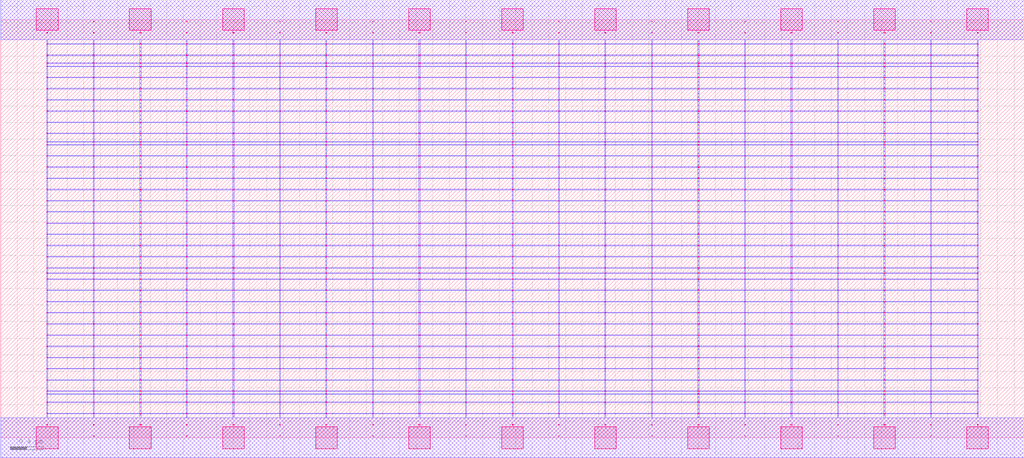
<source format=lef>
MACRO OAOAAOI21113_DEBUG
 CLASS CORE ;
 FOREIGN OAOAAOI21113_DEBUG 0 0 ;
 SIZE 12.32 BY 5.04 ;
 ORIGIN 0 0 ;
 SYMMETRY X Y R90 ;
 SITE unit ;

 OBS
    LAYER polycont ;
     RECT 6.15600000 2.58300000 6.16900000 2.59100000 ;
     RECT 6.15600000 2.71800000 6.16900000 2.72600000 ;
     RECT 6.15600000 2.85300000 6.16900000 2.86100000 ;
     RECT 6.15600000 2.98800000 6.16900000 2.99600000 ;
     RECT 8.39100000 2.58300000 8.40900000 2.59100000 ;
     RECT 8.95600000 2.58300000 8.96400000 2.59100000 ;
     RECT 9.51100000 2.58300000 9.52900000 2.59100000 ;
     RECT 10.07600000 2.58300000 10.08400000 2.59100000 ;
     RECT 10.63100000 2.58300000 10.64900000 2.59100000 ;
     RECT 11.19600000 2.58300000 11.20400000 2.59100000 ;
     RECT 11.75600000 2.58300000 11.76900000 2.59100000 ;
     RECT 6.71600000 2.58300000 6.72400000 2.59100000 ;
     RECT 6.71600000 2.71800000 6.72400000 2.72600000 ;
     RECT 7.27100000 2.71800000 7.28400000 2.72600000 ;
     RECT 7.83600000 2.71800000 7.84400000 2.72600000 ;
     RECT 8.39100000 2.71800000 8.40900000 2.72600000 ;
     RECT 8.95600000 2.71800000 8.96400000 2.72600000 ;
     RECT 9.51100000 2.71800000 9.52900000 2.72600000 ;
     RECT 10.07600000 2.71800000 10.08400000 2.72600000 ;
     RECT 10.63100000 2.71800000 10.64900000 2.72600000 ;
     RECT 11.19600000 2.71800000 11.20400000 2.72600000 ;
     RECT 11.75600000 2.71800000 11.76900000 2.72600000 ;
     RECT 7.27100000 2.58300000 7.28400000 2.59100000 ;
     RECT 6.71600000 2.85300000 6.72400000 2.86100000 ;
     RECT 7.27100000 2.85300000 7.28400000 2.86100000 ;
     RECT 7.83600000 2.85300000 7.84400000 2.86100000 ;
     RECT 8.39100000 2.85300000 8.40900000 2.86100000 ;
     RECT 8.95600000 2.85300000 8.96400000 2.86100000 ;
     RECT 9.51100000 2.85300000 9.52900000 2.86100000 ;
     RECT 10.07600000 2.85300000 10.08400000 2.86100000 ;
     RECT 10.63100000 2.85300000 10.64900000 2.86100000 ;
     RECT 11.19600000 2.85300000 11.20400000 2.86100000 ;
     RECT 11.75600000 2.85300000 11.76900000 2.86100000 ;
     RECT 7.83600000 2.58300000 7.84400000 2.59100000 ;
     RECT 6.71600000 2.98800000 6.72400000 2.99600000 ;
     RECT 7.27100000 2.98800000 7.28400000 2.99600000 ;
     RECT 7.83600000 2.98800000 7.84400000 2.99600000 ;
     RECT 8.39100000 2.98800000 8.40900000 2.99600000 ;
     RECT 8.95600000 2.98800000 8.96400000 2.99600000 ;
     RECT 9.51100000 2.98800000 9.52900000 2.99600000 ;
     RECT 10.07600000 2.98800000 10.08400000 2.99600000 ;
     RECT 10.63100000 2.98800000 10.64900000 2.99600000 ;
     RECT 11.19600000 2.98800000 11.20400000 2.99600000 ;
     RECT 11.75600000 2.98800000 11.76900000 2.99600000 ;
     RECT 6.71600000 3.12300000 6.72400000 3.13100000 ;
     RECT 6.71600000 3.25800000 6.72400000 3.26600000 ;
     RECT 6.71600000 3.39300000 6.72400000 3.40100000 ;
     RECT 6.71600000 3.52800000 6.72400000 3.53600000 ;
     RECT 6.71600000 3.56100000 6.72400000 3.56900000 ;
     RECT 6.71600000 3.66300000 6.72400000 3.67100000 ;
     RECT 6.71600000 3.79800000 6.72400000 3.80600000 ;
     RECT 6.71600000 3.93300000 6.72400000 3.94100000 ;
     RECT 6.71600000 4.06800000 6.72400000 4.07600000 ;
     RECT 6.71600000 4.20300000 6.72400000 4.21100000 ;
     RECT 6.71600000 4.33800000 6.72400000 4.34600000 ;
     RECT 6.71600000 4.47300000 6.72400000 4.48100000 ;
     RECT 6.71600000 4.51100000 6.72400000 4.51900000 ;
     RECT 6.71600000 4.60800000 6.72400000 4.61600000 ;
     RECT 6.71600000 4.74300000 6.72400000 4.75100000 ;
     RECT 6.71600000 4.87800000 6.72400000 4.88600000 ;
     RECT 5.59600000 2.71800000 5.60400000 2.72600000 ;
     RECT 1.11600000 2.58300000 1.12400000 2.59100000 ;
     RECT 1.67100000 2.58300000 1.68900000 2.59100000 ;
     RECT 0.55100000 2.98800000 0.56400000 2.99600000 ;
     RECT 1.11600000 2.98800000 1.12400000 2.99600000 ;
     RECT 1.67100000 2.98800000 1.68900000 2.99600000 ;
     RECT 2.23600000 2.98800000 2.24400000 2.99600000 ;
     RECT 2.79600000 2.98800000 2.80900000 2.99600000 ;
     RECT 3.35600000 2.98800000 3.36400000 2.99600000 ;
     RECT 3.91100000 2.98800000 3.92400000 2.99600000 ;
     RECT 4.47600000 2.98800000 4.48400000 2.99600000 ;
     RECT 5.03100000 2.98800000 5.04900000 2.99600000 ;
     RECT 5.59600000 2.98800000 5.60400000 2.99600000 ;
     RECT 2.23600000 2.58300000 2.24400000 2.59100000 ;
     RECT 2.79600000 2.58300000 2.80900000 2.59100000 ;
     RECT 3.35600000 2.58300000 3.36400000 2.59100000 ;
     RECT 3.91100000 2.58300000 3.92400000 2.59100000 ;
     RECT 4.47600000 2.58300000 4.48400000 2.59100000 ;
     RECT 5.03100000 2.58300000 5.04900000 2.59100000 ;
     RECT 5.59600000 2.58300000 5.60400000 2.59100000 ;
     RECT 0.55100000 2.58300000 0.56400000 2.59100000 ;
     RECT 0.55100000 2.71800000 0.56400000 2.72600000 ;
     RECT 0.55100000 2.85300000 0.56400000 2.86100000 ;
     RECT 1.11600000 2.85300000 1.12400000 2.86100000 ;
     RECT 3.35600000 3.12300000 3.36400000 3.13100000 ;
     RECT 1.67100000 2.85300000 1.68900000 2.86100000 ;
     RECT 3.35600000 3.25800000 3.36400000 3.26600000 ;
     RECT 2.23600000 2.85300000 2.24400000 2.86100000 ;
     RECT 3.35600000 3.39300000 3.36400000 3.40100000 ;
     RECT 2.79600000 2.85300000 2.80900000 2.86100000 ;
     RECT 3.35600000 3.52800000 3.36400000 3.53600000 ;
     RECT 3.35600000 2.85300000 3.36400000 2.86100000 ;
     RECT 3.35600000 3.56100000 3.36400000 3.56900000 ;
     RECT 3.91100000 2.85300000 3.92400000 2.86100000 ;
     RECT 3.35600000 3.66300000 3.36400000 3.67100000 ;
     RECT 4.47600000 2.85300000 4.48400000 2.86100000 ;
     RECT 3.35600000 3.79800000 3.36400000 3.80600000 ;
     RECT 5.03100000 2.85300000 5.04900000 2.86100000 ;
     RECT 3.35600000 3.93300000 3.36400000 3.94100000 ;
     RECT 5.59600000 2.85300000 5.60400000 2.86100000 ;
     RECT 3.35600000 4.06800000 3.36400000 4.07600000 ;
     RECT 1.11600000 2.71800000 1.12400000 2.72600000 ;
     RECT 3.35600000 4.20300000 3.36400000 4.21100000 ;
     RECT 1.67100000 2.71800000 1.68900000 2.72600000 ;
     RECT 3.35600000 4.33800000 3.36400000 4.34600000 ;
     RECT 2.23600000 2.71800000 2.24400000 2.72600000 ;
     RECT 3.35600000 4.47300000 3.36400000 4.48100000 ;
     RECT 2.79600000 2.71800000 2.80900000 2.72600000 ;
     RECT 3.35600000 4.51100000 3.36400000 4.51900000 ;
     RECT 3.35600000 2.71800000 3.36400000 2.72600000 ;
     RECT 3.35600000 4.60800000 3.36400000 4.61600000 ;
     RECT 3.91100000 2.71800000 3.92400000 2.72600000 ;
     RECT 3.35600000 4.74300000 3.36400000 4.75100000 ;
     RECT 4.47600000 2.71800000 4.48400000 2.72600000 ;
     RECT 3.35600000 4.87800000 3.36400000 4.88600000 ;
     RECT 5.03100000 2.71800000 5.04900000 2.72600000 ;
     RECT 4.47600000 2.04300000 4.48400000 2.05100000 ;
     RECT 4.47600000 2.17800000 4.48400000 2.18600000 ;
     RECT 4.47600000 2.31300000 4.48400000 2.32100000 ;
     RECT 4.47600000 2.44800000 4.48400000 2.45600000 ;
     RECT 4.47600000 0.15300000 4.48400000 0.16100000 ;
     RECT 4.47600000 0.28800000 4.48400000 0.29600000 ;
     RECT 4.47600000 0.42300000 4.48400000 0.43100000 ;
     RECT 4.47600000 0.52100000 4.48400000 0.52900000 ;
     RECT 4.47600000 0.55800000 4.48400000 0.56600000 ;
     RECT 4.47600000 0.69300000 4.48400000 0.70100000 ;
     RECT 4.47600000 0.82800000 4.48400000 0.83600000 ;
     RECT 4.47600000 0.96300000 4.48400000 0.97100000 ;
     RECT 4.47600000 1.09800000 4.48400000 1.10600000 ;
     RECT 4.47600000 1.23300000 4.48400000 1.24100000 ;
     RECT 4.47600000 1.36800000 4.48400000 1.37600000 ;
     RECT 4.47600000 1.50300000 4.48400000 1.51100000 ;
     RECT 4.47600000 1.63800000 4.48400000 1.64600000 ;
     RECT 4.47600000 1.77300000 4.48400000 1.78100000 ;
     RECT 4.47600000 1.90800000 4.48400000 1.91600000 ;
     RECT 4.47600000 1.98100000 4.48400000 1.98900000 ;
     RECT 7.83600000 0.55800000 7.84400000 0.56600000 ;
     RECT 7.83600000 2.31300000 7.84400000 2.32100000 ;
     RECT 7.83600000 1.23300000 7.84400000 1.24100000 ;
     RECT 7.83600000 2.44800000 7.84400000 2.45600000 ;
     RECT 7.83600000 0.42300000 7.84400000 0.43100000 ;
     RECT 7.83600000 1.36800000 7.84400000 1.37600000 ;
     RECT 7.83600000 0.69300000 7.84400000 0.70100000 ;
     RECT 7.83600000 1.50300000 7.84400000 1.51100000 ;
     RECT 7.83600000 0.28800000 7.84400000 0.29600000 ;
     RECT 7.83600000 1.63800000 7.84400000 1.64600000 ;
     RECT 7.83600000 0.82800000 7.84400000 0.83600000 ;
     RECT 7.83600000 1.77300000 7.84400000 1.78100000 ;
     RECT 7.83600000 0.52100000 7.84400000 0.52900000 ;
     RECT 7.83600000 1.90800000 7.84400000 1.91600000 ;
     RECT 7.83600000 0.96300000 7.84400000 0.97100000 ;
     RECT 7.83600000 1.98100000 7.84400000 1.98900000 ;
     RECT 7.83600000 0.15300000 7.84400000 0.16100000 ;
     RECT 7.83600000 2.04300000 7.84400000 2.05100000 ;
     RECT 7.83600000 1.09800000 7.84400000 1.10600000 ;
     RECT 7.83600000 2.17800000 7.84400000 2.18600000 ;

    LAYER pdiffc ;
     RECT 0.55100000 3.39300000 0.55900000 3.40100000 ;
     RECT 2.80100000 3.39300000 2.80900000 3.40100000 ;
     RECT 3.91100000 3.39300000 3.91900000 3.40100000 ;
     RECT 6.16100000 3.39300000 6.16900000 3.40100000 ;
     RECT 7.27100000 3.39300000 7.27900000 3.40100000 ;
     RECT 11.76100000 3.39300000 11.76900000 3.40100000 ;
     RECT 0.55100000 3.52800000 0.55900000 3.53600000 ;
     RECT 2.80100000 3.52800000 2.80900000 3.53600000 ;
     RECT 3.91100000 3.52800000 3.91900000 3.53600000 ;
     RECT 6.16100000 3.52800000 6.16900000 3.53600000 ;
     RECT 7.27100000 3.52800000 7.27900000 3.53600000 ;
     RECT 11.76100000 3.52800000 11.76900000 3.53600000 ;
     RECT 0.55100000 3.56100000 0.55900000 3.56900000 ;
     RECT 2.80100000 3.56100000 2.80900000 3.56900000 ;
     RECT 3.91100000 3.56100000 3.91900000 3.56900000 ;
     RECT 6.16100000 3.56100000 6.16900000 3.56900000 ;
     RECT 7.27100000 3.56100000 7.27900000 3.56900000 ;
     RECT 11.76100000 3.56100000 11.76900000 3.56900000 ;
     RECT 0.55100000 3.66300000 0.55900000 3.67100000 ;
     RECT 2.80100000 3.66300000 2.80900000 3.67100000 ;
     RECT 3.91100000 3.66300000 3.91900000 3.67100000 ;
     RECT 6.16100000 3.66300000 6.16900000 3.67100000 ;
     RECT 7.27100000 3.66300000 7.27900000 3.67100000 ;
     RECT 11.76100000 3.66300000 11.76900000 3.67100000 ;
     RECT 0.55100000 3.79800000 0.55900000 3.80600000 ;
     RECT 2.80100000 3.79800000 2.80900000 3.80600000 ;
     RECT 3.91100000 3.79800000 3.91900000 3.80600000 ;
     RECT 6.16100000 3.79800000 6.16900000 3.80600000 ;
     RECT 7.27100000 3.79800000 7.27900000 3.80600000 ;
     RECT 11.76100000 3.79800000 11.76900000 3.80600000 ;
     RECT 0.55100000 3.93300000 0.55900000 3.94100000 ;
     RECT 2.80100000 3.93300000 2.80900000 3.94100000 ;
     RECT 3.91100000 3.93300000 3.91900000 3.94100000 ;
     RECT 6.16100000 3.93300000 6.16900000 3.94100000 ;
     RECT 7.27100000 3.93300000 7.27900000 3.94100000 ;
     RECT 11.76100000 3.93300000 11.76900000 3.94100000 ;
     RECT 0.55100000 4.06800000 0.55900000 4.07600000 ;
     RECT 2.80100000 4.06800000 2.80900000 4.07600000 ;
     RECT 3.91100000 4.06800000 3.91900000 4.07600000 ;
     RECT 6.16100000 4.06800000 6.16900000 4.07600000 ;
     RECT 7.27100000 4.06800000 7.27900000 4.07600000 ;
     RECT 11.76100000 4.06800000 11.76900000 4.07600000 ;
     RECT 0.55100000 4.20300000 0.55900000 4.21100000 ;
     RECT 2.80100000 4.20300000 2.80900000 4.21100000 ;
     RECT 3.91100000 4.20300000 3.91900000 4.21100000 ;
     RECT 6.16100000 4.20300000 6.16900000 4.21100000 ;
     RECT 7.27100000 4.20300000 7.27900000 4.21100000 ;
     RECT 11.76100000 4.20300000 11.76900000 4.21100000 ;
     RECT 0.55100000 4.33800000 0.55900000 4.34600000 ;
     RECT 2.80100000 4.33800000 2.80900000 4.34600000 ;
     RECT 3.91100000 4.33800000 3.91900000 4.34600000 ;
     RECT 6.16100000 4.33800000 6.16900000 4.34600000 ;
     RECT 7.27100000 4.33800000 7.27900000 4.34600000 ;
     RECT 11.76100000 4.33800000 11.76900000 4.34600000 ;
     RECT 0.55100000 4.47300000 0.55900000 4.48100000 ;
     RECT 2.80100000 4.47300000 2.80900000 4.48100000 ;
     RECT 3.91100000 4.47300000 3.91900000 4.48100000 ;
     RECT 6.16100000 4.47300000 6.16900000 4.48100000 ;
     RECT 7.27100000 4.47300000 7.27900000 4.48100000 ;
     RECT 11.76100000 4.47300000 11.76900000 4.48100000 ;
     RECT 0.55100000 4.51100000 0.55900000 4.51900000 ;
     RECT 2.80100000 4.51100000 2.80900000 4.51900000 ;
     RECT 3.91100000 4.51100000 3.91900000 4.51900000 ;
     RECT 6.16100000 4.51100000 6.16900000 4.51900000 ;
     RECT 7.27100000 4.51100000 7.27900000 4.51900000 ;
     RECT 11.76100000 4.51100000 11.76900000 4.51900000 ;
     RECT 0.55100000 4.60800000 0.55900000 4.61600000 ;
     RECT 2.80100000 4.60800000 2.80900000 4.61600000 ;
     RECT 3.91100000 4.60800000 3.91900000 4.61600000 ;
     RECT 6.16100000 4.60800000 6.16900000 4.61600000 ;
     RECT 7.27100000 4.60800000 7.27900000 4.61600000 ;
     RECT 11.76100000 4.60800000 11.76900000 4.61600000 ;

    LAYER ndiffc ;
     RECT 6.15600000 0.42300000 6.16900000 0.43100000 ;
     RECT 6.15600000 0.52100000 6.16900000 0.52900000 ;
     RECT 6.15600000 0.55800000 6.16900000 0.56600000 ;
     RECT 6.15600000 0.69300000 6.16900000 0.70100000 ;
     RECT 6.15600000 0.82800000 6.16900000 0.83600000 ;
     RECT 6.15600000 0.96300000 6.16900000 0.97100000 ;
     RECT 6.15600000 1.09800000 6.16900000 1.10600000 ;
     RECT 6.15600000 1.23300000 6.16900000 1.24100000 ;
     RECT 6.15600000 1.36800000 6.16900000 1.37600000 ;
     RECT 6.15600000 1.50300000 6.16900000 1.51100000 ;
     RECT 6.15600000 1.63800000 6.16900000 1.64600000 ;
     RECT 6.15600000 1.77300000 6.16900000 1.78100000 ;
     RECT 6.15600000 1.90800000 6.16900000 1.91600000 ;
     RECT 6.15600000 1.98100000 6.16900000 1.98900000 ;
     RECT 6.15600000 2.04300000 6.16900000 2.05100000 ;
     RECT 9.51100000 0.55800000 9.52900000 0.56600000 ;
     RECT 10.63100000 0.55800000 10.64900000 0.56600000 ;
     RECT 11.75600000 0.55800000 11.76900000 0.56600000 ;
     RECT 9.51100000 0.42300000 9.52900000 0.43100000 ;
     RECT 7.27100000 0.69300000 7.28400000 0.70100000 ;
     RECT 8.39100000 0.69300000 8.40900000 0.70100000 ;
     RECT 9.51100000 0.69300000 9.52900000 0.70100000 ;
     RECT 10.63100000 0.69300000 10.64900000 0.70100000 ;
     RECT 11.75600000 0.69300000 11.76900000 0.70100000 ;
     RECT 10.63100000 0.42300000 10.64900000 0.43100000 ;
     RECT 7.27100000 0.82800000 7.28400000 0.83600000 ;
     RECT 8.39100000 0.82800000 8.40900000 0.83600000 ;
     RECT 9.51100000 0.82800000 9.52900000 0.83600000 ;
     RECT 10.63100000 0.82800000 10.64900000 0.83600000 ;
     RECT 11.75600000 0.82800000 11.76900000 0.83600000 ;
     RECT 11.75600000 0.42300000 11.76900000 0.43100000 ;
     RECT 7.27100000 0.96300000 7.28400000 0.97100000 ;
     RECT 8.39100000 0.96300000 8.40900000 0.97100000 ;
     RECT 9.51100000 0.96300000 9.52900000 0.97100000 ;
     RECT 10.63100000 0.96300000 10.64900000 0.97100000 ;
     RECT 11.75600000 0.96300000 11.76900000 0.97100000 ;
     RECT 7.27100000 0.42300000 7.28400000 0.43100000 ;
     RECT 7.27100000 1.09800000 7.28400000 1.10600000 ;
     RECT 8.39100000 1.09800000 8.40900000 1.10600000 ;
     RECT 9.51100000 1.09800000 9.52900000 1.10600000 ;
     RECT 10.63100000 1.09800000 10.64900000 1.10600000 ;
     RECT 11.75600000 1.09800000 11.76900000 1.10600000 ;
     RECT 7.27100000 0.52100000 7.28400000 0.52900000 ;
     RECT 7.27100000 1.23300000 7.28400000 1.24100000 ;
     RECT 8.39100000 1.23300000 8.40900000 1.24100000 ;
     RECT 9.51100000 1.23300000 9.52900000 1.24100000 ;
     RECT 10.63100000 1.23300000 10.64900000 1.24100000 ;
     RECT 11.75600000 1.23300000 11.76900000 1.24100000 ;
     RECT 8.39100000 0.52100000 8.40900000 0.52900000 ;
     RECT 7.27100000 1.36800000 7.28400000 1.37600000 ;
     RECT 8.39100000 1.36800000 8.40900000 1.37600000 ;
     RECT 9.51100000 1.36800000 9.52900000 1.37600000 ;
     RECT 10.63100000 1.36800000 10.64900000 1.37600000 ;
     RECT 11.75600000 1.36800000 11.76900000 1.37600000 ;
     RECT 9.51100000 0.52100000 9.52900000 0.52900000 ;
     RECT 7.27100000 1.50300000 7.28400000 1.51100000 ;
     RECT 8.39100000 1.50300000 8.40900000 1.51100000 ;
     RECT 9.51100000 1.50300000 9.52900000 1.51100000 ;
     RECT 10.63100000 1.50300000 10.64900000 1.51100000 ;
     RECT 11.75600000 1.50300000 11.76900000 1.51100000 ;
     RECT 10.63100000 0.52100000 10.64900000 0.52900000 ;
     RECT 7.27100000 1.63800000 7.28400000 1.64600000 ;
     RECT 8.39100000 1.63800000 8.40900000 1.64600000 ;
     RECT 9.51100000 1.63800000 9.52900000 1.64600000 ;
     RECT 10.63100000 1.63800000 10.64900000 1.64600000 ;
     RECT 11.75600000 1.63800000 11.76900000 1.64600000 ;
     RECT 11.75600000 0.52100000 11.76900000 0.52900000 ;
     RECT 7.27100000 1.77300000 7.28400000 1.78100000 ;
     RECT 8.39100000 1.77300000 8.40900000 1.78100000 ;
     RECT 9.51100000 1.77300000 9.52900000 1.78100000 ;
     RECT 10.63100000 1.77300000 10.64900000 1.78100000 ;
     RECT 11.75600000 1.77300000 11.76900000 1.78100000 ;
     RECT 8.39100000 0.42300000 8.40900000 0.43100000 ;
     RECT 7.27100000 1.90800000 7.28400000 1.91600000 ;
     RECT 8.39100000 1.90800000 8.40900000 1.91600000 ;
     RECT 9.51100000 1.90800000 9.52900000 1.91600000 ;
     RECT 10.63100000 1.90800000 10.64900000 1.91600000 ;
     RECT 11.75600000 1.90800000 11.76900000 1.91600000 ;
     RECT 7.27100000 0.55800000 7.28400000 0.56600000 ;
     RECT 7.27100000 1.98100000 7.28400000 1.98900000 ;
     RECT 8.39100000 1.98100000 8.40900000 1.98900000 ;
     RECT 9.51100000 1.98100000 9.52900000 1.98900000 ;
     RECT 10.63100000 1.98100000 10.64900000 1.98900000 ;
     RECT 11.75600000 1.98100000 11.76900000 1.98900000 ;
     RECT 8.39100000 0.55800000 8.40900000 0.56600000 ;
     RECT 7.27100000 2.04300000 7.28400000 2.05100000 ;
     RECT 8.39100000 2.04300000 8.40900000 2.05100000 ;
     RECT 9.51100000 2.04300000 9.52900000 2.05100000 ;
     RECT 10.63100000 2.04300000 10.64900000 2.05100000 ;
     RECT 11.75600000 2.04300000 11.76900000 2.05100000 ;
     RECT 2.79600000 1.36800000 2.80900000 1.37600000 ;
     RECT 3.91100000 1.36800000 3.92400000 1.37600000 ;
     RECT 5.03100000 1.36800000 5.04900000 1.37600000 ;
     RECT 5.03100000 0.82800000 5.04900000 0.83600000 ;
     RECT 2.79600000 0.55800000 2.80900000 0.56600000 ;
     RECT 3.91100000 0.55800000 3.92400000 0.56600000 ;
     RECT 5.03100000 0.55800000 5.04900000 0.56600000 ;
     RECT 1.67100000 0.52100000 1.68900000 0.52900000 ;
     RECT 2.79600000 0.52100000 2.80900000 0.52900000 ;
     RECT 0.55100000 1.50300000 0.56400000 1.51100000 ;
     RECT 1.67100000 1.50300000 1.68900000 1.51100000 ;
     RECT 2.79600000 1.50300000 2.80900000 1.51100000 ;
     RECT 3.91100000 1.50300000 3.92400000 1.51100000 ;
     RECT 5.03100000 1.50300000 5.04900000 1.51100000 ;
     RECT 3.91100000 0.52100000 3.92400000 0.52900000 ;
     RECT 0.55100000 0.96300000 0.56400000 0.97100000 ;
     RECT 1.67100000 0.96300000 1.68900000 0.97100000 ;
     RECT 2.79600000 0.96300000 2.80900000 0.97100000 ;
     RECT 3.91100000 0.96300000 3.92400000 0.97100000 ;
     RECT 5.03100000 0.96300000 5.04900000 0.97100000 ;
     RECT 0.55100000 1.63800000 0.56400000 1.64600000 ;
     RECT 1.67100000 1.63800000 1.68900000 1.64600000 ;
     RECT 2.79600000 1.63800000 2.80900000 1.64600000 ;
     RECT 3.91100000 1.63800000 3.92400000 1.64600000 ;
     RECT 5.03100000 1.63800000 5.04900000 1.64600000 ;
     RECT 5.03100000 0.52100000 5.04900000 0.52900000 ;
     RECT 1.67100000 0.42300000 1.68900000 0.43100000 ;
     RECT 2.79600000 0.42300000 2.80900000 0.43100000 ;
     RECT 0.55100000 0.69300000 0.56400000 0.70100000 ;
     RECT 1.67100000 0.69300000 1.68900000 0.70100000 ;
     RECT 2.79600000 0.69300000 2.80900000 0.70100000 ;
     RECT 0.55100000 1.77300000 0.56400000 1.78100000 ;
     RECT 1.67100000 1.77300000 1.68900000 1.78100000 ;
     RECT 2.79600000 1.77300000 2.80900000 1.78100000 ;
     RECT 3.91100000 1.77300000 3.92400000 1.78100000 ;
     RECT 5.03100000 1.77300000 5.04900000 1.78100000 ;
     RECT 0.55100000 1.09800000 0.56400000 1.10600000 ;
     RECT 1.67100000 1.09800000 1.68900000 1.10600000 ;
     RECT 2.79600000 1.09800000 2.80900000 1.10600000 ;
     RECT 3.91100000 1.09800000 3.92400000 1.10600000 ;
     RECT 5.03100000 1.09800000 5.04900000 1.10600000 ;
     RECT 3.91100000 0.69300000 3.92400000 0.70100000 ;
     RECT 0.55100000 1.90800000 0.56400000 1.91600000 ;
     RECT 1.67100000 1.90800000 1.68900000 1.91600000 ;
     RECT 2.79600000 1.90800000 2.80900000 1.91600000 ;
     RECT 3.91100000 1.90800000 3.92400000 1.91600000 ;
     RECT 5.03100000 1.90800000 5.04900000 1.91600000 ;
     RECT 5.03100000 0.69300000 5.04900000 0.70100000 ;
     RECT 3.91100000 0.42300000 3.92400000 0.43100000 ;
     RECT 5.03100000 0.42300000 5.04900000 0.43100000 ;
     RECT 0.55100000 0.42300000 0.56400000 0.43100000 ;
     RECT 0.55100000 0.52100000 0.56400000 0.52900000 ;
     RECT 0.55100000 1.23300000 0.56400000 1.24100000 ;
     RECT 0.55100000 1.98100000 0.56400000 1.98900000 ;
     RECT 1.67100000 1.98100000 1.68900000 1.98900000 ;
     RECT 2.79600000 1.98100000 2.80900000 1.98900000 ;
     RECT 3.91100000 1.98100000 3.92400000 1.98900000 ;
     RECT 5.03100000 1.98100000 5.04900000 1.98900000 ;
     RECT 1.67100000 1.23300000 1.68900000 1.24100000 ;
     RECT 2.79600000 1.23300000 2.80900000 1.24100000 ;
     RECT 3.91100000 1.23300000 3.92400000 1.24100000 ;
     RECT 5.03100000 1.23300000 5.04900000 1.24100000 ;
     RECT 0.55100000 0.55800000 0.56400000 0.56600000 ;
     RECT 1.67100000 0.55800000 1.68900000 0.56600000 ;
     RECT 0.55100000 2.04300000 0.56400000 2.05100000 ;
     RECT 1.67100000 2.04300000 1.68900000 2.05100000 ;
     RECT 2.79600000 2.04300000 2.80900000 2.05100000 ;
     RECT 3.91100000 2.04300000 3.92400000 2.05100000 ;
     RECT 5.03100000 2.04300000 5.04900000 2.05100000 ;
     RECT 0.55100000 0.82800000 0.56400000 0.83600000 ;
     RECT 1.67100000 0.82800000 1.68900000 0.83600000 ;
     RECT 2.79600000 0.82800000 2.80900000 0.83600000 ;
     RECT 3.91100000 0.82800000 3.92400000 0.83600000 ;
     RECT 0.55100000 1.36800000 0.56400000 1.37600000 ;
     RECT 1.67100000 1.36800000 1.68900000 1.37600000 ;

    LAYER met1 ;
     RECT 0.00000000 -0.24000000 12.32000000 0.24000000 ;
     RECT 6.15600000 0.24000000 6.16900000 0.28800000 ;
     RECT 0.55100000 0.28800000 11.76900000 0.29600000 ;
     RECT 6.15600000 0.29600000 6.16900000 0.42300000 ;
     RECT 0.55100000 0.42300000 11.76900000 0.43100000 ;
     RECT 6.15600000 0.43100000 6.16900000 0.52100000 ;
     RECT 0.55100000 0.52100000 11.76900000 0.52900000 ;
     RECT 6.15600000 0.52900000 6.16900000 0.55800000 ;
     RECT 0.55100000 0.55800000 11.76900000 0.56600000 ;
     RECT 6.15600000 0.56600000 6.16900000 0.69300000 ;
     RECT 0.55100000 0.69300000 11.76900000 0.70100000 ;
     RECT 6.15600000 0.70100000 6.16900000 0.82800000 ;
     RECT 0.55100000 0.82800000 11.76900000 0.83600000 ;
     RECT 6.15600000 0.83600000 6.16900000 0.96300000 ;
     RECT 0.55100000 0.96300000 11.76900000 0.97100000 ;
     RECT 6.15600000 0.97100000 6.16900000 1.09800000 ;
     RECT 0.55100000 1.09800000 11.76900000 1.10600000 ;
     RECT 6.15600000 1.10600000 6.16900000 1.23300000 ;
     RECT 0.55100000 1.23300000 11.76900000 1.24100000 ;
     RECT 6.15600000 1.24100000 6.16900000 1.36800000 ;
     RECT 0.55100000 1.36800000 11.76900000 1.37600000 ;
     RECT 6.15600000 1.37600000 6.16900000 1.50300000 ;
     RECT 0.55100000 1.50300000 11.76900000 1.51100000 ;
     RECT 6.15600000 1.51100000 6.16900000 1.63800000 ;
     RECT 0.55100000 1.63800000 11.76900000 1.64600000 ;
     RECT 6.15600000 1.64600000 6.16900000 1.77300000 ;
     RECT 0.55100000 1.77300000 11.76900000 1.78100000 ;
     RECT 6.15600000 1.78100000 6.16900000 1.90800000 ;
     RECT 0.55100000 1.90800000 11.76900000 1.91600000 ;
     RECT 6.15600000 1.91600000 6.16900000 1.98100000 ;
     RECT 0.55100000 1.98100000 11.76900000 1.98900000 ;
     RECT 6.15600000 1.98900000 6.16900000 2.04300000 ;
     RECT 0.55100000 2.04300000 11.76900000 2.05100000 ;
     RECT 6.15600000 2.05100000 6.16900000 2.17800000 ;
     RECT 0.55100000 2.17800000 11.76900000 2.18600000 ;
     RECT 6.15600000 2.18600000 6.16900000 2.31300000 ;
     RECT 0.55100000 2.31300000 11.76900000 2.32100000 ;
     RECT 6.15600000 2.32100000 6.16900000 2.44800000 ;
     RECT 0.55100000 2.44800000 11.76900000 2.45600000 ;
     RECT 0.55100000 2.45600000 0.56400000 2.58300000 ;
     RECT 1.11600000 2.45600000 1.12400000 2.58300000 ;
     RECT 1.67100000 2.45600000 1.68900000 2.58300000 ;
     RECT 2.23600000 2.45600000 2.24400000 2.58300000 ;
     RECT 2.79600000 2.45600000 2.80900000 2.58300000 ;
     RECT 3.35600000 2.45600000 3.36400000 2.58300000 ;
     RECT 3.91100000 2.45600000 3.92400000 2.58300000 ;
     RECT 4.47600000 2.45600000 4.48400000 2.58300000 ;
     RECT 5.03100000 2.45600000 5.04900000 2.58300000 ;
     RECT 5.59600000 2.45600000 5.60400000 2.58300000 ;
     RECT 6.15600000 2.45600000 6.16900000 2.58300000 ;
     RECT 6.71600000 2.45600000 6.72400000 2.58300000 ;
     RECT 7.27100000 2.45600000 7.28400000 2.58300000 ;
     RECT 7.83600000 2.45600000 7.84400000 2.58300000 ;
     RECT 8.39100000 2.45600000 8.40900000 2.58300000 ;
     RECT 8.95600000 2.45600000 8.96400000 2.58300000 ;
     RECT 9.51100000 2.45600000 9.52900000 2.58300000 ;
     RECT 10.07600000 2.45600000 10.08400000 2.58300000 ;
     RECT 10.63100000 2.45600000 10.64900000 2.58300000 ;
     RECT 11.19600000 2.45600000 11.20400000 2.58300000 ;
     RECT 11.75600000 2.45600000 11.76900000 2.58300000 ;
     RECT 0.55100000 2.58300000 11.76900000 2.59100000 ;
     RECT 6.15600000 2.59100000 6.16900000 2.71800000 ;
     RECT 0.55100000 2.71800000 11.76900000 2.72600000 ;
     RECT 6.15600000 2.72600000 6.16900000 2.85300000 ;
     RECT 0.55100000 2.85300000 11.76900000 2.86100000 ;
     RECT 6.15600000 2.86100000 6.16900000 2.98800000 ;
     RECT 0.55100000 2.98800000 11.76900000 2.99600000 ;
     RECT 6.15600000 2.99600000 6.16900000 3.12300000 ;
     RECT 0.55100000 3.12300000 11.76900000 3.13100000 ;
     RECT 6.15600000 3.13100000 6.16900000 3.25800000 ;
     RECT 0.55100000 3.25800000 11.76900000 3.26600000 ;
     RECT 6.15600000 3.26600000 6.16900000 3.39300000 ;
     RECT 0.55100000 3.39300000 11.76900000 3.40100000 ;
     RECT 6.15600000 3.40100000 6.16900000 3.52800000 ;
     RECT 0.55100000 3.52800000 11.76900000 3.53600000 ;
     RECT 6.15600000 3.53600000 6.16900000 3.56100000 ;
     RECT 0.55100000 3.56100000 11.76900000 3.56900000 ;
     RECT 6.15600000 3.56900000 6.16900000 3.66300000 ;
     RECT 0.55100000 3.66300000 11.76900000 3.67100000 ;
     RECT 6.15600000 3.67100000 6.16900000 3.79800000 ;
     RECT 0.55100000 3.79800000 11.76900000 3.80600000 ;
     RECT 6.15600000 3.80600000 6.16900000 3.93300000 ;
     RECT 0.55100000 3.93300000 11.76900000 3.94100000 ;
     RECT 6.15600000 3.94100000 6.16900000 4.06800000 ;
     RECT 0.55100000 4.06800000 11.76900000 4.07600000 ;
     RECT 6.15600000 4.07600000 6.16900000 4.20300000 ;
     RECT 0.55100000 4.20300000 11.76900000 4.21100000 ;
     RECT 6.15600000 4.21100000 6.16900000 4.33800000 ;
     RECT 0.55100000 4.33800000 11.76900000 4.34600000 ;
     RECT 6.15600000 4.34600000 6.16900000 4.47300000 ;
     RECT 0.55100000 4.47300000 11.76900000 4.48100000 ;
     RECT 6.15600000 4.48100000 6.16900000 4.51100000 ;
     RECT 0.55100000 4.51100000 11.76900000 4.51900000 ;
     RECT 6.15600000 4.51900000 6.16900000 4.60800000 ;
     RECT 0.55100000 4.60800000 11.76900000 4.61600000 ;
     RECT 6.15600000 4.61600000 6.16900000 4.74300000 ;
     RECT 0.55100000 4.74300000 11.76900000 4.75100000 ;
     RECT 6.15600000 4.75100000 6.16900000 4.80000000 ;
     RECT 0.00000000 4.80000000 12.32000000 5.28000000 ;
     RECT 6.71600000 3.80600000 6.72400000 3.93300000 ;
     RECT 7.27100000 3.80600000 7.28400000 3.93300000 ;
     RECT 7.83600000 3.80600000 7.84400000 3.93300000 ;
     RECT 8.39100000 3.80600000 8.40900000 3.93300000 ;
     RECT 8.95600000 3.80600000 8.96400000 3.93300000 ;
     RECT 9.51100000 3.80600000 9.52900000 3.93300000 ;
     RECT 10.07600000 3.80600000 10.08400000 3.93300000 ;
     RECT 10.63100000 3.80600000 10.64900000 3.93300000 ;
     RECT 11.19600000 3.80600000 11.20400000 3.93300000 ;
     RECT 11.75600000 3.80600000 11.76900000 3.93300000 ;
     RECT 9.51100000 3.94100000 9.52900000 4.06800000 ;
     RECT 10.07600000 3.94100000 10.08400000 4.06800000 ;
     RECT 10.63100000 3.94100000 10.64900000 4.06800000 ;
     RECT 11.19600000 3.94100000 11.20400000 4.06800000 ;
     RECT 11.75600000 3.94100000 11.76900000 4.06800000 ;
     RECT 9.51100000 4.07600000 9.52900000 4.20300000 ;
     RECT 10.07600000 4.07600000 10.08400000 4.20300000 ;
     RECT 10.63100000 4.07600000 10.64900000 4.20300000 ;
     RECT 11.19600000 4.07600000 11.20400000 4.20300000 ;
     RECT 11.75600000 4.07600000 11.76900000 4.20300000 ;
     RECT 9.51100000 4.21100000 9.52900000 4.33800000 ;
     RECT 10.07600000 4.21100000 10.08400000 4.33800000 ;
     RECT 10.63100000 4.21100000 10.64900000 4.33800000 ;
     RECT 11.19600000 4.21100000 11.20400000 4.33800000 ;
     RECT 11.75600000 4.21100000 11.76900000 4.33800000 ;
     RECT 9.51100000 4.34600000 9.52900000 4.47300000 ;
     RECT 10.07600000 4.34600000 10.08400000 4.47300000 ;
     RECT 10.63100000 4.34600000 10.64900000 4.47300000 ;
     RECT 11.19600000 4.34600000 11.20400000 4.47300000 ;
     RECT 11.75600000 4.34600000 11.76900000 4.47300000 ;
     RECT 9.51100000 4.48100000 9.52900000 4.51100000 ;
     RECT 10.07600000 4.48100000 10.08400000 4.51100000 ;
     RECT 10.63100000 4.48100000 10.64900000 4.51100000 ;
     RECT 11.19600000 4.48100000 11.20400000 4.51100000 ;
     RECT 11.75600000 4.48100000 11.76900000 4.51100000 ;
     RECT 9.51100000 4.51900000 9.52900000 4.60800000 ;
     RECT 10.07600000 4.51900000 10.08400000 4.60800000 ;
     RECT 10.63100000 4.51900000 10.64900000 4.60800000 ;
     RECT 11.19600000 4.51900000 11.20400000 4.60800000 ;
     RECT 11.75600000 4.51900000 11.76900000 4.60800000 ;
     RECT 9.51100000 4.61600000 9.52900000 4.74300000 ;
     RECT 10.07600000 4.61600000 10.08400000 4.74300000 ;
     RECT 10.63100000 4.61600000 10.64900000 4.74300000 ;
     RECT 11.19600000 4.61600000 11.20400000 4.74300000 ;
     RECT 11.75600000 4.61600000 11.76900000 4.74300000 ;
     RECT 9.51100000 4.75100000 9.52900000 4.80000000 ;
     RECT 10.07600000 4.75100000 10.08400000 4.80000000 ;
     RECT 10.63100000 4.75100000 10.64900000 4.80000000 ;
     RECT 11.19600000 4.75100000 11.20400000 4.80000000 ;
     RECT 11.75600000 4.75100000 11.76900000 4.80000000 ;
     RECT 6.71600000 4.48100000 6.72400000 4.51100000 ;
     RECT 7.27100000 4.48100000 7.28400000 4.51100000 ;
     RECT 7.83600000 4.48100000 7.84400000 4.51100000 ;
     RECT 8.39100000 4.48100000 8.40900000 4.51100000 ;
     RECT 8.95600000 4.48100000 8.96400000 4.51100000 ;
     RECT 6.71600000 4.21100000 6.72400000 4.33800000 ;
     RECT 7.27100000 4.21100000 7.28400000 4.33800000 ;
     RECT 7.83600000 4.21100000 7.84400000 4.33800000 ;
     RECT 8.39100000 4.21100000 8.40900000 4.33800000 ;
     RECT 8.95600000 4.21100000 8.96400000 4.33800000 ;
     RECT 6.71600000 4.51900000 6.72400000 4.60800000 ;
     RECT 7.27100000 4.51900000 7.28400000 4.60800000 ;
     RECT 7.83600000 4.51900000 7.84400000 4.60800000 ;
     RECT 8.39100000 4.51900000 8.40900000 4.60800000 ;
     RECT 8.95600000 4.51900000 8.96400000 4.60800000 ;
     RECT 6.71600000 4.07600000 6.72400000 4.20300000 ;
     RECT 7.27100000 4.07600000 7.28400000 4.20300000 ;
     RECT 7.83600000 4.07600000 7.84400000 4.20300000 ;
     RECT 8.39100000 4.07600000 8.40900000 4.20300000 ;
     RECT 8.95600000 4.07600000 8.96400000 4.20300000 ;
     RECT 6.71600000 4.61600000 6.72400000 4.74300000 ;
     RECT 7.27100000 4.61600000 7.28400000 4.74300000 ;
     RECT 7.83600000 4.61600000 7.84400000 4.74300000 ;
     RECT 8.39100000 4.61600000 8.40900000 4.74300000 ;
     RECT 8.95600000 4.61600000 8.96400000 4.74300000 ;
     RECT 6.71600000 4.34600000 6.72400000 4.47300000 ;
     RECT 7.27100000 4.34600000 7.28400000 4.47300000 ;
     RECT 7.83600000 4.34600000 7.84400000 4.47300000 ;
     RECT 8.39100000 4.34600000 8.40900000 4.47300000 ;
     RECT 8.95600000 4.34600000 8.96400000 4.47300000 ;
     RECT 6.71600000 4.75100000 6.72400000 4.80000000 ;
     RECT 7.27100000 4.75100000 7.28400000 4.80000000 ;
     RECT 7.83600000 4.75100000 7.84400000 4.80000000 ;
     RECT 8.39100000 4.75100000 8.40900000 4.80000000 ;
     RECT 8.95600000 4.75100000 8.96400000 4.80000000 ;
     RECT 6.71600000 3.94100000 6.72400000 4.06800000 ;
     RECT 7.27100000 3.94100000 7.28400000 4.06800000 ;
     RECT 7.83600000 3.94100000 7.84400000 4.06800000 ;
     RECT 8.39100000 3.94100000 8.40900000 4.06800000 ;
     RECT 8.95600000 3.94100000 8.96400000 4.06800000 ;
     RECT 8.39100000 2.99600000 8.40900000 3.12300000 ;
     RECT 8.95600000 2.99600000 8.96400000 3.12300000 ;
     RECT 6.71600000 3.13100000 6.72400000 3.25800000 ;
     RECT 7.27100000 3.13100000 7.28400000 3.25800000 ;
     RECT 7.83600000 3.13100000 7.84400000 3.25800000 ;
     RECT 8.39100000 3.13100000 8.40900000 3.25800000 ;
     RECT 8.95600000 3.13100000 8.96400000 3.25800000 ;
     RECT 8.95600000 2.86100000 8.96400000 2.98800000 ;
     RECT 6.71600000 3.26600000 6.72400000 3.39300000 ;
     RECT 7.27100000 3.26600000 7.28400000 3.39300000 ;
     RECT 7.83600000 3.26600000 7.84400000 3.39300000 ;
     RECT 8.39100000 3.26600000 8.40900000 3.39300000 ;
     RECT 8.95600000 3.26600000 8.96400000 3.39300000 ;
     RECT 6.71600000 2.59100000 6.72400000 2.71800000 ;
     RECT 7.27100000 2.59100000 7.28400000 2.71800000 ;
     RECT 6.71600000 3.40100000 6.72400000 3.52800000 ;
     RECT 7.27100000 3.40100000 7.28400000 3.52800000 ;
     RECT 7.83600000 3.40100000 7.84400000 3.52800000 ;
     RECT 8.39100000 3.40100000 8.40900000 3.52800000 ;
     RECT 7.83600000 2.59100000 7.84400000 2.71800000 ;
     RECT 8.39100000 2.59100000 8.40900000 2.71800000 ;
     RECT 8.95600000 3.40100000 8.96400000 3.52800000 ;
     RECT 6.71600000 2.72600000 6.72400000 2.85300000 ;
     RECT 7.27100000 2.72600000 7.28400000 2.85300000 ;
     RECT 6.71600000 3.53600000 6.72400000 3.56100000 ;
     RECT 7.27100000 3.53600000 7.28400000 3.56100000 ;
     RECT 7.83600000 3.53600000 7.84400000 3.56100000 ;
     RECT 8.39100000 3.53600000 8.40900000 3.56100000 ;
     RECT 8.95600000 3.53600000 8.96400000 3.56100000 ;
     RECT 7.83600000 2.72600000 7.84400000 2.85300000 ;
     RECT 8.39100000 2.72600000 8.40900000 2.85300000 ;
     RECT 6.71600000 2.86100000 6.72400000 2.98800000 ;
     RECT 7.27100000 2.86100000 7.28400000 2.98800000 ;
     RECT 6.71600000 3.56900000 6.72400000 3.66300000 ;
     RECT 7.27100000 3.56900000 7.28400000 3.66300000 ;
     RECT 7.83600000 3.56900000 7.84400000 3.66300000 ;
     RECT 8.39100000 3.56900000 8.40900000 3.66300000 ;
     RECT 8.95600000 3.56900000 8.96400000 3.66300000 ;
     RECT 8.95600000 2.59100000 8.96400000 2.71800000 ;
     RECT 8.95600000 2.72600000 8.96400000 2.85300000 ;
     RECT 6.71600000 3.67100000 6.72400000 3.79800000 ;
     RECT 7.27100000 3.67100000 7.28400000 3.79800000 ;
     RECT 7.83600000 3.67100000 7.84400000 3.79800000 ;
     RECT 8.39100000 3.67100000 8.40900000 3.79800000 ;
     RECT 7.83600000 2.86100000 7.84400000 2.98800000 ;
     RECT 8.39100000 2.86100000 8.40900000 2.98800000 ;
     RECT 8.95600000 3.67100000 8.96400000 3.79800000 ;
     RECT 7.27100000 2.99600000 7.28400000 3.12300000 ;
     RECT 7.83600000 2.99600000 7.84400000 3.12300000 ;
     RECT 6.71600000 2.99600000 6.72400000 3.12300000 ;
     RECT 9.51100000 3.53600000 9.52900000 3.56100000 ;
     RECT 10.07600000 3.53600000 10.08400000 3.56100000 ;
     RECT 9.51100000 2.86100000 9.52900000 2.98800000 ;
     RECT 10.63100000 3.53600000 10.64900000 3.56100000 ;
     RECT 11.19600000 3.53600000 11.20400000 3.56100000 ;
     RECT 11.75600000 3.53600000 11.76900000 3.56100000 ;
     RECT 9.51100000 3.26600000 9.52900000 3.39300000 ;
     RECT 10.07600000 3.26600000 10.08400000 3.39300000 ;
     RECT 10.63100000 3.26600000 10.64900000 3.39300000 ;
     RECT 11.19600000 3.26600000 11.20400000 3.39300000 ;
     RECT 11.75600000 3.26600000 11.76900000 3.39300000 ;
     RECT 11.19600000 2.99600000 11.20400000 3.12300000 ;
     RECT 11.75600000 2.99600000 11.76900000 3.12300000 ;
     RECT 10.07600000 2.86100000 10.08400000 2.98800000 ;
     RECT 10.63100000 2.86100000 10.64900000 2.98800000 ;
     RECT 9.51100000 3.56900000 9.52900000 3.66300000 ;
     RECT 10.07600000 3.56900000 10.08400000 3.66300000 ;
     RECT 10.63100000 3.56900000 10.64900000 3.66300000 ;
     RECT 11.19600000 3.56900000 11.20400000 3.66300000 ;
     RECT 11.75600000 3.56900000 11.76900000 3.66300000 ;
     RECT 9.51100000 3.13100000 9.52900000 3.25800000 ;
     RECT 9.51100000 2.72600000 9.52900000 2.85300000 ;
     RECT 10.07600000 3.13100000 10.08400000 3.25800000 ;
     RECT 10.63100000 3.13100000 10.64900000 3.25800000 ;
     RECT 11.19600000 3.13100000 11.20400000 3.25800000 ;
     RECT 11.19600000 2.86100000 11.20400000 2.98800000 ;
     RECT 11.75600000 2.86100000 11.76900000 2.98800000 ;
     RECT 11.75600000 3.13100000 11.76900000 3.25800000 ;
     RECT 9.51100000 3.40100000 9.52900000 3.52800000 ;
     RECT 9.51100000 3.67100000 9.52900000 3.79800000 ;
     RECT 10.07600000 3.67100000 10.08400000 3.79800000 ;
     RECT 10.63100000 3.67100000 10.64900000 3.79800000 ;
     RECT 11.19600000 3.67100000 11.20400000 3.79800000 ;
     RECT 11.75600000 3.67100000 11.76900000 3.79800000 ;
     RECT 10.07600000 2.72600000 10.08400000 2.85300000 ;
     RECT 10.63100000 2.72600000 10.64900000 2.85300000 ;
     RECT 10.07600000 3.40100000 10.08400000 3.52800000 ;
     RECT 10.63100000 3.40100000 10.64900000 3.52800000 ;
     RECT 9.51100000 2.59100000 9.52900000 2.71800000 ;
     RECT 11.19600000 3.40100000 11.20400000 3.52800000 ;
     RECT 11.75600000 3.40100000 11.76900000 3.52800000 ;
     RECT 11.19600000 2.59100000 11.20400000 2.71800000 ;
     RECT 11.75600000 2.59100000 11.76900000 2.71800000 ;
     RECT 10.07600000 2.59100000 10.08400000 2.71800000 ;
     RECT 10.63100000 2.59100000 10.64900000 2.71800000 ;
     RECT 9.51100000 2.99600000 9.52900000 3.12300000 ;
     RECT 10.07600000 2.99600000 10.08400000 3.12300000 ;
     RECT 11.19600000 2.72600000 11.20400000 2.85300000 ;
     RECT 11.75600000 2.72600000 11.76900000 2.85300000 ;
     RECT 10.63100000 2.99600000 10.64900000 3.12300000 ;
     RECT 5.03100000 3.80600000 5.04900000 3.93300000 ;
     RECT 5.59600000 3.80600000 5.60400000 3.93300000 ;
     RECT 0.55100000 3.80600000 0.56400000 3.93300000 ;
     RECT 1.11600000 3.80600000 1.12400000 3.93300000 ;
     RECT 1.67100000 3.80600000 1.68900000 3.93300000 ;
     RECT 2.23600000 3.80600000 2.24400000 3.93300000 ;
     RECT 2.79600000 3.80600000 2.80900000 3.93300000 ;
     RECT 3.35600000 3.80600000 3.36400000 3.93300000 ;
     RECT 3.91100000 3.80600000 3.92400000 3.93300000 ;
     RECT 4.47600000 3.80600000 4.48400000 3.93300000 ;
     RECT 5.03100000 4.07600000 5.04900000 4.20300000 ;
     RECT 5.59600000 4.07600000 5.60400000 4.20300000 ;
     RECT 3.35600000 4.21100000 3.36400000 4.33800000 ;
     RECT 3.91100000 4.21100000 3.92400000 4.33800000 ;
     RECT 4.47600000 4.21100000 4.48400000 4.33800000 ;
     RECT 5.03100000 4.21100000 5.04900000 4.33800000 ;
     RECT 5.59600000 4.21100000 5.60400000 4.33800000 ;
     RECT 3.35600000 4.34600000 3.36400000 4.47300000 ;
     RECT 3.91100000 4.34600000 3.92400000 4.47300000 ;
     RECT 4.47600000 4.34600000 4.48400000 4.47300000 ;
     RECT 5.03100000 4.34600000 5.04900000 4.47300000 ;
     RECT 5.59600000 4.34600000 5.60400000 4.47300000 ;
     RECT 3.35600000 4.48100000 3.36400000 4.51100000 ;
     RECT 3.91100000 4.48100000 3.92400000 4.51100000 ;
     RECT 4.47600000 4.48100000 4.48400000 4.51100000 ;
     RECT 5.03100000 4.48100000 5.04900000 4.51100000 ;
     RECT 5.59600000 4.48100000 5.60400000 4.51100000 ;
     RECT 3.35600000 4.51900000 3.36400000 4.60800000 ;
     RECT 3.91100000 4.51900000 3.92400000 4.60800000 ;
     RECT 4.47600000 4.51900000 4.48400000 4.60800000 ;
     RECT 5.03100000 4.51900000 5.04900000 4.60800000 ;
     RECT 5.59600000 4.51900000 5.60400000 4.60800000 ;
     RECT 3.35600000 4.61600000 3.36400000 4.74300000 ;
     RECT 3.91100000 4.61600000 3.92400000 4.74300000 ;
     RECT 4.47600000 4.61600000 4.48400000 4.74300000 ;
     RECT 5.03100000 4.61600000 5.04900000 4.74300000 ;
     RECT 5.59600000 4.61600000 5.60400000 4.74300000 ;
     RECT 3.35600000 4.75100000 3.36400000 4.80000000 ;
     RECT 3.91100000 4.75100000 3.92400000 4.80000000 ;
     RECT 4.47600000 4.75100000 4.48400000 4.80000000 ;
     RECT 5.03100000 4.75100000 5.04900000 4.80000000 ;
     RECT 5.59600000 4.75100000 5.60400000 4.80000000 ;
     RECT 3.35600000 3.94100000 3.36400000 4.06800000 ;
     RECT 3.91100000 3.94100000 3.92400000 4.06800000 ;
     RECT 4.47600000 3.94100000 4.48400000 4.06800000 ;
     RECT 5.03100000 3.94100000 5.04900000 4.06800000 ;
     RECT 5.59600000 3.94100000 5.60400000 4.06800000 ;
     RECT 3.35600000 4.07600000 3.36400000 4.20300000 ;
     RECT 3.91100000 4.07600000 3.92400000 4.20300000 ;
     RECT 4.47600000 4.07600000 4.48400000 4.20300000 ;
     RECT 2.23600000 4.21100000 2.24400000 4.33800000 ;
     RECT 2.79600000 4.21100000 2.80900000 4.33800000 ;
     RECT 0.55100000 4.51900000 0.56400000 4.60800000 ;
     RECT 1.11600000 4.51900000 1.12400000 4.60800000 ;
     RECT 1.67100000 4.51900000 1.68900000 4.60800000 ;
     RECT 2.23600000 4.51900000 2.24400000 4.60800000 ;
     RECT 2.79600000 4.51900000 2.80900000 4.60800000 ;
     RECT 0.55100000 4.07600000 0.56400000 4.20300000 ;
     RECT 1.11600000 4.07600000 1.12400000 4.20300000 ;
     RECT 1.67100000 4.07600000 1.68900000 4.20300000 ;
     RECT 2.23600000 4.07600000 2.24400000 4.20300000 ;
     RECT 2.79600000 4.07600000 2.80900000 4.20300000 ;
     RECT 0.55100000 4.61600000 0.56400000 4.74300000 ;
     RECT 1.11600000 4.61600000 1.12400000 4.74300000 ;
     RECT 1.67100000 4.61600000 1.68900000 4.74300000 ;
     RECT 2.23600000 4.61600000 2.24400000 4.74300000 ;
     RECT 2.79600000 4.61600000 2.80900000 4.74300000 ;
     RECT 0.55100000 4.34600000 0.56400000 4.47300000 ;
     RECT 1.11600000 4.34600000 1.12400000 4.47300000 ;
     RECT 1.67100000 4.34600000 1.68900000 4.47300000 ;
     RECT 2.23600000 4.34600000 2.24400000 4.47300000 ;
     RECT 2.79600000 4.34600000 2.80900000 4.47300000 ;
     RECT 0.55100000 4.75100000 0.56400000 4.80000000 ;
     RECT 1.11600000 4.75100000 1.12400000 4.80000000 ;
     RECT 1.67100000 4.75100000 1.68900000 4.80000000 ;
     RECT 2.23600000 4.75100000 2.24400000 4.80000000 ;
     RECT 2.79600000 4.75100000 2.80900000 4.80000000 ;
     RECT 0.55100000 3.94100000 0.56400000 4.06800000 ;
     RECT 1.11600000 3.94100000 1.12400000 4.06800000 ;
     RECT 1.67100000 3.94100000 1.68900000 4.06800000 ;
     RECT 2.23600000 3.94100000 2.24400000 4.06800000 ;
     RECT 2.79600000 3.94100000 2.80900000 4.06800000 ;
     RECT 0.55100000 4.48100000 0.56400000 4.51100000 ;
     RECT 1.11600000 4.48100000 1.12400000 4.51100000 ;
     RECT 1.67100000 4.48100000 1.68900000 4.51100000 ;
     RECT 2.23600000 4.48100000 2.24400000 4.51100000 ;
     RECT 2.79600000 4.48100000 2.80900000 4.51100000 ;
     RECT 0.55100000 4.21100000 0.56400000 4.33800000 ;
     RECT 1.11600000 4.21100000 1.12400000 4.33800000 ;
     RECT 1.67100000 4.21100000 1.68900000 4.33800000 ;
     RECT 2.79600000 3.53600000 2.80900000 3.56100000 ;
     RECT 0.55100000 2.86100000 0.56400000 2.98800000 ;
     RECT 1.11600000 2.86100000 1.12400000 2.98800000 ;
     RECT 1.67100000 2.86100000 1.68900000 2.98800000 ;
     RECT 2.23600000 2.86100000 2.24400000 2.98800000 ;
     RECT 2.23600000 2.59100000 2.24400000 2.71800000 ;
     RECT 0.55100000 3.40100000 0.56400000 3.52800000 ;
     RECT 1.11600000 3.40100000 1.12400000 3.52800000 ;
     RECT 0.55100000 2.59100000 0.56400000 2.71800000 ;
     RECT 1.67100000 2.72600000 1.68900000 2.85300000 ;
     RECT 2.23600000 2.72600000 2.24400000 2.85300000 ;
     RECT 2.79600000 2.72600000 2.80900000 2.85300000 ;
     RECT 0.55100000 3.67100000 0.56400000 3.79800000 ;
     RECT 1.11600000 3.67100000 1.12400000 3.79800000 ;
     RECT 1.67100000 3.67100000 1.68900000 3.79800000 ;
     RECT 2.23600000 3.67100000 2.24400000 3.79800000 ;
     RECT 2.79600000 3.67100000 2.80900000 3.79800000 ;
     RECT 1.11600000 2.59100000 1.12400000 2.71800000 ;
     RECT 0.55100000 2.72600000 0.56400000 2.85300000 ;
     RECT 1.11600000 2.72600000 1.12400000 2.85300000 ;
     RECT 0.55100000 3.53600000 0.56400000 3.56100000 ;
     RECT 1.11600000 3.53600000 1.12400000 3.56100000 ;
     RECT 1.67100000 3.40100000 1.68900000 3.52800000 ;
     RECT 0.55100000 3.13100000 0.56400000 3.25800000 ;
     RECT 1.11600000 3.13100000 1.12400000 3.25800000 ;
     RECT 1.67100000 3.13100000 1.68900000 3.25800000 ;
     RECT 2.23600000 3.13100000 2.24400000 3.25800000 ;
     RECT 0.55100000 3.26600000 0.56400000 3.39300000 ;
     RECT 1.11600000 3.26600000 1.12400000 3.39300000 ;
     RECT 1.67100000 3.26600000 1.68900000 3.39300000 ;
     RECT 2.23600000 3.26600000 2.24400000 3.39300000 ;
     RECT 2.79600000 3.26600000 2.80900000 3.39300000 ;
     RECT 2.79600000 3.13100000 2.80900000 3.25800000 ;
     RECT 0.55100000 3.56900000 0.56400000 3.66300000 ;
     RECT 1.11600000 3.56900000 1.12400000 3.66300000 ;
     RECT 1.67100000 3.56900000 1.68900000 3.66300000 ;
     RECT 2.23600000 3.56900000 2.24400000 3.66300000 ;
     RECT 2.23600000 3.40100000 2.24400000 3.52800000 ;
     RECT 2.79600000 3.40100000 2.80900000 3.52800000 ;
     RECT 2.79600000 2.59100000 2.80900000 2.71800000 ;
     RECT 0.55100000 2.99600000 0.56400000 3.12300000 ;
     RECT 1.11600000 2.99600000 1.12400000 3.12300000 ;
     RECT 1.67100000 2.99600000 1.68900000 3.12300000 ;
     RECT 2.23600000 2.99600000 2.24400000 3.12300000 ;
     RECT 2.79600000 2.99600000 2.80900000 3.12300000 ;
     RECT 1.67100000 2.59100000 1.68900000 2.71800000 ;
     RECT 1.67100000 3.53600000 1.68900000 3.56100000 ;
     RECT 2.79600000 3.56900000 2.80900000 3.66300000 ;
     RECT 2.79600000 2.86100000 2.80900000 2.98800000 ;
     RECT 2.23600000 3.53600000 2.24400000 3.56100000 ;
     RECT 5.59600000 2.72600000 5.60400000 2.85300000 ;
     RECT 5.03100000 2.72600000 5.04900000 2.85300000 ;
     RECT 3.35600000 3.40100000 3.36400000 3.52800000 ;
     RECT 3.91100000 3.40100000 3.92400000 3.52800000 ;
     RECT 4.47600000 3.40100000 4.48400000 3.52800000 ;
     RECT 3.35600000 3.67100000 3.36400000 3.79800000 ;
     RECT 5.03100000 3.40100000 5.04900000 3.52800000 ;
     RECT 5.59600000 3.40100000 5.60400000 3.52800000 ;
     RECT 3.91100000 2.99600000 3.92400000 3.12300000 ;
     RECT 5.03100000 2.99600000 5.04900000 3.12300000 ;
     RECT 5.59600000 2.99600000 5.60400000 3.12300000 ;
     RECT 3.91100000 2.59100000 3.92400000 2.71800000 ;
     RECT 3.35600000 3.56900000 3.36400000 3.66300000 ;
     RECT 3.91100000 3.56900000 3.92400000 3.66300000 ;
     RECT 4.47600000 3.56900000 4.48400000 3.66300000 ;
     RECT 5.03100000 3.56900000 5.04900000 3.66300000 ;
     RECT 3.91100000 3.67100000 3.92400000 3.79800000 ;
     RECT 4.47600000 3.67100000 4.48400000 3.79800000 ;
     RECT 5.03100000 3.67100000 5.04900000 3.79800000 ;
     RECT 5.59600000 3.67100000 5.60400000 3.79800000 ;
     RECT 3.91100000 2.72600000 3.92400000 2.85300000 ;
     RECT 4.47600000 2.72600000 4.48400000 2.85300000 ;
     RECT 5.59600000 3.56900000 5.60400000 3.66300000 ;
     RECT 5.03100000 3.13100000 5.04900000 3.25800000 ;
     RECT 5.59600000 3.13100000 5.60400000 3.25800000 ;
     RECT 4.47600000 2.59100000 4.48400000 2.71800000 ;
     RECT 3.35600000 2.86100000 3.36400000 2.98800000 ;
     RECT 3.35600000 3.26600000 3.36400000 3.39300000 ;
     RECT 3.91100000 2.86100000 3.92400000 2.98800000 ;
     RECT 4.47600000 2.86100000 4.48400000 2.98800000 ;
     RECT 5.03100000 2.59100000 5.04900000 2.71800000 ;
     RECT 5.59600000 2.59100000 5.60400000 2.71800000 ;
     RECT 4.47600000 2.99600000 4.48400000 3.12300000 ;
     RECT 3.35600000 2.99600000 3.36400000 3.12300000 ;
     RECT 3.35600000 3.53600000 3.36400000 3.56100000 ;
     RECT 3.91100000 3.53600000 3.92400000 3.56100000 ;
     RECT 3.35600000 3.13100000 3.36400000 3.25800000 ;
     RECT 3.91100000 3.13100000 3.92400000 3.25800000 ;
     RECT 3.91100000 3.26600000 3.92400000 3.39300000 ;
     RECT 4.47600000 3.26600000 4.48400000 3.39300000 ;
     RECT 5.03100000 3.26600000 5.04900000 3.39300000 ;
     RECT 5.59600000 3.26600000 5.60400000 3.39300000 ;
     RECT 4.47600000 3.13100000 4.48400000 3.25800000 ;
     RECT 4.47600000 3.53600000 4.48400000 3.56100000 ;
     RECT 5.03100000 2.86100000 5.04900000 2.98800000 ;
     RECT 5.59600000 2.86100000 5.60400000 2.98800000 ;
     RECT 5.03100000 3.53600000 5.04900000 3.56100000 ;
     RECT 5.59600000 3.53600000 5.60400000 3.56100000 ;
     RECT 3.35600000 2.59100000 3.36400000 2.71800000 ;
     RECT 3.35600000 2.72600000 3.36400000 2.85300000 ;
     RECT 1.67100000 1.10600000 1.68900000 1.23300000 ;
     RECT 2.23600000 1.10600000 2.24400000 1.23300000 ;
     RECT 2.79600000 1.10600000 2.80900000 1.23300000 ;
     RECT 3.35600000 1.10600000 3.36400000 1.23300000 ;
     RECT 3.91100000 1.10600000 3.92400000 1.23300000 ;
     RECT 4.47600000 1.10600000 4.48400000 1.23300000 ;
     RECT 5.03100000 1.10600000 5.04900000 1.23300000 ;
     RECT 5.59600000 1.10600000 5.60400000 1.23300000 ;
     RECT 0.55100000 1.10600000 0.56400000 1.23300000 ;
     RECT 1.11600000 1.10600000 1.12400000 1.23300000 ;
     RECT 4.47600000 1.24100000 4.48400000 1.36800000 ;
     RECT 5.03100000 1.24100000 5.04900000 1.36800000 ;
     RECT 5.59600000 1.24100000 5.60400000 1.36800000 ;
     RECT 3.35600000 1.37600000 3.36400000 1.50300000 ;
     RECT 3.91100000 1.37600000 3.92400000 1.50300000 ;
     RECT 4.47600000 1.37600000 4.48400000 1.50300000 ;
     RECT 5.03100000 1.37600000 5.04900000 1.50300000 ;
     RECT 5.59600000 1.37600000 5.60400000 1.50300000 ;
     RECT 3.35600000 1.51100000 3.36400000 1.63800000 ;
     RECT 3.91100000 1.51100000 3.92400000 1.63800000 ;
     RECT 4.47600000 1.51100000 4.48400000 1.63800000 ;
     RECT 5.03100000 1.51100000 5.04900000 1.63800000 ;
     RECT 5.59600000 1.51100000 5.60400000 1.63800000 ;
     RECT 3.35600000 1.64600000 3.36400000 1.77300000 ;
     RECT 3.91100000 1.64600000 3.92400000 1.77300000 ;
     RECT 4.47600000 1.64600000 4.48400000 1.77300000 ;
     RECT 5.03100000 1.64600000 5.04900000 1.77300000 ;
     RECT 5.59600000 1.64600000 5.60400000 1.77300000 ;
     RECT 3.35600000 1.78100000 3.36400000 1.90800000 ;
     RECT 3.91100000 1.78100000 3.92400000 1.90800000 ;
     RECT 4.47600000 1.78100000 4.48400000 1.90800000 ;
     RECT 5.03100000 1.78100000 5.04900000 1.90800000 ;
     RECT 5.59600000 1.78100000 5.60400000 1.90800000 ;
     RECT 3.35600000 1.91600000 3.36400000 1.98100000 ;
     RECT 3.91100000 1.91600000 3.92400000 1.98100000 ;
     RECT 4.47600000 1.91600000 4.48400000 1.98100000 ;
     RECT 5.03100000 1.91600000 5.04900000 1.98100000 ;
     RECT 5.59600000 1.91600000 5.60400000 1.98100000 ;
     RECT 3.35600000 1.98900000 3.36400000 2.04300000 ;
     RECT 3.91100000 1.98900000 3.92400000 2.04300000 ;
     RECT 4.47600000 1.98900000 4.48400000 2.04300000 ;
     RECT 5.03100000 1.98900000 5.04900000 2.04300000 ;
     RECT 5.59600000 1.98900000 5.60400000 2.04300000 ;
     RECT 3.35600000 2.05100000 3.36400000 2.17800000 ;
     RECT 3.91100000 2.05100000 3.92400000 2.17800000 ;
     RECT 4.47600000 2.05100000 4.48400000 2.17800000 ;
     RECT 5.03100000 2.05100000 5.04900000 2.17800000 ;
     RECT 5.59600000 2.05100000 5.60400000 2.17800000 ;
     RECT 3.35600000 2.18600000 3.36400000 2.31300000 ;
     RECT 3.91100000 2.18600000 3.92400000 2.31300000 ;
     RECT 4.47600000 2.18600000 4.48400000 2.31300000 ;
     RECT 5.03100000 2.18600000 5.04900000 2.31300000 ;
     RECT 5.59600000 2.18600000 5.60400000 2.31300000 ;
     RECT 3.35600000 2.32100000 3.36400000 2.44800000 ;
     RECT 3.91100000 2.32100000 3.92400000 2.44800000 ;
     RECT 4.47600000 2.32100000 4.48400000 2.44800000 ;
     RECT 5.03100000 2.32100000 5.04900000 2.44800000 ;
     RECT 5.59600000 2.32100000 5.60400000 2.44800000 ;
     RECT 3.35600000 1.24100000 3.36400000 1.36800000 ;
     RECT 3.91100000 1.24100000 3.92400000 1.36800000 ;
     RECT 1.67100000 1.91600000 1.68900000 1.98100000 ;
     RECT 2.23600000 1.91600000 2.24400000 1.98100000 ;
     RECT 2.79600000 1.91600000 2.80900000 1.98100000 ;
     RECT 0.55100000 1.37600000 0.56400000 1.50300000 ;
     RECT 1.11600000 1.37600000 1.12400000 1.50300000 ;
     RECT 1.67100000 1.37600000 1.68900000 1.50300000 ;
     RECT 2.23600000 1.37600000 2.24400000 1.50300000 ;
     RECT 2.79600000 1.37600000 2.80900000 1.50300000 ;
     RECT 0.55100000 1.98900000 0.56400000 2.04300000 ;
     RECT 1.11600000 1.98900000 1.12400000 2.04300000 ;
     RECT 1.67100000 1.98900000 1.68900000 2.04300000 ;
     RECT 2.23600000 1.98900000 2.24400000 2.04300000 ;
     RECT 2.79600000 1.98900000 2.80900000 2.04300000 ;
     RECT 0.55100000 1.64600000 0.56400000 1.77300000 ;
     RECT 1.11600000 1.64600000 1.12400000 1.77300000 ;
     RECT 1.67100000 1.64600000 1.68900000 1.77300000 ;
     RECT 2.23600000 1.64600000 2.24400000 1.77300000 ;
     RECT 2.79600000 1.64600000 2.80900000 1.77300000 ;
     RECT 0.55100000 2.05100000 0.56400000 2.17800000 ;
     RECT 1.11600000 2.05100000 1.12400000 2.17800000 ;
     RECT 1.67100000 2.05100000 1.68900000 2.17800000 ;
     RECT 2.23600000 2.05100000 2.24400000 2.17800000 ;
     RECT 2.79600000 2.05100000 2.80900000 2.17800000 ;
     RECT 0.55100000 1.24100000 0.56400000 1.36800000 ;
     RECT 1.11600000 1.24100000 1.12400000 1.36800000 ;
     RECT 1.67100000 1.24100000 1.68900000 1.36800000 ;
     RECT 2.23600000 1.24100000 2.24400000 1.36800000 ;
     RECT 2.79600000 1.24100000 2.80900000 1.36800000 ;
     RECT 0.55100000 2.18600000 0.56400000 2.31300000 ;
     RECT 1.11600000 2.18600000 1.12400000 2.31300000 ;
     RECT 1.67100000 2.18600000 1.68900000 2.31300000 ;
     RECT 2.23600000 2.18600000 2.24400000 2.31300000 ;
     RECT 2.79600000 2.18600000 2.80900000 2.31300000 ;
     RECT 0.55100000 1.78100000 0.56400000 1.90800000 ;
     RECT 1.11600000 1.78100000 1.12400000 1.90800000 ;
     RECT 1.67100000 1.78100000 1.68900000 1.90800000 ;
     RECT 2.23600000 1.78100000 2.24400000 1.90800000 ;
     RECT 2.79600000 1.78100000 2.80900000 1.90800000 ;
     RECT 0.55100000 2.32100000 0.56400000 2.44800000 ;
     RECT 1.11600000 2.32100000 1.12400000 2.44800000 ;
     RECT 1.67100000 2.32100000 1.68900000 2.44800000 ;
     RECT 2.23600000 2.32100000 2.24400000 2.44800000 ;
     RECT 2.79600000 2.32100000 2.80900000 2.44800000 ;
     RECT 0.55100000 1.51100000 0.56400000 1.63800000 ;
     RECT 1.11600000 1.51100000 1.12400000 1.63800000 ;
     RECT 1.67100000 1.51100000 1.68900000 1.63800000 ;
     RECT 2.23600000 1.51100000 2.24400000 1.63800000 ;
     RECT 2.79600000 1.51100000 2.80900000 1.63800000 ;
     RECT 0.55100000 1.91600000 0.56400000 1.98100000 ;
     RECT 1.11600000 1.91600000 1.12400000 1.98100000 ;
     RECT 1.11600000 0.43100000 1.12400000 0.52100000 ;
     RECT 1.67100000 0.43100000 1.68900000 0.52100000 ;
     RECT 2.23600000 0.43100000 2.24400000 0.52100000 ;
     RECT 1.67100000 0.24000000 1.68900000 0.28800000 ;
     RECT 2.23600000 0.24000000 2.24400000 0.28800000 ;
     RECT 2.79600000 0.24000000 2.80900000 0.28800000 ;
     RECT 2.79600000 0.29600000 2.80900000 0.42300000 ;
     RECT 0.55100000 0.52900000 0.56400000 0.55800000 ;
     RECT 1.11600000 0.52900000 1.12400000 0.55800000 ;
     RECT 1.67100000 0.52900000 1.68900000 0.55800000 ;
     RECT 2.23600000 0.52900000 2.24400000 0.55800000 ;
     RECT 2.79600000 0.52900000 2.80900000 0.55800000 ;
     RECT 0.55100000 0.56600000 0.56400000 0.69300000 ;
     RECT 1.11600000 0.56600000 1.12400000 0.69300000 ;
     RECT 1.67100000 0.56600000 1.68900000 0.69300000 ;
     RECT 2.23600000 0.56600000 2.24400000 0.69300000 ;
     RECT 2.79600000 0.56600000 2.80900000 0.69300000 ;
     RECT 0.55100000 0.70100000 0.56400000 0.82800000 ;
     RECT 1.11600000 0.70100000 1.12400000 0.82800000 ;
     RECT 1.67100000 0.70100000 1.68900000 0.82800000 ;
     RECT 2.23600000 0.70100000 2.24400000 0.82800000 ;
     RECT 2.79600000 0.70100000 2.80900000 0.82800000 ;
     RECT 0.55100000 0.24000000 0.56400000 0.28800000 ;
     RECT 1.11600000 0.24000000 1.12400000 0.28800000 ;
     RECT 0.55100000 0.83600000 0.56400000 0.96300000 ;
     RECT 1.11600000 0.83600000 1.12400000 0.96300000 ;
     RECT 1.67100000 0.83600000 1.68900000 0.96300000 ;
     RECT 2.23600000 0.83600000 2.24400000 0.96300000 ;
     RECT 2.79600000 0.83600000 2.80900000 0.96300000 ;
     RECT 0.55100000 0.29600000 0.56400000 0.42300000 ;
     RECT 1.11600000 0.29600000 1.12400000 0.42300000 ;
     RECT 0.55100000 0.97100000 0.56400000 1.09800000 ;
     RECT 1.11600000 0.97100000 1.12400000 1.09800000 ;
     RECT 1.67100000 0.97100000 1.68900000 1.09800000 ;
     RECT 2.23600000 0.97100000 2.24400000 1.09800000 ;
     RECT 2.79600000 0.97100000 2.80900000 1.09800000 ;
     RECT 1.67100000 0.29600000 1.68900000 0.42300000 ;
     RECT 2.23600000 0.29600000 2.24400000 0.42300000 ;
     RECT 2.79600000 0.43100000 2.80900000 0.52100000 ;
     RECT 0.55100000 0.43100000 0.56400000 0.52100000 ;
     RECT 5.03100000 0.24000000 5.04900000 0.28800000 ;
     RECT 5.59600000 0.24000000 5.60400000 0.28800000 ;
     RECT 3.35600000 0.29600000 3.36400000 0.42300000 ;
     RECT 3.35600000 0.24000000 3.36400000 0.28800000 ;
     RECT 5.03100000 0.29600000 5.04900000 0.42300000 ;
     RECT 5.59600000 0.29600000 5.60400000 0.42300000 ;
     RECT 3.91100000 0.29600000 3.92400000 0.42300000 ;
     RECT 3.35600000 0.70100000 3.36400000 0.82800000 ;
     RECT 3.91100000 0.70100000 3.92400000 0.82800000 ;
     RECT 4.47600000 0.70100000 4.48400000 0.82800000 ;
     RECT 5.03100000 0.70100000 5.04900000 0.82800000 ;
     RECT 5.59600000 0.70100000 5.60400000 0.82800000 ;
     RECT 3.91100000 0.43100000 3.92400000 0.52100000 ;
     RECT 3.35600000 0.52900000 3.36400000 0.55800000 ;
     RECT 3.91100000 0.52900000 3.92400000 0.55800000 ;
     RECT 4.47600000 0.52900000 4.48400000 0.55800000 ;
     RECT 5.03100000 0.52900000 5.04900000 0.55800000 ;
     RECT 5.59600000 0.52900000 5.60400000 0.55800000 ;
     RECT 3.91100000 0.24000000 3.92400000 0.28800000 ;
     RECT 3.35600000 0.83600000 3.36400000 0.96300000 ;
     RECT 3.91100000 0.83600000 3.92400000 0.96300000 ;
     RECT 4.47600000 0.83600000 4.48400000 0.96300000 ;
     RECT 5.03100000 0.83600000 5.04900000 0.96300000 ;
     RECT 5.59600000 0.83600000 5.60400000 0.96300000 ;
     RECT 4.47600000 0.24000000 4.48400000 0.28800000 ;
     RECT 4.47600000 0.43100000 4.48400000 0.52100000 ;
     RECT 4.47600000 0.29600000 4.48400000 0.42300000 ;
     RECT 3.35600000 0.43100000 3.36400000 0.52100000 ;
     RECT 5.03100000 0.43100000 5.04900000 0.52100000 ;
     RECT 5.59600000 0.43100000 5.60400000 0.52100000 ;
     RECT 3.35600000 0.56600000 3.36400000 0.69300000 ;
     RECT 3.35600000 0.97100000 3.36400000 1.09800000 ;
     RECT 3.91100000 0.97100000 3.92400000 1.09800000 ;
     RECT 4.47600000 0.97100000 4.48400000 1.09800000 ;
     RECT 5.03100000 0.97100000 5.04900000 1.09800000 ;
     RECT 5.59600000 0.97100000 5.60400000 1.09800000 ;
     RECT 3.91100000 0.56600000 3.92400000 0.69300000 ;
     RECT 4.47600000 0.56600000 4.48400000 0.69300000 ;
     RECT 5.03100000 0.56600000 5.04900000 0.69300000 ;
     RECT 5.59600000 0.56600000 5.60400000 0.69300000 ;
     RECT 6.71600000 1.10600000 6.72400000 1.23300000 ;
     RECT 7.27100000 1.10600000 7.28400000 1.23300000 ;
     RECT 7.83600000 1.10600000 7.84400000 1.23300000 ;
     RECT 8.39100000 1.10600000 8.40900000 1.23300000 ;
     RECT 8.95600000 1.10600000 8.96400000 1.23300000 ;
     RECT 9.51100000 1.10600000 9.52900000 1.23300000 ;
     RECT 10.07600000 1.10600000 10.08400000 1.23300000 ;
     RECT 10.63100000 1.10600000 10.64900000 1.23300000 ;
     RECT 11.19600000 1.10600000 11.20400000 1.23300000 ;
     RECT 11.75600000 1.10600000 11.76900000 1.23300000 ;
     RECT 9.51100000 1.78100000 9.52900000 1.90800000 ;
     RECT 10.07600000 1.78100000 10.08400000 1.90800000 ;
     RECT 10.63100000 1.78100000 10.64900000 1.90800000 ;
     RECT 11.19600000 1.78100000 11.20400000 1.90800000 ;
     RECT 9.51100000 1.98900000 9.52900000 2.04300000 ;
     RECT 10.07600000 1.98900000 10.08400000 2.04300000 ;
     RECT 10.63100000 1.98900000 10.64900000 2.04300000 ;
     RECT 11.19600000 1.98900000 11.20400000 2.04300000 ;
     RECT 11.75600000 1.98900000 11.76900000 2.04300000 ;
     RECT 11.75600000 1.78100000 11.76900000 1.90800000 ;
     RECT 9.51100000 1.91600000 9.52900000 1.98100000 ;
     RECT 10.07600000 1.91600000 10.08400000 1.98100000 ;
     RECT 10.63100000 1.91600000 10.64900000 1.98100000 ;
     RECT 11.19600000 1.91600000 11.20400000 1.98100000 ;
     RECT 11.75600000 1.91600000 11.76900000 1.98100000 ;
     RECT 9.51100000 2.05100000 9.52900000 2.17800000 ;
     RECT 10.07600000 2.05100000 10.08400000 2.17800000 ;
     RECT 10.63100000 2.05100000 10.64900000 2.17800000 ;
     RECT 11.19600000 2.05100000 11.20400000 2.17800000 ;
     RECT 11.75600000 2.05100000 11.76900000 2.17800000 ;
     RECT 9.51100000 1.24100000 9.52900000 1.36800000 ;
     RECT 9.51100000 2.18600000 9.52900000 2.31300000 ;
     RECT 10.07600000 2.18600000 10.08400000 2.31300000 ;
     RECT 10.63100000 2.18600000 10.64900000 2.31300000 ;
     RECT 11.19600000 2.18600000 11.20400000 2.31300000 ;
     RECT 11.75600000 2.18600000 11.76900000 2.31300000 ;
     RECT 10.07600000 1.24100000 10.08400000 1.36800000 ;
     RECT 10.63100000 1.24100000 10.64900000 1.36800000 ;
     RECT 11.19600000 1.24100000 11.20400000 1.36800000 ;
     RECT 11.75600000 1.24100000 11.76900000 1.36800000 ;
     RECT 9.51100000 2.32100000 9.52900000 2.44800000 ;
     RECT 10.07600000 2.32100000 10.08400000 2.44800000 ;
     RECT 10.63100000 2.32100000 10.64900000 2.44800000 ;
     RECT 11.19600000 2.32100000 11.20400000 2.44800000 ;
     RECT 11.75600000 2.32100000 11.76900000 2.44800000 ;
     RECT 9.51100000 1.37600000 9.52900000 1.50300000 ;
     RECT 10.07600000 1.37600000 10.08400000 1.50300000 ;
     RECT 10.63100000 1.37600000 10.64900000 1.50300000 ;
     RECT 11.19600000 1.37600000 11.20400000 1.50300000 ;
     RECT 11.75600000 1.37600000 11.76900000 1.50300000 ;
     RECT 9.51100000 1.51100000 9.52900000 1.63800000 ;
     RECT 10.07600000 1.51100000 10.08400000 1.63800000 ;
     RECT 10.63100000 1.51100000 10.64900000 1.63800000 ;
     RECT 11.19600000 1.51100000 11.20400000 1.63800000 ;
     RECT 11.75600000 1.51100000 11.76900000 1.63800000 ;
     RECT 9.51100000 1.64600000 9.52900000 1.77300000 ;
     RECT 10.07600000 1.64600000 10.08400000 1.77300000 ;
     RECT 10.63100000 1.64600000 10.64900000 1.77300000 ;
     RECT 11.19600000 1.64600000 11.20400000 1.77300000 ;
     RECT 11.75600000 1.64600000 11.76900000 1.77300000 ;
     RECT 8.95600000 2.18600000 8.96400000 2.31300000 ;
     RECT 7.27100000 1.78100000 7.28400000 1.90800000 ;
     RECT 7.83600000 1.78100000 7.84400000 1.90800000 ;
     RECT 8.39100000 1.78100000 8.40900000 1.90800000 ;
     RECT 8.95600000 1.78100000 8.96400000 1.90800000 ;
     RECT 6.71600000 1.91600000 6.72400000 1.98100000 ;
     RECT 7.27100000 1.91600000 7.28400000 1.98100000 ;
     RECT 7.83600000 1.91600000 7.84400000 1.98100000 ;
     RECT 8.39100000 1.91600000 8.40900000 1.98100000 ;
     RECT 6.71600000 1.98900000 6.72400000 2.04300000 ;
     RECT 6.71600000 2.32100000 6.72400000 2.44800000 ;
     RECT 7.27100000 2.32100000 7.28400000 2.44800000 ;
     RECT 7.83600000 2.32100000 7.84400000 2.44800000 ;
     RECT 8.39100000 2.32100000 8.40900000 2.44800000 ;
     RECT 8.95600000 2.32100000 8.96400000 2.44800000 ;
     RECT 6.71600000 2.05100000 6.72400000 2.17800000 ;
     RECT 7.27100000 2.05100000 7.28400000 2.17800000 ;
     RECT 7.83600000 2.05100000 7.84400000 2.17800000 ;
     RECT 8.39100000 2.05100000 8.40900000 2.17800000 ;
     RECT 8.95600000 2.05100000 8.96400000 2.17800000 ;
     RECT 6.71600000 1.37600000 6.72400000 1.50300000 ;
     RECT 7.27100000 1.37600000 7.28400000 1.50300000 ;
     RECT 7.83600000 1.37600000 7.84400000 1.50300000 ;
     RECT 8.39100000 1.37600000 8.40900000 1.50300000 ;
     RECT 8.95600000 1.37600000 8.96400000 1.50300000 ;
     RECT 7.27100000 1.98900000 7.28400000 2.04300000 ;
     RECT 7.83600000 1.98900000 7.84400000 2.04300000 ;
     RECT 8.39100000 1.98900000 8.40900000 2.04300000 ;
     RECT 8.95600000 1.98900000 8.96400000 2.04300000 ;
     RECT 8.95600000 1.91600000 8.96400000 1.98100000 ;
     RECT 6.71600000 1.51100000 6.72400000 1.63800000 ;
     RECT 7.27100000 1.51100000 7.28400000 1.63800000 ;
     RECT 7.83600000 1.51100000 7.84400000 1.63800000 ;
     RECT 8.39100000 1.51100000 8.40900000 1.63800000 ;
     RECT 8.95600000 1.51100000 8.96400000 1.63800000 ;
     RECT 6.71600000 1.24100000 6.72400000 1.36800000 ;
     RECT 7.27100000 1.24100000 7.28400000 1.36800000 ;
     RECT 7.83600000 1.24100000 7.84400000 1.36800000 ;
     RECT 8.39100000 1.24100000 8.40900000 1.36800000 ;
     RECT 8.95600000 1.24100000 8.96400000 1.36800000 ;
     RECT 6.71600000 1.64600000 6.72400000 1.77300000 ;
     RECT 7.27100000 1.64600000 7.28400000 1.77300000 ;
     RECT 7.83600000 1.64600000 7.84400000 1.77300000 ;
     RECT 8.39100000 1.64600000 8.40900000 1.77300000 ;
     RECT 8.95600000 1.64600000 8.96400000 1.77300000 ;
     RECT 6.71600000 1.78100000 6.72400000 1.90800000 ;
     RECT 6.71600000 2.18600000 6.72400000 2.31300000 ;
     RECT 7.27100000 2.18600000 7.28400000 2.31300000 ;
     RECT 7.83600000 2.18600000 7.84400000 2.31300000 ;
     RECT 8.39100000 2.18600000 8.40900000 2.31300000 ;
     RECT 7.27100000 0.97100000 7.28400000 1.09800000 ;
     RECT 6.71600000 0.24000000 6.72400000 0.28800000 ;
     RECT 7.27100000 0.24000000 7.28400000 0.28800000 ;
     RECT 6.71600000 0.29600000 6.72400000 0.42300000 ;
     RECT 7.27100000 0.29600000 7.28400000 0.42300000 ;
     RECT 7.83600000 0.97100000 7.84400000 1.09800000 ;
     RECT 8.39100000 0.97100000 8.40900000 1.09800000 ;
     RECT 7.83600000 0.24000000 7.84400000 0.28800000 ;
     RECT 8.39100000 0.24000000 8.40900000 0.28800000 ;
     RECT 8.95600000 0.24000000 8.96400000 0.28800000 ;
     RECT 6.71600000 0.52900000 6.72400000 0.55800000 ;
     RECT 7.27100000 0.52900000 7.28400000 0.55800000 ;
     RECT 7.83600000 0.52900000 7.84400000 0.55800000 ;
     RECT 8.39100000 0.52900000 8.40900000 0.55800000 ;
     RECT 8.95600000 0.52900000 8.96400000 0.55800000 ;
     RECT 8.95600000 0.97100000 8.96400000 1.09800000 ;
     RECT 7.83600000 0.29600000 7.84400000 0.42300000 ;
     RECT 6.71600000 0.70100000 6.72400000 0.82800000 ;
     RECT 7.27100000 0.70100000 7.28400000 0.82800000 ;
     RECT 7.83600000 0.70100000 7.84400000 0.82800000 ;
     RECT 8.39100000 0.70100000 8.40900000 0.82800000 ;
     RECT 8.95600000 0.70100000 8.96400000 0.82800000 ;
     RECT 8.39100000 0.29600000 8.40900000 0.42300000 ;
     RECT 8.95600000 0.29600000 8.96400000 0.42300000 ;
     RECT 6.71600000 0.43100000 6.72400000 0.52100000 ;
     RECT 6.71600000 0.83600000 6.72400000 0.96300000 ;
     RECT 7.27100000 0.83600000 7.28400000 0.96300000 ;
     RECT 7.83600000 0.83600000 7.84400000 0.96300000 ;
     RECT 8.39100000 0.83600000 8.40900000 0.96300000 ;
     RECT 8.95600000 0.83600000 8.96400000 0.96300000 ;
     RECT 6.71600000 0.56600000 6.72400000 0.69300000 ;
     RECT 7.27100000 0.56600000 7.28400000 0.69300000 ;
     RECT 7.83600000 0.56600000 7.84400000 0.69300000 ;
     RECT 8.39100000 0.56600000 8.40900000 0.69300000 ;
     RECT 8.95600000 0.56600000 8.96400000 0.69300000 ;
     RECT 7.27100000 0.43100000 7.28400000 0.52100000 ;
     RECT 7.83600000 0.43100000 7.84400000 0.52100000 ;
     RECT 8.95600000 0.43100000 8.96400000 0.52100000 ;
     RECT 8.39100000 0.43100000 8.40900000 0.52100000 ;
     RECT 6.71600000 0.97100000 6.72400000 1.09800000 ;
     RECT 11.75600000 0.97100000 11.76900000 1.09800000 ;
     RECT 11.19600000 0.24000000 11.20400000 0.28800000 ;
     RECT 11.75600000 0.24000000 11.76900000 0.28800000 ;
     RECT 10.63100000 0.24000000 10.64900000 0.28800000 ;
     RECT 9.51100000 0.52900000 9.52900000 0.55800000 ;
     RECT 9.51100000 0.56600000 9.52900000 0.69300000 ;
     RECT 11.19600000 0.43100000 11.20400000 0.52100000 ;
     RECT 11.75600000 0.43100000 11.76900000 0.52100000 ;
     RECT 11.19600000 0.56600000 11.20400000 0.69300000 ;
     RECT 10.07600000 0.70100000 10.08400000 0.82800000 ;
     RECT 10.63100000 0.70100000 10.64900000 0.82800000 ;
     RECT 11.19600000 0.70100000 11.20400000 0.82800000 ;
     RECT 11.75600000 0.70100000 11.76900000 0.82800000 ;
     RECT 11.75600000 0.56600000 11.76900000 0.69300000 ;
     RECT 10.07600000 0.56600000 10.08400000 0.69300000 ;
     RECT 9.51100000 0.29600000 9.52900000 0.42300000 ;
     RECT 9.51100000 0.43100000 9.52900000 0.52100000 ;
     RECT 10.07600000 0.29600000 10.08400000 0.42300000 ;
     RECT 10.63100000 0.29600000 10.64900000 0.42300000 ;
     RECT 10.07600000 0.43100000 10.08400000 0.52100000 ;
     RECT 9.51100000 0.83600000 9.52900000 0.96300000 ;
     RECT 10.07600000 0.83600000 10.08400000 0.96300000 ;
     RECT 10.63100000 0.83600000 10.64900000 0.96300000 ;
     RECT 11.19600000 0.83600000 11.20400000 0.96300000 ;
     RECT 11.75600000 0.83600000 11.76900000 0.96300000 ;
     RECT 10.07600000 0.52900000 10.08400000 0.55800000 ;
     RECT 10.63100000 0.52900000 10.64900000 0.55800000 ;
     RECT 10.63100000 0.43100000 10.64900000 0.52100000 ;
     RECT 10.63100000 0.56600000 10.64900000 0.69300000 ;
     RECT 9.51100000 0.97100000 9.52900000 1.09800000 ;
     RECT 11.19600000 0.29600000 11.20400000 0.42300000 ;
     RECT 11.75600000 0.29600000 11.76900000 0.42300000 ;
     RECT 10.07600000 0.97100000 10.08400000 1.09800000 ;
     RECT 9.51100000 0.70100000 9.52900000 0.82800000 ;
     RECT 10.63100000 0.97100000 10.64900000 1.09800000 ;
     RECT 9.51100000 0.24000000 9.52900000 0.28800000 ;
     RECT 11.19600000 0.97100000 11.20400000 1.09800000 ;
     RECT 11.19600000 0.52900000 11.20400000 0.55800000 ;
     RECT 11.75600000 0.52900000 11.76900000 0.55800000 ;
     RECT 10.07600000 0.24000000 10.08400000 0.28800000 ;

    LAYER via1 ;
     RECT 6.03000000 -0.13000000 6.29000000 0.13000000 ;
     RECT 6.15600000 0.15300000 6.16900000 0.16100000 ;
     RECT 6.15600000 0.28800000 6.16900000 0.29600000 ;
     RECT 6.15600000 0.42300000 6.16900000 0.43100000 ;
     RECT 6.15600000 0.52100000 6.16900000 0.52900000 ;
     RECT 6.15600000 0.55800000 6.16900000 0.56600000 ;
     RECT 6.15600000 0.69300000 6.16900000 0.70100000 ;
     RECT 6.15600000 0.82800000 6.16900000 0.83600000 ;
     RECT 6.15600000 0.96300000 6.16900000 0.97100000 ;
     RECT 6.15600000 1.09800000 6.16900000 1.10600000 ;
     RECT 6.15600000 1.23300000 6.16900000 1.24100000 ;
     RECT 6.15600000 1.36800000 6.16900000 1.37600000 ;
     RECT 6.15600000 1.50300000 6.16900000 1.51100000 ;
     RECT 6.15600000 1.63800000 6.16900000 1.64600000 ;
     RECT 6.15600000 1.77300000 6.16900000 1.78100000 ;
     RECT 6.15600000 1.90800000 6.16900000 1.91600000 ;
     RECT 6.15600000 1.98100000 6.16900000 1.98900000 ;
     RECT 6.15600000 2.04300000 6.16900000 2.05100000 ;
     RECT 6.15600000 2.17800000 6.16900000 2.18600000 ;
     RECT 6.15600000 2.31300000 6.16900000 2.32100000 ;
     RECT 6.15600000 2.44800000 6.16900000 2.45600000 ;
     RECT 6.15600000 2.58300000 6.16900000 2.59100000 ;
     RECT 6.15600000 2.71800000 6.16900000 2.72600000 ;
     RECT 6.15600000 2.85300000 6.16900000 2.86100000 ;
     RECT 6.15600000 2.98800000 6.16900000 2.99600000 ;
     RECT 6.15600000 3.12300000 6.16900000 3.13100000 ;
     RECT 6.15600000 3.25800000 6.16900000 3.26600000 ;
     RECT 6.15600000 3.39300000 6.16900000 3.40100000 ;
     RECT 6.15600000 3.52800000 6.16900000 3.53600000 ;
     RECT 6.15600000 3.56100000 6.16900000 3.56900000 ;
     RECT 6.15600000 3.66300000 6.16900000 3.67100000 ;
     RECT 6.15600000 3.79800000 6.16900000 3.80600000 ;
     RECT 6.15600000 3.93300000 6.16900000 3.94100000 ;
     RECT 6.15600000 4.06800000 6.16900000 4.07600000 ;
     RECT 6.15600000 4.20300000 6.16900000 4.21100000 ;
     RECT 6.15600000 4.33800000 6.16900000 4.34600000 ;
     RECT 6.15600000 4.47300000 6.16900000 4.48100000 ;
     RECT 6.15600000 4.51100000 6.16900000 4.51900000 ;
     RECT 6.15600000 4.60800000 6.16900000 4.61600000 ;
     RECT 6.15600000 4.74300000 6.16900000 4.75100000 ;
     RECT 6.15600000 4.87800000 6.16900000 4.88600000 ;
     RECT 6.03000000 4.91000000 6.29000000 5.17000000 ;
     RECT 9.51100000 3.93300000 9.52900000 3.94100000 ;
     RECT 10.07600000 3.93300000 10.08400000 3.94100000 ;
     RECT 10.63100000 3.93300000 10.64900000 3.94100000 ;
     RECT 11.19600000 3.93300000 11.20400000 3.94100000 ;
     RECT 11.75600000 3.93300000 11.76900000 3.94100000 ;
     RECT 9.51100000 4.06800000 9.52900000 4.07600000 ;
     RECT 10.07600000 4.06800000 10.08400000 4.07600000 ;
     RECT 10.63100000 4.06800000 10.64900000 4.07600000 ;
     RECT 11.19600000 4.06800000 11.20400000 4.07600000 ;
     RECT 11.75600000 4.06800000 11.76900000 4.07600000 ;
     RECT 9.51100000 4.20300000 9.52900000 4.21100000 ;
     RECT 10.07600000 4.20300000 10.08400000 4.21100000 ;
     RECT 10.63100000 4.20300000 10.64900000 4.21100000 ;
     RECT 11.19600000 4.20300000 11.20400000 4.21100000 ;
     RECT 11.75600000 4.20300000 11.76900000 4.21100000 ;
     RECT 9.51100000 4.33800000 9.52900000 4.34600000 ;
     RECT 10.07600000 4.33800000 10.08400000 4.34600000 ;
     RECT 10.63100000 4.33800000 10.64900000 4.34600000 ;
     RECT 11.19600000 4.33800000 11.20400000 4.34600000 ;
     RECT 11.75600000 4.33800000 11.76900000 4.34600000 ;
     RECT 9.51100000 4.47300000 9.52900000 4.48100000 ;
     RECT 10.07600000 4.47300000 10.08400000 4.48100000 ;
     RECT 10.63100000 4.47300000 10.64900000 4.48100000 ;
     RECT 11.19600000 4.47300000 11.20400000 4.48100000 ;
     RECT 11.75600000 4.47300000 11.76900000 4.48100000 ;
     RECT 9.51100000 4.51100000 9.52900000 4.51900000 ;
     RECT 10.07600000 4.51100000 10.08400000 4.51900000 ;
     RECT 10.63100000 4.51100000 10.64900000 4.51900000 ;
     RECT 11.19600000 4.51100000 11.20400000 4.51900000 ;
     RECT 11.75600000 4.51100000 11.76900000 4.51900000 ;
     RECT 9.51100000 4.60800000 9.52900000 4.61600000 ;
     RECT 10.07600000 4.60800000 10.08400000 4.61600000 ;
     RECT 10.63100000 4.60800000 10.64900000 4.61600000 ;
     RECT 11.19600000 4.60800000 11.20400000 4.61600000 ;
     RECT 11.75600000 4.60800000 11.76900000 4.61600000 ;
     RECT 9.51100000 4.74300000 9.52900000 4.75100000 ;
     RECT 10.07600000 4.74300000 10.08400000 4.75100000 ;
     RECT 10.63100000 4.74300000 10.64900000 4.75100000 ;
     RECT 11.19600000 4.74300000 11.20400000 4.75100000 ;
     RECT 11.75600000 4.74300000 11.76900000 4.75100000 ;
     RECT 9.51100000 4.87800000 9.52900000 4.88600000 ;
     RECT 10.07600000 4.87800000 10.08400000 4.88600000 ;
     RECT 10.63100000 4.87800000 10.64900000 4.88600000 ;
     RECT 11.19600000 4.87800000 11.20400000 4.88600000 ;
     RECT 11.75600000 4.87800000 11.76900000 4.88600000 ;
     RECT 10.07600000 5.01300000 10.08400000 5.02100000 ;
     RECT 11.19600000 5.01300000 11.20400000 5.02100000 ;
     RECT 9.39000000 4.91000000 9.65000000 5.17000000 ;
     RECT 10.51000000 4.91000000 10.77000000 5.17000000 ;
     RECT 11.63000000 4.91000000 11.89000000 5.17000000 ;
     RECT 6.71600000 4.51100000 6.72400000 4.51900000 ;
     RECT 7.27100000 4.51100000 7.28400000 4.51900000 ;
     RECT 7.83600000 4.51100000 7.84400000 4.51900000 ;
     RECT 8.39100000 4.51100000 8.40900000 4.51900000 ;
     RECT 8.95600000 4.51100000 8.96400000 4.51900000 ;
     RECT 6.71600000 4.06800000 6.72400000 4.07600000 ;
     RECT 7.27100000 4.06800000 7.28400000 4.07600000 ;
     RECT 7.83600000 4.06800000 7.84400000 4.07600000 ;
     RECT 8.39100000 4.06800000 8.40900000 4.07600000 ;
     RECT 8.95600000 4.06800000 8.96400000 4.07600000 ;
     RECT 6.71600000 4.60800000 6.72400000 4.61600000 ;
     RECT 7.27100000 4.60800000 7.28400000 4.61600000 ;
     RECT 7.83600000 4.60800000 7.84400000 4.61600000 ;
     RECT 8.39100000 4.60800000 8.40900000 4.61600000 ;
     RECT 8.95600000 4.60800000 8.96400000 4.61600000 ;
     RECT 6.71600000 4.33800000 6.72400000 4.34600000 ;
     RECT 7.27100000 4.33800000 7.28400000 4.34600000 ;
     RECT 7.83600000 4.33800000 7.84400000 4.34600000 ;
     RECT 8.39100000 4.33800000 8.40900000 4.34600000 ;
     RECT 8.95600000 4.33800000 8.96400000 4.34600000 ;
     RECT 6.71600000 4.74300000 6.72400000 4.75100000 ;
     RECT 7.27100000 4.74300000 7.28400000 4.75100000 ;
     RECT 7.83600000 4.74300000 7.84400000 4.75100000 ;
     RECT 8.39100000 4.74300000 8.40900000 4.75100000 ;
     RECT 8.95600000 4.74300000 8.96400000 4.75100000 ;
     RECT 6.71600000 3.93300000 6.72400000 3.94100000 ;
     RECT 7.27100000 3.93300000 7.28400000 3.94100000 ;
     RECT 7.83600000 3.93300000 7.84400000 3.94100000 ;
     RECT 8.39100000 3.93300000 8.40900000 3.94100000 ;
     RECT 8.95600000 3.93300000 8.96400000 3.94100000 ;
     RECT 6.71600000 4.87800000 6.72400000 4.88600000 ;
     RECT 7.27100000 4.87800000 7.28400000 4.88600000 ;
     RECT 7.83600000 4.87800000 7.84400000 4.88600000 ;
     RECT 8.39100000 4.87800000 8.40900000 4.88600000 ;
     RECT 8.95600000 4.87800000 8.96400000 4.88600000 ;
     RECT 6.71600000 4.47300000 6.72400000 4.48100000 ;
     RECT 7.27100000 4.47300000 7.28400000 4.48100000 ;
     RECT 7.83600000 4.47300000 7.84400000 4.48100000 ;
     RECT 8.39100000 4.47300000 8.40900000 4.48100000 ;
     RECT 8.95600000 4.47300000 8.96400000 4.48100000 ;
     RECT 6.71600000 5.01300000 6.72400000 5.02100000 ;
     RECT 7.83600000 5.01300000 7.84400000 5.02100000 ;
     RECT 8.95600000 5.01300000 8.96400000 5.02100000 ;
     RECT 6.71600000 4.20300000 6.72400000 4.21100000 ;
     RECT 7.27100000 4.20300000 7.28400000 4.21100000 ;
     RECT 7.15000000 4.91000000 7.41000000 5.17000000 ;
     RECT 8.27000000 4.91000000 8.53000000 5.17000000 ;
     RECT 7.83600000 4.20300000 7.84400000 4.21100000 ;
     RECT 8.39100000 4.20300000 8.40900000 4.21100000 ;
     RECT 8.95600000 4.20300000 8.96400000 4.21100000 ;
     RECT 7.83600000 3.79800000 7.84400000 3.80600000 ;
     RECT 8.39100000 3.79800000 8.40900000 3.80600000 ;
     RECT 8.95600000 3.79800000 8.96400000 3.80600000 ;
     RECT 6.71600000 2.58300000 6.72400000 2.59100000 ;
     RECT 8.95600000 2.71800000 8.96400000 2.72600000 ;
     RECT 7.27100000 2.58300000 7.28400000 2.59100000 ;
     RECT 6.71600000 2.85300000 6.72400000 2.86100000 ;
     RECT 7.27100000 2.85300000 7.28400000 2.86100000 ;
     RECT 7.83600000 2.85300000 7.84400000 2.86100000 ;
     RECT 8.39100000 2.85300000 8.40900000 2.86100000 ;
     RECT 8.95600000 2.85300000 8.96400000 2.86100000 ;
     RECT 7.83600000 2.58300000 7.84400000 2.59100000 ;
     RECT 6.71600000 2.98800000 6.72400000 2.99600000 ;
     RECT 7.27100000 2.98800000 7.28400000 2.99600000 ;
     RECT 7.83600000 2.98800000 7.84400000 2.99600000 ;
     RECT 6.71600000 2.71800000 6.72400000 2.72600000 ;
     RECT 8.39100000 2.98800000 8.40900000 2.99600000 ;
     RECT 8.95600000 2.98800000 8.96400000 2.99600000 ;
     RECT 8.39100000 2.58300000 8.40900000 2.59100000 ;
     RECT 6.71600000 3.12300000 6.72400000 3.13100000 ;
     RECT 7.27100000 3.12300000 7.28400000 3.13100000 ;
     RECT 7.83600000 3.12300000 7.84400000 3.13100000 ;
     RECT 8.39100000 3.12300000 8.40900000 3.13100000 ;
     RECT 8.95600000 3.12300000 8.96400000 3.13100000 ;
     RECT 8.95600000 2.58300000 8.96400000 2.59100000 ;
     RECT 6.71600000 3.25800000 6.72400000 3.26600000 ;
     RECT 7.27100000 2.71800000 7.28400000 2.72600000 ;
     RECT 7.27100000 3.25800000 7.28400000 3.26600000 ;
     RECT 7.83600000 3.25800000 7.84400000 3.26600000 ;
     RECT 8.39100000 3.25800000 8.40900000 3.26600000 ;
     RECT 8.95600000 3.25800000 8.96400000 3.26600000 ;
     RECT 6.71600000 3.39300000 6.72400000 3.40100000 ;
     RECT 7.27100000 3.39300000 7.28400000 3.40100000 ;
     RECT 7.83600000 3.39300000 7.84400000 3.40100000 ;
     RECT 8.39100000 3.39300000 8.40900000 3.40100000 ;
     RECT 8.95600000 3.39300000 8.96400000 3.40100000 ;
     RECT 6.71600000 3.52800000 6.72400000 3.53600000 ;
     RECT 7.83600000 2.71800000 7.84400000 2.72600000 ;
     RECT 7.27100000 3.52800000 7.28400000 3.53600000 ;
     RECT 7.83600000 3.52800000 7.84400000 3.53600000 ;
     RECT 8.39100000 3.52800000 8.40900000 3.53600000 ;
     RECT 8.95600000 3.52800000 8.96400000 3.53600000 ;
     RECT 6.71600000 3.56100000 6.72400000 3.56900000 ;
     RECT 7.27100000 3.56100000 7.28400000 3.56900000 ;
     RECT 7.83600000 3.56100000 7.84400000 3.56900000 ;
     RECT 8.39100000 3.56100000 8.40900000 3.56900000 ;
     RECT 8.95600000 3.56100000 8.96400000 3.56900000 ;
     RECT 6.71600000 3.66300000 6.72400000 3.67100000 ;
     RECT 8.39100000 2.71800000 8.40900000 2.72600000 ;
     RECT 7.27100000 3.66300000 7.28400000 3.67100000 ;
     RECT 7.83600000 3.66300000 7.84400000 3.67100000 ;
     RECT 8.39100000 3.66300000 8.40900000 3.67100000 ;
     RECT 8.95600000 3.66300000 8.96400000 3.67100000 ;
     RECT 6.71600000 3.79800000 6.72400000 3.80600000 ;
     RECT 7.27100000 3.79800000 7.28400000 3.80600000 ;
     RECT 10.63100000 3.39300000 10.64900000 3.40100000 ;
     RECT 11.19600000 3.39300000 11.20400000 3.40100000 ;
     RECT 11.75600000 3.39300000 11.76900000 3.40100000 ;
     RECT 10.07600000 2.58300000 10.08400000 2.59100000 ;
     RECT 9.51100000 3.12300000 9.52900000 3.13100000 ;
     RECT 10.07600000 3.12300000 10.08400000 3.13100000 ;
     RECT 10.63100000 3.12300000 10.64900000 3.13100000 ;
     RECT 11.19600000 3.12300000 11.20400000 3.13100000 ;
     RECT 11.75600000 3.12300000 11.76900000 3.13100000 ;
     RECT 9.51100000 3.52800000 9.52900000 3.53600000 ;
     RECT 10.07600000 3.52800000 10.08400000 3.53600000 ;
     RECT 9.51100000 2.71800000 9.52900000 2.72600000 ;
     RECT 10.63100000 3.52800000 10.64900000 3.53600000 ;
     RECT 11.19600000 3.52800000 11.20400000 3.53600000 ;
     RECT 11.75600000 3.52800000 11.76900000 3.53600000 ;
     RECT 10.63100000 2.58300000 10.64900000 2.59100000 ;
     RECT 9.51100000 2.98800000 9.52900000 2.99600000 ;
     RECT 10.07600000 2.98800000 10.08400000 2.99600000 ;
     RECT 10.63100000 2.98800000 10.64900000 2.99600000 ;
     RECT 11.19600000 2.98800000 11.20400000 2.99600000 ;
     RECT 11.75600000 2.98800000 11.76900000 2.99600000 ;
     RECT 9.51100000 3.56100000 9.52900000 3.56900000 ;
     RECT 10.07600000 2.71800000 10.08400000 2.72600000 ;
     RECT 10.07600000 3.56100000 10.08400000 3.56900000 ;
     RECT 10.63100000 3.56100000 10.64900000 3.56900000 ;
     RECT 11.19600000 3.56100000 11.20400000 3.56900000 ;
     RECT 11.75600000 3.56100000 11.76900000 3.56900000 ;
     RECT 11.19600000 2.58300000 11.20400000 2.59100000 ;
     RECT 11.75600000 2.71800000 11.76900000 2.72600000 ;
     RECT 9.51100000 3.25800000 9.52900000 3.26600000 ;
     RECT 10.07600000 3.25800000 10.08400000 3.26600000 ;
     RECT 10.63100000 3.25800000 10.64900000 3.26600000 ;
     RECT 11.19600000 3.25800000 11.20400000 3.26600000 ;
     RECT 10.63100000 2.71800000 10.64900000 2.72600000 ;
     RECT 9.51100000 3.66300000 9.52900000 3.67100000 ;
     RECT 10.07600000 3.66300000 10.08400000 3.67100000 ;
     RECT 10.63100000 3.66300000 10.64900000 3.67100000 ;
     RECT 11.19600000 3.66300000 11.20400000 3.67100000 ;
     RECT 11.75600000 3.66300000 11.76900000 3.67100000 ;
     RECT 11.75600000 2.58300000 11.76900000 2.59100000 ;
     RECT 11.75600000 3.25800000 11.76900000 3.26600000 ;
     RECT 9.51100000 2.58300000 9.52900000 2.59100000 ;
     RECT 9.51100000 2.85300000 9.52900000 2.86100000 ;
     RECT 10.07600000 2.85300000 10.08400000 2.86100000 ;
     RECT 10.63100000 2.85300000 10.64900000 2.86100000 ;
     RECT 9.51100000 3.79800000 9.52900000 3.80600000 ;
     RECT 10.07600000 3.79800000 10.08400000 3.80600000 ;
     RECT 10.63100000 3.79800000 10.64900000 3.80600000 ;
     RECT 11.19600000 3.79800000 11.20400000 3.80600000 ;
     RECT 11.19600000 2.71800000 11.20400000 2.72600000 ;
     RECT 11.75600000 3.79800000 11.76900000 3.80600000 ;
     RECT 11.19600000 2.85300000 11.20400000 2.86100000 ;
     RECT 11.75600000 2.85300000 11.76900000 2.86100000 ;
     RECT 9.51100000 3.39300000 9.52900000 3.40100000 ;
     RECT 10.07600000 3.39300000 10.08400000 3.40100000 ;
     RECT 3.35600000 3.93300000 3.36400000 3.94100000 ;
     RECT 3.91100000 3.93300000 3.92400000 3.94100000 ;
     RECT 4.47600000 3.93300000 4.48400000 3.94100000 ;
     RECT 5.03100000 3.93300000 5.04900000 3.94100000 ;
     RECT 5.59600000 3.93300000 5.60400000 3.94100000 ;
     RECT 3.35600000 4.06800000 3.36400000 4.07600000 ;
     RECT 3.91100000 4.06800000 3.92400000 4.07600000 ;
     RECT 4.47600000 4.06800000 4.48400000 4.07600000 ;
     RECT 5.03100000 4.06800000 5.04900000 4.07600000 ;
     RECT 5.59600000 4.06800000 5.60400000 4.07600000 ;
     RECT 3.35600000 4.20300000 3.36400000 4.21100000 ;
     RECT 3.91100000 4.20300000 3.92400000 4.21100000 ;
     RECT 4.47600000 4.20300000 4.48400000 4.21100000 ;
     RECT 5.03100000 4.20300000 5.04900000 4.21100000 ;
     RECT 5.59600000 4.20300000 5.60400000 4.21100000 ;
     RECT 3.35600000 4.33800000 3.36400000 4.34600000 ;
     RECT 3.91100000 4.33800000 3.92400000 4.34600000 ;
     RECT 4.47600000 4.33800000 4.48400000 4.34600000 ;
     RECT 5.03100000 4.33800000 5.04900000 4.34600000 ;
     RECT 5.59600000 4.33800000 5.60400000 4.34600000 ;
     RECT 3.35600000 4.47300000 3.36400000 4.48100000 ;
     RECT 3.91100000 4.47300000 3.92400000 4.48100000 ;
     RECT 4.47600000 4.47300000 4.48400000 4.48100000 ;
     RECT 5.03100000 4.47300000 5.04900000 4.48100000 ;
     RECT 5.59600000 4.47300000 5.60400000 4.48100000 ;
     RECT 3.35600000 4.51100000 3.36400000 4.51900000 ;
     RECT 3.91100000 4.51100000 3.92400000 4.51900000 ;
     RECT 4.47600000 4.51100000 4.48400000 4.51900000 ;
     RECT 5.03100000 4.51100000 5.04900000 4.51900000 ;
     RECT 5.59600000 4.51100000 5.60400000 4.51900000 ;
     RECT 3.35600000 4.60800000 3.36400000 4.61600000 ;
     RECT 3.91100000 4.60800000 3.92400000 4.61600000 ;
     RECT 4.47600000 4.60800000 4.48400000 4.61600000 ;
     RECT 5.03100000 4.60800000 5.04900000 4.61600000 ;
     RECT 5.59600000 4.60800000 5.60400000 4.61600000 ;
     RECT 3.35600000 4.74300000 3.36400000 4.75100000 ;
     RECT 3.91100000 4.74300000 3.92400000 4.75100000 ;
     RECT 4.47600000 4.74300000 4.48400000 4.75100000 ;
     RECT 5.03100000 4.74300000 5.04900000 4.75100000 ;
     RECT 5.59600000 4.74300000 5.60400000 4.75100000 ;
     RECT 3.35600000 4.87800000 3.36400000 4.88600000 ;
     RECT 3.91100000 4.87800000 3.92400000 4.88600000 ;
     RECT 4.47600000 4.87800000 4.48400000 4.88600000 ;
     RECT 5.03100000 4.87800000 5.04900000 4.88600000 ;
     RECT 5.59600000 4.87800000 5.60400000 4.88600000 ;
     RECT 3.35600000 5.01300000 3.36400000 5.02100000 ;
     RECT 4.47600000 5.01300000 4.48400000 5.02100000 ;
     RECT 5.59600000 5.01300000 5.60400000 5.02100000 ;
     RECT 3.79000000 4.91000000 4.05000000 5.17000000 ;
     RECT 4.91000000 4.91000000 5.17000000 5.17000000 ;
     RECT 0.55100000 4.51100000 0.56400000 4.51900000 ;
     RECT 1.11600000 4.51100000 1.12400000 4.51900000 ;
     RECT 1.67100000 4.51100000 1.68900000 4.51900000 ;
     RECT 2.23600000 4.51100000 2.24400000 4.51900000 ;
     RECT 2.79600000 4.51100000 2.80900000 4.51900000 ;
     RECT 0.55100000 4.06800000 0.56400000 4.07600000 ;
     RECT 1.11600000 4.06800000 1.12400000 4.07600000 ;
     RECT 1.67100000 4.06800000 1.68900000 4.07600000 ;
     RECT 2.23600000 4.06800000 2.24400000 4.07600000 ;
     RECT 2.79600000 4.06800000 2.80900000 4.07600000 ;
     RECT 0.55100000 4.60800000 0.56400000 4.61600000 ;
     RECT 1.11600000 4.60800000 1.12400000 4.61600000 ;
     RECT 1.67100000 4.60800000 1.68900000 4.61600000 ;
     RECT 2.23600000 4.60800000 2.24400000 4.61600000 ;
     RECT 2.79600000 4.60800000 2.80900000 4.61600000 ;
     RECT 0.55100000 4.33800000 0.56400000 4.34600000 ;
     RECT 1.11600000 4.33800000 1.12400000 4.34600000 ;
     RECT 1.67100000 4.33800000 1.68900000 4.34600000 ;
     RECT 2.23600000 4.33800000 2.24400000 4.34600000 ;
     RECT 2.79600000 4.33800000 2.80900000 4.34600000 ;
     RECT 0.55100000 4.74300000 0.56400000 4.75100000 ;
     RECT 1.11600000 4.74300000 1.12400000 4.75100000 ;
     RECT 1.67100000 4.74300000 1.68900000 4.75100000 ;
     RECT 2.23600000 4.74300000 2.24400000 4.75100000 ;
     RECT 2.79600000 4.74300000 2.80900000 4.75100000 ;
     RECT 0.55100000 3.93300000 0.56400000 3.94100000 ;
     RECT 1.11600000 3.93300000 1.12400000 3.94100000 ;
     RECT 1.67100000 3.93300000 1.68900000 3.94100000 ;
     RECT 2.23600000 3.93300000 2.24400000 3.94100000 ;
     RECT 2.79600000 3.93300000 2.80900000 3.94100000 ;
     RECT 0.55100000 4.87800000 0.56400000 4.88600000 ;
     RECT 1.11600000 4.87800000 1.12400000 4.88600000 ;
     RECT 1.67100000 4.87800000 1.68900000 4.88600000 ;
     RECT 2.23600000 4.87800000 2.24400000 4.88600000 ;
     RECT 2.79600000 4.87800000 2.80900000 4.88600000 ;
     RECT 0.55100000 4.47300000 0.56400000 4.48100000 ;
     RECT 1.11600000 4.47300000 1.12400000 4.48100000 ;
     RECT 1.67100000 4.47300000 1.68900000 4.48100000 ;
     RECT 2.23600000 4.47300000 2.24400000 4.48100000 ;
     RECT 2.79600000 4.47300000 2.80900000 4.48100000 ;
     RECT 1.11600000 5.01300000 1.12400000 5.02100000 ;
     RECT 2.23600000 5.01300000 2.24400000 5.02100000 ;
     RECT 0.55100000 4.20300000 0.56400000 4.21100000 ;
     RECT 1.11600000 4.20300000 1.12400000 4.21100000 ;
     RECT 1.67100000 4.20300000 1.68900000 4.21100000 ;
     RECT 0.43000000 4.91000000 0.69000000 5.17000000 ;
     RECT 1.55000000 4.91000000 1.81000000 5.17000000 ;
     RECT 2.67000000 4.91000000 2.93000000 5.17000000 ;
     RECT 2.23600000 4.20300000 2.24400000 4.21100000 ;
     RECT 2.79600000 4.20300000 2.80900000 4.21100000 ;
     RECT 2.23600000 3.39300000 2.24400000 3.40100000 ;
     RECT 2.79600000 3.39300000 2.80900000 3.40100000 ;
     RECT 2.23600000 2.58300000 2.24400000 2.59100000 ;
     RECT 2.79600000 2.58300000 2.80900000 2.59100000 ;
     RECT 0.55100000 3.52800000 0.56400000 3.53600000 ;
     RECT 1.11600000 3.52800000 1.12400000 3.53600000 ;
     RECT 0.55100000 3.66300000 0.56400000 3.67100000 ;
     RECT 1.11600000 3.66300000 1.12400000 3.67100000 ;
     RECT 1.67100000 3.66300000 1.68900000 3.67100000 ;
     RECT 2.23600000 3.66300000 2.24400000 3.67100000 ;
     RECT 2.79600000 3.66300000 2.80900000 3.67100000 ;
     RECT 1.67100000 3.52800000 1.68900000 3.53600000 ;
     RECT 2.23600000 3.52800000 2.24400000 3.53600000 ;
     RECT 2.79600000 3.52800000 2.80900000 3.53600000 ;
     RECT 2.23600000 2.98800000 2.24400000 2.99600000 ;
     RECT 1.11600000 3.12300000 1.12400000 3.13100000 ;
     RECT 1.67100000 3.12300000 1.68900000 3.13100000 ;
     RECT 2.23600000 3.12300000 2.24400000 3.13100000 ;
     RECT 0.55100000 3.56100000 0.56400000 3.56900000 ;
     RECT 1.11600000 3.56100000 1.12400000 3.56900000 ;
     RECT 1.67100000 3.56100000 1.68900000 3.56900000 ;
     RECT 1.11600000 2.71800000 1.12400000 2.72600000 ;
     RECT 1.67100000 2.71800000 1.68900000 2.72600000 ;
     RECT 2.23600000 2.71800000 2.24400000 2.72600000 ;
     RECT 0.55100000 3.25800000 0.56400000 3.26600000 ;
     RECT 1.11600000 3.25800000 1.12400000 3.26600000 ;
     RECT 1.67100000 3.25800000 1.68900000 3.26600000 ;
     RECT 2.23600000 3.25800000 2.24400000 3.26600000 ;
     RECT 2.23600000 3.56100000 2.24400000 3.56900000 ;
     RECT 2.79600000 3.56100000 2.80900000 3.56900000 ;
     RECT 2.79600000 2.98800000 2.80900000 2.99600000 ;
     RECT 1.11600000 2.58300000 1.12400000 2.59100000 ;
     RECT 1.67100000 2.58300000 1.68900000 2.59100000 ;
     RECT 0.55100000 2.98800000 0.56400000 2.99600000 ;
     RECT 1.11600000 2.98800000 1.12400000 2.99600000 ;
     RECT 1.67100000 2.98800000 1.68900000 2.99600000 ;
     RECT 0.55100000 3.39300000 0.56400000 3.40100000 ;
     RECT 1.11600000 3.39300000 1.12400000 3.40100000 ;
     RECT 2.79600000 3.25800000 2.80900000 3.26600000 ;
     RECT 0.55100000 3.79800000 0.56400000 3.80600000 ;
     RECT 1.11600000 3.79800000 1.12400000 3.80600000 ;
     RECT 1.67100000 3.79800000 1.68900000 3.80600000 ;
     RECT 2.23600000 3.79800000 2.24400000 3.80600000 ;
     RECT 2.79600000 3.79800000 2.80900000 3.80600000 ;
     RECT 1.67100000 3.39300000 1.68900000 3.40100000 ;
     RECT 0.55100000 2.58300000 0.56400000 2.59100000 ;
     RECT 2.79600000 3.12300000 2.80900000 3.13100000 ;
     RECT 1.67100000 2.85300000 1.68900000 2.86100000 ;
     RECT 2.23600000 2.85300000 2.24400000 2.86100000 ;
     RECT 2.79600000 2.85300000 2.80900000 2.86100000 ;
     RECT 0.55100000 2.71800000 0.56400000 2.72600000 ;
     RECT 0.55100000 2.85300000 0.56400000 2.86100000 ;
     RECT 1.11600000 2.85300000 1.12400000 2.86100000 ;
     RECT 0.55100000 3.12300000 0.56400000 3.13100000 ;
     RECT 2.79600000 2.71800000 2.80900000 2.72600000 ;
     RECT 3.91100000 3.12300000 3.92400000 3.13100000 ;
     RECT 4.47600000 3.12300000 4.48400000 3.13100000 ;
     RECT 5.59600000 3.66300000 5.60400000 3.67100000 ;
     RECT 4.47600000 2.85300000 4.48400000 2.86100000 ;
     RECT 5.03100000 2.85300000 5.04900000 2.86100000 ;
     RECT 5.59600000 2.85300000 5.60400000 2.86100000 ;
     RECT 5.03100000 3.12300000 5.04900000 3.13100000 ;
     RECT 5.59600000 3.12300000 5.60400000 3.13100000 ;
     RECT 4.47600000 3.52800000 4.48400000 3.53600000 ;
     RECT 5.03100000 3.52800000 5.04900000 3.53600000 ;
     RECT 5.59600000 3.52800000 5.60400000 3.53600000 ;
     RECT 4.47600000 2.58300000 4.48400000 2.59100000 ;
     RECT 5.03100000 2.58300000 5.04900000 2.59100000 ;
     RECT 5.59600000 2.58300000 5.60400000 2.59100000 ;
     RECT 3.35600000 2.98800000 3.36400000 2.99600000 ;
     RECT 3.91100000 2.98800000 3.92400000 2.99600000 ;
     RECT 3.35600000 3.52800000 3.36400000 3.53600000 ;
     RECT 3.35600000 3.56100000 3.36400000 3.56900000 ;
     RECT 3.91100000 3.56100000 3.92400000 3.56900000 ;
     RECT 4.47600000 3.56100000 4.48400000 3.56900000 ;
     RECT 3.91100000 3.52800000 3.92400000 3.53600000 ;
     RECT 3.35600000 2.85300000 3.36400000 2.86100000 ;
     RECT 3.91100000 2.85300000 3.92400000 2.86100000 ;
     RECT 4.47600000 2.98800000 4.48400000 2.99600000 ;
     RECT 5.03100000 2.98800000 5.04900000 2.99600000 ;
     RECT 5.59600000 2.98800000 5.60400000 2.99600000 ;
     RECT 4.47600000 3.39300000 4.48400000 3.40100000 ;
     RECT 5.03100000 3.39300000 5.04900000 3.40100000 ;
     RECT 3.35600000 3.66300000 3.36400000 3.67100000 ;
     RECT 3.35600000 3.79800000 3.36400000 3.80600000 ;
     RECT 3.91100000 3.79800000 3.92400000 3.80600000 ;
     RECT 4.47600000 3.79800000 4.48400000 3.80600000 ;
     RECT 5.03100000 3.79800000 5.04900000 3.80600000 ;
     RECT 5.59600000 3.79800000 5.60400000 3.80600000 ;
     RECT 3.91100000 3.66300000 3.92400000 3.67100000 ;
     RECT 4.47600000 3.66300000 4.48400000 3.67100000 ;
     RECT 5.03100000 3.66300000 5.04900000 3.67100000 ;
     RECT 3.35600000 2.58300000 3.36400000 2.59100000 ;
     RECT 3.91100000 2.58300000 3.92400000 2.59100000 ;
     RECT 3.35600000 3.25800000 3.36400000 3.26600000 ;
     RECT 3.91100000 3.25800000 3.92400000 3.26600000 ;
     RECT 4.47600000 3.25800000 4.48400000 3.26600000 ;
     RECT 5.03100000 3.25800000 5.04900000 3.26600000 ;
     RECT 5.59600000 3.25800000 5.60400000 3.26600000 ;
     RECT 5.59600000 3.39300000 5.60400000 3.40100000 ;
     RECT 3.35600000 3.39300000 3.36400000 3.40100000 ;
     RECT 5.03100000 3.56100000 5.04900000 3.56900000 ;
     RECT 5.59600000 3.56100000 5.60400000 3.56900000 ;
     RECT 3.91100000 3.39300000 3.92400000 3.40100000 ;
     RECT 3.35600000 3.12300000 3.36400000 3.13100000 ;
     RECT 3.35600000 2.71800000 3.36400000 2.72600000 ;
     RECT 3.91100000 2.71800000 3.92400000 2.72600000 ;
     RECT 4.47600000 2.71800000 4.48400000 2.72600000 ;
     RECT 5.03100000 2.71800000 5.04900000 2.72600000 ;
     RECT 5.59600000 2.71800000 5.60400000 2.72600000 ;
     RECT 3.35600000 1.23300000 3.36400000 1.24100000 ;
     RECT 3.91100000 1.23300000 3.92400000 1.24100000 ;
     RECT 4.47600000 1.23300000 4.48400000 1.24100000 ;
     RECT 5.03100000 1.23300000 5.04900000 1.24100000 ;
     RECT 5.59600000 1.23300000 5.60400000 1.24100000 ;
     RECT 3.35600000 1.36800000 3.36400000 1.37600000 ;
     RECT 3.91100000 1.36800000 3.92400000 1.37600000 ;
     RECT 4.47600000 1.36800000 4.48400000 1.37600000 ;
     RECT 5.03100000 1.36800000 5.04900000 1.37600000 ;
     RECT 5.59600000 1.36800000 5.60400000 1.37600000 ;
     RECT 3.35600000 1.50300000 3.36400000 1.51100000 ;
     RECT 3.91100000 1.50300000 3.92400000 1.51100000 ;
     RECT 4.47600000 1.50300000 4.48400000 1.51100000 ;
     RECT 5.03100000 1.50300000 5.04900000 1.51100000 ;
     RECT 5.59600000 1.50300000 5.60400000 1.51100000 ;
     RECT 3.35600000 1.63800000 3.36400000 1.64600000 ;
     RECT 3.91100000 1.63800000 3.92400000 1.64600000 ;
     RECT 4.47600000 1.63800000 4.48400000 1.64600000 ;
     RECT 5.03100000 1.63800000 5.04900000 1.64600000 ;
     RECT 5.59600000 1.63800000 5.60400000 1.64600000 ;
     RECT 3.35600000 1.77300000 3.36400000 1.78100000 ;
     RECT 3.91100000 1.77300000 3.92400000 1.78100000 ;
     RECT 4.47600000 1.77300000 4.48400000 1.78100000 ;
     RECT 5.03100000 1.77300000 5.04900000 1.78100000 ;
     RECT 5.59600000 1.77300000 5.60400000 1.78100000 ;
     RECT 3.35600000 1.90800000 3.36400000 1.91600000 ;
     RECT 3.91100000 1.90800000 3.92400000 1.91600000 ;
     RECT 4.47600000 1.90800000 4.48400000 1.91600000 ;
     RECT 5.03100000 1.90800000 5.04900000 1.91600000 ;
     RECT 5.59600000 1.90800000 5.60400000 1.91600000 ;
     RECT 3.35600000 1.98100000 3.36400000 1.98900000 ;
     RECT 3.91100000 1.98100000 3.92400000 1.98900000 ;
     RECT 4.47600000 1.98100000 4.48400000 1.98900000 ;
     RECT 5.03100000 1.98100000 5.04900000 1.98900000 ;
     RECT 5.59600000 1.98100000 5.60400000 1.98900000 ;
     RECT 3.35600000 2.04300000 3.36400000 2.05100000 ;
     RECT 3.91100000 2.04300000 3.92400000 2.05100000 ;
     RECT 4.47600000 2.04300000 4.48400000 2.05100000 ;
     RECT 5.03100000 2.04300000 5.04900000 2.05100000 ;
     RECT 5.59600000 2.04300000 5.60400000 2.05100000 ;
     RECT 3.35600000 2.17800000 3.36400000 2.18600000 ;
     RECT 3.91100000 2.17800000 3.92400000 2.18600000 ;
     RECT 4.47600000 2.17800000 4.48400000 2.18600000 ;
     RECT 5.03100000 2.17800000 5.04900000 2.18600000 ;
     RECT 5.59600000 2.17800000 5.60400000 2.18600000 ;
     RECT 3.35600000 2.31300000 3.36400000 2.32100000 ;
     RECT 3.91100000 2.31300000 3.92400000 2.32100000 ;
     RECT 4.47600000 2.31300000 4.48400000 2.32100000 ;
     RECT 5.03100000 2.31300000 5.04900000 2.32100000 ;
     RECT 5.59600000 2.31300000 5.60400000 2.32100000 ;
     RECT 3.35600000 2.44800000 3.36400000 2.45600000 ;
     RECT 3.91100000 2.44800000 3.92400000 2.45600000 ;
     RECT 4.47600000 2.44800000 4.48400000 2.45600000 ;
     RECT 5.03100000 2.44800000 5.04900000 2.45600000 ;
     RECT 5.59600000 2.44800000 5.60400000 2.45600000 ;
     RECT 0.55100000 1.36800000 0.56400000 1.37600000 ;
     RECT 1.11600000 1.36800000 1.12400000 1.37600000 ;
     RECT 1.67100000 1.36800000 1.68900000 1.37600000 ;
     RECT 2.23600000 1.36800000 2.24400000 1.37600000 ;
     RECT 2.79600000 1.36800000 2.80900000 1.37600000 ;
     RECT 0.55100000 1.98100000 0.56400000 1.98900000 ;
     RECT 1.11600000 1.98100000 1.12400000 1.98900000 ;
     RECT 1.67100000 1.98100000 1.68900000 1.98900000 ;
     RECT 2.23600000 1.98100000 2.24400000 1.98900000 ;
     RECT 2.79600000 1.98100000 2.80900000 1.98900000 ;
     RECT 0.55100000 1.63800000 0.56400000 1.64600000 ;
     RECT 1.11600000 1.63800000 1.12400000 1.64600000 ;
     RECT 1.67100000 1.63800000 1.68900000 1.64600000 ;
     RECT 2.23600000 1.63800000 2.24400000 1.64600000 ;
     RECT 2.79600000 1.63800000 2.80900000 1.64600000 ;
     RECT 0.55100000 2.04300000 0.56400000 2.05100000 ;
     RECT 1.11600000 2.04300000 1.12400000 2.05100000 ;
     RECT 1.67100000 2.04300000 1.68900000 2.05100000 ;
     RECT 2.23600000 2.04300000 2.24400000 2.05100000 ;
     RECT 2.79600000 2.04300000 2.80900000 2.05100000 ;
     RECT 0.55100000 1.23300000 0.56400000 1.24100000 ;
     RECT 1.11600000 1.23300000 1.12400000 1.24100000 ;
     RECT 1.67100000 1.23300000 1.68900000 1.24100000 ;
     RECT 2.23600000 1.23300000 2.24400000 1.24100000 ;
     RECT 2.79600000 1.23300000 2.80900000 1.24100000 ;
     RECT 0.55100000 2.17800000 0.56400000 2.18600000 ;
     RECT 1.11600000 2.17800000 1.12400000 2.18600000 ;
     RECT 1.67100000 2.17800000 1.68900000 2.18600000 ;
     RECT 2.23600000 2.17800000 2.24400000 2.18600000 ;
     RECT 2.79600000 2.17800000 2.80900000 2.18600000 ;
     RECT 0.55100000 1.77300000 0.56400000 1.78100000 ;
     RECT 1.11600000 1.77300000 1.12400000 1.78100000 ;
     RECT 1.67100000 1.77300000 1.68900000 1.78100000 ;
     RECT 2.23600000 1.77300000 2.24400000 1.78100000 ;
     RECT 2.79600000 1.77300000 2.80900000 1.78100000 ;
     RECT 0.55100000 2.31300000 0.56400000 2.32100000 ;
     RECT 1.11600000 2.31300000 1.12400000 2.32100000 ;
     RECT 1.67100000 2.31300000 1.68900000 2.32100000 ;
     RECT 2.23600000 2.31300000 2.24400000 2.32100000 ;
     RECT 2.79600000 2.31300000 2.80900000 2.32100000 ;
     RECT 0.55100000 1.50300000 0.56400000 1.51100000 ;
     RECT 1.11600000 1.50300000 1.12400000 1.51100000 ;
     RECT 1.67100000 1.50300000 1.68900000 1.51100000 ;
     RECT 2.23600000 1.50300000 2.24400000 1.51100000 ;
     RECT 2.79600000 1.50300000 2.80900000 1.51100000 ;
     RECT 0.55100000 2.44800000 0.56400000 2.45600000 ;
     RECT 1.11600000 2.44800000 1.12400000 2.45600000 ;
     RECT 1.67100000 2.44800000 1.68900000 2.45600000 ;
     RECT 2.23600000 2.44800000 2.24400000 2.45600000 ;
     RECT 2.79600000 2.44800000 2.80900000 2.45600000 ;
     RECT 0.55100000 1.90800000 0.56400000 1.91600000 ;
     RECT 1.11600000 1.90800000 1.12400000 1.91600000 ;
     RECT 1.67100000 1.90800000 1.68900000 1.91600000 ;
     RECT 2.23600000 1.90800000 2.24400000 1.91600000 ;
     RECT 2.79600000 1.90800000 2.80900000 1.91600000 ;
     RECT 1.67100000 0.52100000 1.68900000 0.52900000 ;
     RECT 2.23600000 0.52100000 2.24400000 0.52900000 ;
     RECT 2.79600000 0.52100000 2.80900000 0.52900000 ;
     RECT 0.55100000 0.55800000 0.56400000 0.56600000 ;
     RECT 1.11600000 0.55800000 1.12400000 0.56600000 ;
     RECT 1.67100000 0.15300000 1.68900000 0.16100000 ;
     RECT 1.67100000 0.55800000 1.68900000 0.56600000 ;
     RECT 2.23600000 0.55800000 2.24400000 0.56600000 ;
     RECT 2.79600000 0.55800000 2.80900000 0.56600000 ;
     RECT 1.11600000 0.01800000 1.12400000 0.02600000 ;
     RECT 0.43000000 -0.13000000 0.69000000 0.13000000 ;
     RECT 0.55100000 0.69300000 0.56400000 0.70100000 ;
     RECT 1.11600000 0.69300000 1.12400000 0.70100000 ;
     RECT 1.67100000 0.69300000 1.68900000 0.70100000 ;
     RECT 2.23600000 0.69300000 2.24400000 0.70100000 ;
     RECT 2.79600000 0.69300000 2.80900000 0.70100000 ;
     RECT 2.23600000 0.15300000 2.24400000 0.16100000 ;
     RECT 1.55000000 -0.13000000 1.81000000 0.13000000 ;
     RECT 0.55100000 0.82800000 0.56400000 0.83600000 ;
     RECT 1.11600000 0.82800000 1.12400000 0.83600000 ;
     RECT 1.67100000 0.82800000 1.68900000 0.83600000 ;
     RECT 0.55100000 0.15300000 0.56400000 0.16100000 ;
     RECT 2.23600000 0.82800000 2.24400000 0.83600000 ;
     RECT 2.79600000 0.82800000 2.80900000 0.83600000 ;
     RECT 2.67000000 -0.13000000 2.93000000 0.13000000 ;
     RECT 0.55100000 0.96300000 0.56400000 0.97100000 ;
     RECT 1.11600000 0.96300000 1.12400000 0.97100000 ;
     RECT 2.79600000 0.15300000 2.80900000 0.16100000 ;
     RECT 1.67100000 0.96300000 1.68900000 0.97100000 ;
     RECT 2.23600000 0.96300000 2.24400000 0.97100000 ;
     RECT 2.79600000 0.96300000 2.80900000 0.97100000 ;
     RECT 0.55100000 1.09800000 0.56400000 1.10600000 ;
     RECT 1.11600000 1.09800000 1.12400000 1.10600000 ;
     RECT 1.11600000 0.15300000 1.12400000 0.16100000 ;
     RECT 1.67100000 1.09800000 1.68900000 1.10600000 ;
     RECT 2.23600000 1.09800000 2.24400000 1.10600000 ;
     RECT 2.79600000 1.09800000 2.80900000 1.10600000 ;
     RECT 0.55100000 0.52100000 0.56400000 0.52900000 ;
     RECT 1.11600000 0.52100000 1.12400000 0.52900000 ;
     RECT 2.23600000 0.01800000 2.24400000 0.02600000 ;
     RECT 0.55100000 0.28800000 0.56400000 0.29600000 ;
     RECT 1.11600000 0.28800000 1.12400000 0.29600000 ;
     RECT 1.67100000 0.28800000 1.68900000 0.29600000 ;
     RECT 2.23600000 0.28800000 2.24400000 0.29600000 ;
     RECT 2.79600000 0.28800000 2.80900000 0.29600000 ;
     RECT 0.55100000 0.42300000 0.56400000 0.43100000 ;
     RECT 1.11600000 0.42300000 1.12400000 0.43100000 ;
     RECT 1.67100000 0.42300000 1.68900000 0.43100000 ;
     RECT 2.23600000 0.42300000 2.24400000 0.43100000 ;
     RECT 2.79600000 0.42300000 2.80900000 0.43100000 ;
     RECT 4.47600000 0.96300000 4.48400000 0.97100000 ;
     RECT 5.03100000 0.96300000 5.04900000 0.97100000 ;
     RECT 5.59600000 0.96300000 5.60400000 0.97100000 ;
     RECT 3.79000000 -0.13000000 4.05000000 0.13000000 ;
     RECT 3.35600000 0.52100000 3.36400000 0.52900000 ;
     RECT 3.35600000 0.69300000 3.36400000 0.70100000 ;
     RECT 4.47600000 0.15300000 4.48400000 0.16100000 ;
     RECT 3.91100000 0.69300000 3.92400000 0.70100000 ;
     RECT 4.47600000 0.69300000 4.48400000 0.70100000 ;
     RECT 5.03100000 0.69300000 5.04900000 0.70100000 ;
     RECT 3.35600000 1.09800000 3.36400000 1.10600000 ;
     RECT 3.91100000 1.09800000 3.92400000 1.10600000 ;
     RECT 4.47600000 1.09800000 4.48400000 1.10600000 ;
     RECT 5.03100000 1.09800000 5.04900000 1.10600000 ;
     RECT 5.59600000 1.09800000 5.60400000 1.10600000 ;
     RECT 4.91000000 -0.13000000 5.17000000 0.13000000 ;
     RECT 5.59600000 0.69300000 5.60400000 0.70100000 ;
     RECT 5.03100000 0.15300000 5.04900000 0.16100000 ;
     RECT 3.91100000 0.52100000 3.92400000 0.52900000 ;
     RECT 4.47600000 0.52100000 4.48400000 0.52900000 ;
     RECT 3.35600000 0.55800000 3.36400000 0.56600000 ;
     RECT 3.91100000 0.55800000 3.92400000 0.56600000 ;
     RECT 4.47600000 0.55800000 4.48400000 0.56600000 ;
     RECT 3.35600000 0.15300000 3.36400000 0.16100000 ;
     RECT 5.03100000 0.55800000 5.04900000 0.56600000 ;
     RECT 3.35600000 0.82800000 3.36400000 0.83600000 ;
     RECT 3.91100000 0.82800000 3.92400000 0.83600000 ;
     RECT 4.47600000 0.82800000 4.48400000 0.83600000 ;
     RECT 5.59600000 0.15300000 5.60400000 0.16100000 ;
     RECT 5.03100000 0.82800000 5.04900000 0.83600000 ;
     RECT 5.59600000 0.82800000 5.60400000 0.83600000 ;
     RECT 5.59600000 0.55800000 5.60400000 0.56600000 ;
     RECT 5.03100000 0.52100000 5.04900000 0.52900000 ;
     RECT 5.59600000 0.52100000 5.60400000 0.52900000 ;
     RECT 5.59600000 0.01800000 5.60400000 0.02600000 ;
     RECT 3.35600000 0.28800000 3.36400000 0.29600000 ;
     RECT 3.91100000 0.28800000 3.92400000 0.29600000 ;
     RECT 4.47600000 0.28800000 4.48400000 0.29600000 ;
     RECT 5.03100000 0.28800000 5.04900000 0.29600000 ;
     RECT 5.59600000 0.28800000 5.60400000 0.29600000 ;
     RECT 3.35600000 0.01800000 3.36400000 0.02600000 ;
     RECT 3.91100000 0.15300000 3.92400000 0.16100000 ;
     RECT 4.47600000 0.01800000 4.48400000 0.02600000 ;
     RECT 5.59600000 0.42300000 5.60400000 0.43100000 ;
     RECT 3.35600000 0.96300000 3.36400000 0.97100000 ;
     RECT 3.91100000 0.96300000 3.92400000 0.97100000 ;
     RECT 3.35600000 0.42300000 3.36400000 0.43100000 ;
     RECT 3.91100000 0.42300000 3.92400000 0.43100000 ;
     RECT 4.47600000 0.42300000 4.48400000 0.43100000 ;
     RECT 5.03100000 0.42300000 5.04900000 0.43100000 ;
     RECT 9.51100000 1.50300000 9.52900000 1.51100000 ;
     RECT 10.07600000 1.50300000 10.08400000 1.51100000 ;
     RECT 10.63100000 1.50300000 10.64900000 1.51100000 ;
     RECT 11.19600000 1.50300000 11.20400000 1.51100000 ;
     RECT 11.75600000 1.50300000 11.76900000 1.51100000 ;
     RECT 9.51100000 1.63800000 9.52900000 1.64600000 ;
     RECT 10.07600000 1.63800000 10.08400000 1.64600000 ;
     RECT 10.63100000 1.63800000 10.64900000 1.64600000 ;
     RECT 11.19600000 1.63800000 11.20400000 1.64600000 ;
     RECT 11.75600000 1.63800000 11.76900000 1.64600000 ;
     RECT 9.51100000 1.77300000 9.52900000 1.78100000 ;
     RECT 10.07600000 1.77300000 10.08400000 1.78100000 ;
     RECT 10.63100000 1.77300000 10.64900000 1.78100000 ;
     RECT 11.19600000 1.77300000 11.20400000 1.78100000 ;
     RECT 11.75600000 1.77300000 11.76900000 1.78100000 ;
     RECT 9.51100000 1.90800000 9.52900000 1.91600000 ;
     RECT 10.07600000 1.90800000 10.08400000 1.91600000 ;
     RECT 10.63100000 1.90800000 10.64900000 1.91600000 ;
     RECT 11.19600000 1.90800000 11.20400000 1.91600000 ;
     RECT 11.75600000 1.90800000 11.76900000 1.91600000 ;
     RECT 9.51100000 1.98100000 9.52900000 1.98900000 ;
     RECT 10.07600000 1.98100000 10.08400000 1.98900000 ;
     RECT 10.63100000 1.98100000 10.64900000 1.98900000 ;
     RECT 11.19600000 1.98100000 11.20400000 1.98900000 ;
     RECT 11.75600000 1.98100000 11.76900000 1.98900000 ;
     RECT 9.51100000 2.04300000 9.52900000 2.05100000 ;
     RECT 10.07600000 2.04300000 10.08400000 2.05100000 ;
     RECT 10.63100000 2.04300000 10.64900000 2.05100000 ;
     RECT 11.19600000 2.04300000 11.20400000 2.05100000 ;
     RECT 11.75600000 2.04300000 11.76900000 2.05100000 ;
     RECT 9.51100000 2.17800000 9.52900000 2.18600000 ;
     RECT 10.07600000 2.17800000 10.08400000 2.18600000 ;
     RECT 10.63100000 2.17800000 10.64900000 2.18600000 ;
     RECT 11.19600000 2.17800000 11.20400000 2.18600000 ;
     RECT 11.75600000 2.17800000 11.76900000 2.18600000 ;
     RECT 9.51100000 2.31300000 9.52900000 2.32100000 ;
     RECT 10.07600000 2.31300000 10.08400000 2.32100000 ;
     RECT 10.63100000 2.31300000 10.64900000 2.32100000 ;
     RECT 11.19600000 2.31300000 11.20400000 2.32100000 ;
     RECT 11.75600000 2.31300000 11.76900000 2.32100000 ;
     RECT 9.51100000 1.23300000 9.52900000 1.24100000 ;
     RECT 10.07600000 1.23300000 10.08400000 1.24100000 ;
     RECT 10.63100000 1.23300000 10.64900000 1.24100000 ;
     RECT 11.19600000 1.23300000 11.20400000 1.24100000 ;
     RECT 11.75600000 1.23300000 11.76900000 1.24100000 ;
     RECT 9.51100000 2.44800000 9.52900000 2.45600000 ;
     RECT 10.07600000 2.44800000 10.08400000 2.45600000 ;
     RECT 10.63100000 2.44800000 10.64900000 2.45600000 ;
     RECT 11.19600000 2.44800000 11.20400000 2.45600000 ;
     RECT 11.75600000 2.44800000 11.76900000 2.45600000 ;
     RECT 9.51100000 1.36800000 9.52900000 1.37600000 ;
     RECT 10.07600000 1.36800000 10.08400000 1.37600000 ;
     RECT 10.63100000 1.36800000 10.64900000 1.37600000 ;
     RECT 11.19600000 1.36800000 11.20400000 1.37600000 ;
     RECT 11.75600000 1.36800000 11.76900000 1.37600000 ;
     RECT 6.71600000 1.63800000 6.72400000 1.64600000 ;
     RECT 7.27100000 1.63800000 7.28400000 1.64600000 ;
     RECT 7.83600000 1.63800000 7.84400000 1.64600000 ;
     RECT 8.39100000 1.63800000 8.40900000 1.64600000 ;
     RECT 8.95600000 1.63800000 8.96400000 1.64600000 ;
     RECT 6.71600000 2.17800000 6.72400000 2.18600000 ;
     RECT 7.27100000 2.17800000 7.28400000 2.18600000 ;
     RECT 7.83600000 2.17800000 7.84400000 2.18600000 ;
     RECT 8.39100000 2.17800000 8.40900000 2.18600000 ;
     RECT 8.95600000 2.17800000 8.96400000 2.18600000 ;
     RECT 6.71600000 1.90800000 6.72400000 1.91600000 ;
     RECT 7.27100000 1.90800000 7.28400000 1.91600000 ;
     RECT 7.83600000 1.90800000 7.84400000 1.91600000 ;
     RECT 8.39100000 1.90800000 8.40900000 1.91600000 ;
     RECT 8.95600000 1.90800000 8.96400000 1.91600000 ;
     RECT 6.71600000 2.31300000 6.72400000 2.32100000 ;
     RECT 7.27100000 2.31300000 7.28400000 2.32100000 ;
     RECT 7.83600000 2.31300000 7.84400000 2.32100000 ;
     RECT 8.39100000 2.31300000 8.40900000 2.32100000 ;
     RECT 8.95600000 2.31300000 8.96400000 2.32100000 ;
     RECT 6.71600000 1.50300000 6.72400000 1.51100000 ;
     RECT 7.27100000 1.50300000 7.28400000 1.51100000 ;
     RECT 7.83600000 1.50300000 7.84400000 1.51100000 ;
     RECT 8.39100000 1.50300000 8.40900000 1.51100000 ;
     RECT 8.95600000 1.50300000 8.96400000 1.51100000 ;
     RECT 6.71600000 1.23300000 6.72400000 1.24100000 ;
     RECT 7.27100000 1.23300000 7.28400000 1.24100000 ;
     RECT 7.83600000 1.23300000 7.84400000 1.24100000 ;
     RECT 8.39100000 1.23300000 8.40900000 1.24100000 ;
     RECT 8.95600000 1.23300000 8.96400000 1.24100000 ;
     RECT 6.71600000 1.98100000 6.72400000 1.98900000 ;
     RECT 7.27100000 1.98100000 7.28400000 1.98900000 ;
     RECT 7.83600000 1.98100000 7.84400000 1.98900000 ;
     RECT 8.39100000 1.98100000 8.40900000 1.98900000 ;
     RECT 8.95600000 1.98100000 8.96400000 1.98900000 ;
     RECT 6.71600000 2.44800000 6.72400000 2.45600000 ;
     RECT 7.27100000 2.44800000 7.28400000 2.45600000 ;
     RECT 7.83600000 2.44800000 7.84400000 2.45600000 ;
     RECT 8.39100000 2.44800000 8.40900000 2.45600000 ;
     RECT 8.95600000 2.44800000 8.96400000 2.45600000 ;
     RECT 6.71600000 1.77300000 6.72400000 1.78100000 ;
     RECT 7.27100000 1.77300000 7.28400000 1.78100000 ;
     RECT 7.83600000 1.77300000 7.84400000 1.78100000 ;
     RECT 8.39100000 1.77300000 8.40900000 1.78100000 ;
     RECT 8.95600000 1.77300000 8.96400000 1.78100000 ;
     RECT 6.71600000 1.36800000 6.72400000 1.37600000 ;
     RECT 7.27100000 1.36800000 7.28400000 1.37600000 ;
     RECT 7.83600000 1.36800000 7.84400000 1.37600000 ;
     RECT 8.39100000 1.36800000 8.40900000 1.37600000 ;
     RECT 8.95600000 1.36800000 8.96400000 1.37600000 ;
     RECT 6.71600000 2.04300000 6.72400000 2.05100000 ;
     RECT 7.27100000 2.04300000 7.28400000 2.05100000 ;
     RECT 7.83600000 2.04300000 7.84400000 2.05100000 ;
     RECT 8.39100000 2.04300000 8.40900000 2.05100000 ;
     RECT 8.95600000 2.04300000 8.96400000 2.05100000 ;
     RECT 7.83600000 0.96300000 7.84400000 0.97100000 ;
     RECT 7.27100000 0.15300000 7.28400000 0.16100000 ;
     RECT 7.83600000 0.15300000 7.84400000 0.16100000 ;
     RECT 8.39100000 0.15300000 8.40900000 0.16100000 ;
     RECT 6.71600000 0.55800000 6.72400000 0.56600000 ;
     RECT 7.27100000 0.55800000 7.28400000 0.56600000 ;
     RECT 7.83600000 0.55800000 7.84400000 0.56600000 ;
     RECT 8.39100000 0.55800000 8.40900000 0.56600000 ;
     RECT 8.39100000 0.96300000 8.40900000 0.97100000 ;
     RECT 8.95600000 0.96300000 8.96400000 0.97100000 ;
     RECT 6.71600000 0.42300000 6.72400000 0.43100000 ;
     RECT 7.27100000 0.42300000 7.28400000 0.43100000 ;
     RECT 7.83600000 0.42300000 7.84400000 0.43100000 ;
     RECT 6.71600000 0.69300000 6.72400000 0.70100000 ;
     RECT 7.27100000 0.69300000 7.28400000 0.70100000 ;
     RECT 7.83600000 0.69300000 7.84400000 0.70100000 ;
     RECT 8.39100000 0.69300000 8.40900000 0.70100000 ;
     RECT 8.95600000 0.69300000 8.96400000 0.70100000 ;
     RECT 8.95600000 0.55800000 8.96400000 0.56600000 ;
     RECT 8.95600000 0.01800000 8.96400000 0.02600000 ;
     RECT 7.83600000 0.01800000 7.84400000 0.02600000 ;
     RECT 8.95600000 0.52100000 8.96400000 0.52900000 ;
     RECT 7.83600000 0.28800000 7.84400000 0.29600000 ;
     RECT 8.39100000 0.28800000 8.40900000 0.29600000 ;
     RECT 8.95600000 0.28800000 8.96400000 0.29600000 ;
     RECT 6.71600000 0.15300000 6.72400000 0.16100000 ;
     RECT 6.71600000 0.28800000 6.72400000 0.29600000 ;
     RECT 7.27100000 0.28800000 7.28400000 0.29600000 ;
     RECT 6.71600000 0.52100000 6.72400000 0.52900000 ;
     RECT 8.39100000 0.42300000 8.40900000 0.43100000 ;
     RECT 6.71600000 0.01800000 6.72400000 0.02600000 ;
     RECT 7.15000000 -0.13000000 7.41000000 0.13000000 ;
     RECT 8.27000000 -0.13000000 8.53000000 0.13000000 ;
     RECT 6.71600000 0.82800000 6.72400000 0.83600000 ;
     RECT 7.27100000 0.82800000 7.28400000 0.83600000 ;
     RECT 6.71600000 1.09800000 6.72400000 1.10600000 ;
     RECT 7.27100000 1.09800000 7.28400000 1.10600000 ;
     RECT 7.83600000 1.09800000 7.84400000 1.10600000 ;
     RECT 8.39100000 1.09800000 8.40900000 1.10600000 ;
     RECT 8.95600000 0.15300000 8.96400000 0.16100000 ;
     RECT 8.95600000 1.09800000 8.96400000 1.10600000 ;
     RECT 7.83600000 0.82800000 7.84400000 0.83600000 ;
     RECT 8.39100000 0.82800000 8.40900000 0.83600000 ;
     RECT 8.95600000 0.82800000 8.96400000 0.83600000 ;
     RECT 8.95600000 0.42300000 8.96400000 0.43100000 ;
     RECT 7.27100000 0.52100000 7.28400000 0.52900000 ;
     RECT 7.83600000 0.52100000 7.84400000 0.52900000 ;
     RECT 8.39100000 0.52100000 8.40900000 0.52900000 ;
     RECT 6.71600000 0.96300000 6.72400000 0.97100000 ;
     RECT 7.27100000 0.96300000 7.28400000 0.97100000 ;
     RECT 9.51100000 0.42300000 9.52900000 0.43100000 ;
     RECT 9.51100000 0.82800000 9.52900000 0.83600000 ;
     RECT 9.51100000 0.96300000 9.52900000 0.97100000 ;
     RECT 10.07600000 0.96300000 10.08400000 0.97100000 ;
     RECT 10.63100000 0.96300000 10.64900000 0.97100000 ;
     RECT 10.07600000 0.82800000 10.08400000 0.83600000 ;
     RECT 9.51100000 0.28800000 9.52900000 0.29600000 ;
     RECT 10.07600000 0.28800000 10.08400000 0.29600000 ;
     RECT 10.07600000 0.42300000 10.08400000 0.43100000 ;
     RECT 10.63100000 0.42300000 10.64900000 0.43100000 ;
     RECT 11.19600000 0.42300000 11.20400000 0.43100000 ;
     RECT 11.19600000 0.01800000 11.20400000 0.02600000 ;
     RECT 11.75600000 0.42300000 11.76900000 0.43100000 ;
     RECT 9.51100000 1.09800000 9.52900000 1.10600000 ;
     RECT 10.07600000 1.09800000 10.08400000 1.10600000 ;
     RECT 10.63100000 1.09800000 10.64900000 1.10600000 ;
     RECT 11.19600000 1.09800000 11.20400000 1.10600000 ;
     RECT 10.07600000 0.69300000 10.08400000 0.70100000 ;
     RECT 10.63100000 0.69300000 10.64900000 0.70100000 ;
     RECT 11.19600000 0.69300000 11.20400000 0.70100000 ;
     RECT 11.75600000 0.69300000 11.76900000 0.70100000 ;
     RECT 11.19600000 0.96300000 11.20400000 0.97100000 ;
     RECT 11.75600000 0.96300000 11.76900000 0.97100000 ;
     RECT 10.07600000 0.01800000 10.08400000 0.02600000 ;
     RECT 9.51100000 0.52100000 9.52900000 0.52900000 ;
     RECT 10.07600000 0.52100000 10.08400000 0.52900000 ;
     RECT 10.63100000 0.52100000 10.64900000 0.52900000 ;
     RECT 11.75600000 1.09800000 11.76900000 1.10600000 ;
     RECT 10.63100000 0.28800000 10.64900000 0.29600000 ;
     RECT 9.51100000 0.55800000 9.52900000 0.56600000 ;
     RECT 10.07600000 0.55800000 10.08400000 0.56600000 ;
     RECT 10.63100000 0.55800000 10.64900000 0.56600000 ;
     RECT 11.19600000 0.55800000 11.20400000 0.56600000 ;
     RECT 11.75600000 0.55800000 11.76900000 0.56600000 ;
     RECT 11.19600000 0.28800000 11.20400000 0.29600000 ;
     RECT 9.51100000 0.15300000 9.52900000 0.16100000 ;
     RECT 10.07600000 0.15300000 10.08400000 0.16100000 ;
     RECT 10.63100000 0.15300000 10.64900000 0.16100000 ;
     RECT 11.19600000 0.15300000 11.20400000 0.16100000 ;
     RECT 11.75600000 0.15300000 11.76900000 0.16100000 ;
     RECT 11.75600000 0.28800000 11.76900000 0.29600000 ;
     RECT 11.19600000 0.52100000 11.20400000 0.52900000 ;
     RECT 11.75600000 0.52100000 11.76900000 0.52900000 ;
     RECT 10.63100000 0.82800000 10.64900000 0.83600000 ;
     RECT 11.19600000 0.82800000 11.20400000 0.83600000 ;
     RECT 11.75600000 0.82800000 11.76900000 0.83600000 ;
     RECT 9.39000000 -0.13000000 9.65000000 0.13000000 ;
     RECT 10.51000000 -0.13000000 10.77000000 0.13000000 ;
     RECT 11.63000000 -0.13000000 11.89000000 0.13000000 ;
     RECT 9.51100000 0.69300000 9.52900000 0.70100000 ;

    LAYER met2 ;
     RECT 0.00000000 -0.24000000 12.32000000 0.24000000 ;
     RECT 6.15600000 0.24000000 6.16900000 0.28800000 ;
     RECT 0.55100000 0.28800000 11.76900000 0.29600000 ;
     RECT 6.15600000 0.29600000 6.16900000 0.42300000 ;
     RECT 0.55100000 0.42300000 11.76900000 0.43100000 ;
     RECT 6.15600000 0.43100000 6.16900000 0.52100000 ;
     RECT 0.55100000 0.52100000 11.76900000 0.52900000 ;
     RECT 6.15600000 0.52900000 6.16900000 0.55800000 ;
     RECT 0.55100000 0.55800000 11.76900000 0.56600000 ;
     RECT 6.15600000 0.56600000 6.16900000 0.69300000 ;
     RECT 0.55100000 0.69300000 11.76900000 0.70100000 ;
     RECT 6.15600000 0.70100000 6.16900000 0.82800000 ;
     RECT 0.55100000 0.82800000 11.76900000 0.83600000 ;
     RECT 6.15600000 0.83600000 6.16900000 0.96300000 ;
     RECT 0.55100000 0.96300000 11.76900000 0.97100000 ;
     RECT 6.15600000 0.97100000 6.16900000 1.09800000 ;
     RECT 0.55100000 1.09800000 11.76900000 1.10600000 ;
     RECT 6.15600000 1.10600000 6.16900000 1.23300000 ;
     RECT 0.55100000 1.23300000 11.76900000 1.24100000 ;
     RECT 6.15600000 1.24100000 6.16900000 1.36800000 ;
     RECT 0.55100000 1.36800000 11.76900000 1.37600000 ;
     RECT 6.15600000 1.37600000 6.16900000 1.50300000 ;
     RECT 0.55100000 1.50300000 11.76900000 1.51100000 ;
     RECT 6.15600000 1.51100000 6.16900000 1.63800000 ;
     RECT 0.55100000 1.63800000 11.76900000 1.64600000 ;
     RECT 6.15600000 1.64600000 6.16900000 1.77300000 ;
     RECT 0.55100000 1.77300000 11.76900000 1.78100000 ;
     RECT 6.15600000 1.78100000 6.16900000 1.90800000 ;
     RECT 0.55100000 1.90800000 11.76900000 1.91600000 ;
     RECT 6.15600000 1.91600000 6.16900000 1.98100000 ;
     RECT 0.55100000 1.98100000 11.76900000 1.98900000 ;
     RECT 6.15600000 1.98900000 6.16900000 2.04300000 ;
     RECT 0.55100000 2.04300000 11.76900000 2.05100000 ;
     RECT 6.15600000 2.05100000 6.16900000 2.17800000 ;
     RECT 0.55100000 2.17800000 11.76900000 2.18600000 ;
     RECT 6.15600000 2.18600000 6.16900000 2.31300000 ;
     RECT 0.55100000 2.31300000 11.76900000 2.32100000 ;
     RECT 6.15600000 2.32100000 6.16900000 2.44800000 ;
     RECT 0.55100000 2.44800000 11.76900000 2.45600000 ;
     RECT 0.55100000 2.45600000 0.56400000 2.58300000 ;
     RECT 1.11600000 2.45600000 1.12400000 2.58300000 ;
     RECT 1.67100000 2.45600000 1.68900000 2.58300000 ;
     RECT 2.23600000 2.45600000 2.24400000 2.58300000 ;
     RECT 2.79600000 2.45600000 2.80900000 2.58300000 ;
     RECT 3.35600000 2.45600000 3.36400000 2.58300000 ;
     RECT 3.91100000 2.45600000 3.92400000 2.58300000 ;
     RECT 4.47600000 2.45600000 4.48400000 2.58300000 ;
     RECT 5.03100000 2.45600000 5.04900000 2.58300000 ;
     RECT 5.59600000 2.45600000 5.60400000 2.58300000 ;
     RECT 6.15600000 2.45600000 6.16900000 2.58300000 ;
     RECT 6.71600000 2.45600000 6.72400000 2.58300000 ;
     RECT 7.27100000 2.45600000 7.28400000 2.58300000 ;
     RECT 7.83600000 2.45600000 7.84400000 2.58300000 ;
     RECT 8.39100000 2.45600000 8.40900000 2.58300000 ;
     RECT 8.95600000 2.45600000 8.96400000 2.58300000 ;
     RECT 9.51100000 2.45600000 9.52900000 2.58300000 ;
     RECT 10.07600000 2.45600000 10.08400000 2.58300000 ;
     RECT 10.63100000 2.45600000 10.64900000 2.58300000 ;
     RECT 11.19600000 2.45600000 11.20400000 2.58300000 ;
     RECT 11.75600000 2.45600000 11.76900000 2.58300000 ;
     RECT 0.55100000 2.58300000 11.76900000 2.59100000 ;
     RECT 6.15600000 2.59100000 6.16900000 2.71800000 ;
     RECT 0.55100000 2.71800000 11.76900000 2.72600000 ;
     RECT 6.15600000 2.72600000 6.16900000 2.85300000 ;
     RECT 0.55100000 2.85300000 11.76900000 2.86100000 ;
     RECT 6.15600000 2.86100000 6.16900000 2.98800000 ;
     RECT 0.55100000 2.98800000 11.76900000 2.99600000 ;
     RECT 6.15600000 2.99600000 6.16900000 3.12300000 ;
     RECT 0.55100000 3.12300000 11.76900000 3.13100000 ;
     RECT 6.15600000 3.13100000 6.16900000 3.25800000 ;
     RECT 0.55100000 3.25800000 11.76900000 3.26600000 ;
     RECT 6.15600000 3.26600000 6.16900000 3.39300000 ;
     RECT 0.55100000 3.39300000 11.76900000 3.40100000 ;
     RECT 6.15600000 3.40100000 6.16900000 3.52800000 ;
     RECT 0.55100000 3.52800000 11.76900000 3.53600000 ;
     RECT 6.15600000 3.53600000 6.16900000 3.56100000 ;
     RECT 0.55100000 3.56100000 11.76900000 3.56900000 ;
     RECT 6.15600000 3.56900000 6.16900000 3.66300000 ;
     RECT 0.55100000 3.66300000 11.76900000 3.67100000 ;
     RECT 6.15600000 3.67100000 6.16900000 3.79800000 ;
     RECT 0.55100000 3.79800000 11.76900000 3.80600000 ;
     RECT 6.15600000 3.80600000 6.16900000 3.93300000 ;
     RECT 0.55100000 3.93300000 11.76900000 3.94100000 ;
     RECT 6.15600000 3.94100000 6.16900000 4.06800000 ;
     RECT 0.55100000 4.06800000 11.76900000 4.07600000 ;
     RECT 6.15600000 4.07600000 6.16900000 4.20300000 ;
     RECT 0.55100000 4.20300000 11.76900000 4.21100000 ;
     RECT 6.15600000 4.21100000 6.16900000 4.33800000 ;
     RECT 0.55100000 4.33800000 11.76900000 4.34600000 ;
     RECT 6.15600000 4.34600000 6.16900000 4.47300000 ;
     RECT 0.55100000 4.47300000 11.76900000 4.48100000 ;
     RECT 6.15600000 4.48100000 6.16900000 4.51100000 ;
     RECT 0.55100000 4.51100000 11.76900000 4.51900000 ;
     RECT 6.15600000 4.51900000 6.16900000 4.60800000 ;
     RECT 0.55100000 4.60800000 11.76900000 4.61600000 ;
     RECT 6.15600000 4.61600000 6.16900000 4.74300000 ;
     RECT 0.55100000 4.74300000 11.76900000 4.75100000 ;
     RECT 6.15600000 4.75100000 6.16900000 4.80000000 ;
     RECT 0.00000000 4.80000000 12.32000000 5.28000000 ;
     RECT 6.71600000 3.80600000 6.72400000 3.93300000 ;
     RECT 7.27100000 3.80600000 7.28400000 3.93300000 ;
     RECT 7.83600000 3.80600000 7.84400000 3.93300000 ;
     RECT 8.39100000 3.80600000 8.40900000 3.93300000 ;
     RECT 8.95600000 3.80600000 8.96400000 3.93300000 ;
     RECT 9.51100000 3.80600000 9.52900000 3.93300000 ;
     RECT 10.07600000 3.80600000 10.08400000 3.93300000 ;
     RECT 10.63100000 3.80600000 10.64900000 3.93300000 ;
     RECT 11.19600000 3.80600000 11.20400000 3.93300000 ;
     RECT 11.75600000 3.80600000 11.76900000 3.93300000 ;
     RECT 9.51100000 3.94100000 9.52900000 4.06800000 ;
     RECT 10.07600000 3.94100000 10.08400000 4.06800000 ;
     RECT 10.63100000 3.94100000 10.64900000 4.06800000 ;
     RECT 11.19600000 3.94100000 11.20400000 4.06800000 ;
     RECT 11.75600000 3.94100000 11.76900000 4.06800000 ;
     RECT 9.51100000 4.07600000 9.52900000 4.20300000 ;
     RECT 10.07600000 4.07600000 10.08400000 4.20300000 ;
     RECT 10.63100000 4.07600000 10.64900000 4.20300000 ;
     RECT 11.19600000 4.07600000 11.20400000 4.20300000 ;
     RECT 11.75600000 4.07600000 11.76900000 4.20300000 ;
     RECT 9.51100000 4.21100000 9.52900000 4.33800000 ;
     RECT 10.07600000 4.21100000 10.08400000 4.33800000 ;
     RECT 10.63100000 4.21100000 10.64900000 4.33800000 ;
     RECT 11.19600000 4.21100000 11.20400000 4.33800000 ;
     RECT 11.75600000 4.21100000 11.76900000 4.33800000 ;
     RECT 9.51100000 4.34600000 9.52900000 4.47300000 ;
     RECT 10.07600000 4.34600000 10.08400000 4.47300000 ;
     RECT 10.63100000 4.34600000 10.64900000 4.47300000 ;
     RECT 11.19600000 4.34600000 11.20400000 4.47300000 ;
     RECT 11.75600000 4.34600000 11.76900000 4.47300000 ;
     RECT 9.51100000 4.48100000 9.52900000 4.51100000 ;
     RECT 10.07600000 4.48100000 10.08400000 4.51100000 ;
     RECT 10.63100000 4.48100000 10.64900000 4.51100000 ;
     RECT 11.19600000 4.48100000 11.20400000 4.51100000 ;
     RECT 11.75600000 4.48100000 11.76900000 4.51100000 ;
     RECT 9.51100000 4.51900000 9.52900000 4.60800000 ;
     RECT 10.07600000 4.51900000 10.08400000 4.60800000 ;
     RECT 10.63100000 4.51900000 10.64900000 4.60800000 ;
     RECT 11.19600000 4.51900000 11.20400000 4.60800000 ;
     RECT 11.75600000 4.51900000 11.76900000 4.60800000 ;
     RECT 9.51100000 4.61600000 9.52900000 4.74300000 ;
     RECT 10.07600000 4.61600000 10.08400000 4.74300000 ;
     RECT 10.63100000 4.61600000 10.64900000 4.74300000 ;
     RECT 11.19600000 4.61600000 11.20400000 4.74300000 ;
     RECT 11.75600000 4.61600000 11.76900000 4.74300000 ;
     RECT 9.51100000 4.75100000 9.52900000 4.80000000 ;
     RECT 10.07600000 4.75100000 10.08400000 4.80000000 ;
     RECT 10.63100000 4.75100000 10.64900000 4.80000000 ;
     RECT 11.19600000 4.75100000 11.20400000 4.80000000 ;
     RECT 11.75600000 4.75100000 11.76900000 4.80000000 ;
     RECT 6.71600000 4.48100000 6.72400000 4.51100000 ;
     RECT 7.27100000 4.48100000 7.28400000 4.51100000 ;
     RECT 7.83600000 4.48100000 7.84400000 4.51100000 ;
     RECT 8.39100000 4.48100000 8.40900000 4.51100000 ;
     RECT 8.95600000 4.48100000 8.96400000 4.51100000 ;
     RECT 6.71600000 4.21100000 6.72400000 4.33800000 ;
     RECT 7.27100000 4.21100000 7.28400000 4.33800000 ;
     RECT 7.83600000 4.21100000 7.84400000 4.33800000 ;
     RECT 8.39100000 4.21100000 8.40900000 4.33800000 ;
     RECT 8.95600000 4.21100000 8.96400000 4.33800000 ;
     RECT 6.71600000 4.51900000 6.72400000 4.60800000 ;
     RECT 7.27100000 4.51900000 7.28400000 4.60800000 ;
     RECT 7.83600000 4.51900000 7.84400000 4.60800000 ;
     RECT 8.39100000 4.51900000 8.40900000 4.60800000 ;
     RECT 8.95600000 4.51900000 8.96400000 4.60800000 ;
     RECT 6.71600000 4.07600000 6.72400000 4.20300000 ;
     RECT 7.27100000 4.07600000 7.28400000 4.20300000 ;
     RECT 7.83600000 4.07600000 7.84400000 4.20300000 ;
     RECT 8.39100000 4.07600000 8.40900000 4.20300000 ;
     RECT 8.95600000 4.07600000 8.96400000 4.20300000 ;
     RECT 6.71600000 4.61600000 6.72400000 4.74300000 ;
     RECT 7.27100000 4.61600000 7.28400000 4.74300000 ;
     RECT 7.83600000 4.61600000 7.84400000 4.74300000 ;
     RECT 8.39100000 4.61600000 8.40900000 4.74300000 ;
     RECT 8.95600000 4.61600000 8.96400000 4.74300000 ;
     RECT 6.71600000 4.34600000 6.72400000 4.47300000 ;
     RECT 7.27100000 4.34600000 7.28400000 4.47300000 ;
     RECT 7.83600000 4.34600000 7.84400000 4.47300000 ;
     RECT 8.39100000 4.34600000 8.40900000 4.47300000 ;
     RECT 8.95600000 4.34600000 8.96400000 4.47300000 ;
     RECT 6.71600000 4.75100000 6.72400000 4.80000000 ;
     RECT 7.27100000 4.75100000 7.28400000 4.80000000 ;
     RECT 7.83600000 4.75100000 7.84400000 4.80000000 ;
     RECT 8.39100000 4.75100000 8.40900000 4.80000000 ;
     RECT 8.95600000 4.75100000 8.96400000 4.80000000 ;
     RECT 6.71600000 3.94100000 6.72400000 4.06800000 ;
     RECT 7.27100000 3.94100000 7.28400000 4.06800000 ;
     RECT 7.83600000 3.94100000 7.84400000 4.06800000 ;
     RECT 8.39100000 3.94100000 8.40900000 4.06800000 ;
     RECT 8.95600000 3.94100000 8.96400000 4.06800000 ;
     RECT 8.39100000 2.99600000 8.40900000 3.12300000 ;
     RECT 8.95600000 2.99600000 8.96400000 3.12300000 ;
     RECT 6.71600000 3.13100000 6.72400000 3.25800000 ;
     RECT 7.27100000 3.13100000 7.28400000 3.25800000 ;
     RECT 7.83600000 3.13100000 7.84400000 3.25800000 ;
     RECT 8.39100000 3.13100000 8.40900000 3.25800000 ;
     RECT 8.95600000 3.13100000 8.96400000 3.25800000 ;
     RECT 8.95600000 2.86100000 8.96400000 2.98800000 ;
     RECT 6.71600000 3.26600000 6.72400000 3.39300000 ;
     RECT 7.27100000 3.26600000 7.28400000 3.39300000 ;
     RECT 7.83600000 3.26600000 7.84400000 3.39300000 ;
     RECT 8.39100000 3.26600000 8.40900000 3.39300000 ;
     RECT 8.95600000 3.26600000 8.96400000 3.39300000 ;
     RECT 6.71600000 2.59100000 6.72400000 2.71800000 ;
     RECT 7.27100000 2.59100000 7.28400000 2.71800000 ;
     RECT 6.71600000 3.40100000 6.72400000 3.52800000 ;
     RECT 7.27100000 3.40100000 7.28400000 3.52800000 ;
     RECT 7.83600000 3.40100000 7.84400000 3.52800000 ;
     RECT 8.39100000 3.40100000 8.40900000 3.52800000 ;
     RECT 7.83600000 2.59100000 7.84400000 2.71800000 ;
     RECT 8.39100000 2.59100000 8.40900000 2.71800000 ;
     RECT 8.95600000 3.40100000 8.96400000 3.52800000 ;
     RECT 6.71600000 2.72600000 6.72400000 2.85300000 ;
     RECT 7.27100000 2.72600000 7.28400000 2.85300000 ;
     RECT 6.71600000 3.53600000 6.72400000 3.56100000 ;
     RECT 7.27100000 3.53600000 7.28400000 3.56100000 ;
     RECT 7.83600000 3.53600000 7.84400000 3.56100000 ;
     RECT 8.39100000 3.53600000 8.40900000 3.56100000 ;
     RECT 8.95600000 3.53600000 8.96400000 3.56100000 ;
     RECT 7.83600000 2.72600000 7.84400000 2.85300000 ;
     RECT 8.39100000 2.72600000 8.40900000 2.85300000 ;
     RECT 6.71600000 2.86100000 6.72400000 2.98800000 ;
     RECT 7.27100000 2.86100000 7.28400000 2.98800000 ;
     RECT 6.71600000 3.56900000 6.72400000 3.66300000 ;
     RECT 7.27100000 3.56900000 7.28400000 3.66300000 ;
     RECT 7.83600000 3.56900000 7.84400000 3.66300000 ;
     RECT 8.39100000 3.56900000 8.40900000 3.66300000 ;
     RECT 8.95600000 3.56900000 8.96400000 3.66300000 ;
     RECT 8.95600000 2.59100000 8.96400000 2.71800000 ;
     RECT 8.95600000 2.72600000 8.96400000 2.85300000 ;
     RECT 6.71600000 3.67100000 6.72400000 3.79800000 ;
     RECT 7.27100000 3.67100000 7.28400000 3.79800000 ;
     RECT 7.83600000 3.67100000 7.84400000 3.79800000 ;
     RECT 8.39100000 3.67100000 8.40900000 3.79800000 ;
     RECT 7.83600000 2.86100000 7.84400000 2.98800000 ;
     RECT 8.39100000 2.86100000 8.40900000 2.98800000 ;
     RECT 8.95600000 3.67100000 8.96400000 3.79800000 ;
     RECT 7.27100000 2.99600000 7.28400000 3.12300000 ;
     RECT 7.83600000 2.99600000 7.84400000 3.12300000 ;
     RECT 6.71600000 2.99600000 6.72400000 3.12300000 ;
     RECT 9.51100000 3.53600000 9.52900000 3.56100000 ;
     RECT 10.07600000 3.53600000 10.08400000 3.56100000 ;
     RECT 9.51100000 2.86100000 9.52900000 2.98800000 ;
     RECT 10.63100000 3.53600000 10.64900000 3.56100000 ;
     RECT 11.19600000 3.53600000 11.20400000 3.56100000 ;
     RECT 11.75600000 3.53600000 11.76900000 3.56100000 ;
     RECT 9.51100000 3.26600000 9.52900000 3.39300000 ;
     RECT 10.07600000 3.26600000 10.08400000 3.39300000 ;
     RECT 10.63100000 3.26600000 10.64900000 3.39300000 ;
     RECT 11.19600000 3.26600000 11.20400000 3.39300000 ;
     RECT 11.75600000 3.26600000 11.76900000 3.39300000 ;
     RECT 11.19600000 2.99600000 11.20400000 3.12300000 ;
     RECT 11.75600000 2.99600000 11.76900000 3.12300000 ;
     RECT 10.07600000 2.86100000 10.08400000 2.98800000 ;
     RECT 10.63100000 2.86100000 10.64900000 2.98800000 ;
     RECT 9.51100000 3.56900000 9.52900000 3.66300000 ;
     RECT 10.07600000 3.56900000 10.08400000 3.66300000 ;
     RECT 10.63100000 3.56900000 10.64900000 3.66300000 ;
     RECT 11.19600000 3.56900000 11.20400000 3.66300000 ;
     RECT 11.75600000 3.56900000 11.76900000 3.66300000 ;
     RECT 9.51100000 3.13100000 9.52900000 3.25800000 ;
     RECT 9.51100000 2.72600000 9.52900000 2.85300000 ;
     RECT 10.07600000 3.13100000 10.08400000 3.25800000 ;
     RECT 10.63100000 3.13100000 10.64900000 3.25800000 ;
     RECT 11.19600000 3.13100000 11.20400000 3.25800000 ;
     RECT 11.19600000 2.86100000 11.20400000 2.98800000 ;
     RECT 11.75600000 2.86100000 11.76900000 2.98800000 ;
     RECT 11.75600000 3.13100000 11.76900000 3.25800000 ;
     RECT 9.51100000 3.40100000 9.52900000 3.52800000 ;
     RECT 9.51100000 3.67100000 9.52900000 3.79800000 ;
     RECT 10.07600000 3.67100000 10.08400000 3.79800000 ;
     RECT 10.63100000 3.67100000 10.64900000 3.79800000 ;
     RECT 11.19600000 3.67100000 11.20400000 3.79800000 ;
     RECT 11.75600000 3.67100000 11.76900000 3.79800000 ;
     RECT 10.07600000 2.72600000 10.08400000 2.85300000 ;
     RECT 10.63100000 2.72600000 10.64900000 2.85300000 ;
     RECT 10.07600000 3.40100000 10.08400000 3.52800000 ;
     RECT 10.63100000 3.40100000 10.64900000 3.52800000 ;
     RECT 9.51100000 2.59100000 9.52900000 2.71800000 ;
     RECT 11.19600000 3.40100000 11.20400000 3.52800000 ;
     RECT 11.75600000 3.40100000 11.76900000 3.52800000 ;
     RECT 11.19600000 2.59100000 11.20400000 2.71800000 ;
     RECT 11.75600000 2.59100000 11.76900000 2.71800000 ;
     RECT 10.07600000 2.59100000 10.08400000 2.71800000 ;
     RECT 10.63100000 2.59100000 10.64900000 2.71800000 ;
     RECT 9.51100000 2.99600000 9.52900000 3.12300000 ;
     RECT 10.07600000 2.99600000 10.08400000 3.12300000 ;
     RECT 11.19600000 2.72600000 11.20400000 2.85300000 ;
     RECT 11.75600000 2.72600000 11.76900000 2.85300000 ;
     RECT 10.63100000 2.99600000 10.64900000 3.12300000 ;
     RECT 5.03100000 3.80600000 5.04900000 3.93300000 ;
     RECT 5.59600000 3.80600000 5.60400000 3.93300000 ;
     RECT 0.55100000 3.80600000 0.56400000 3.93300000 ;
     RECT 1.11600000 3.80600000 1.12400000 3.93300000 ;
     RECT 1.67100000 3.80600000 1.68900000 3.93300000 ;
     RECT 2.23600000 3.80600000 2.24400000 3.93300000 ;
     RECT 2.79600000 3.80600000 2.80900000 3.93300000 ;
     RECT 3.35600000 3.80600000 3.36400000 3.93300000 ;
     RECT 3.91100000 3.80600000 3.92400000 3.93300000 ;
     RECT 4.47600000 3.80600000 4.48400000 3.93300000 ;
     RECT 5.03100000 4.07600000 5.04900000 4.20300000 ;
     RECT 5.59600000 4.07600000 5.60400000 4.20300000 ;
     RECT 3.35600000 4.21100000 3.36400000 4.33800000 ;
     RECT 3.91100000 4.21100000 3.92400000 4.33800000 ;
     RECT 4.47600000 4.21100000 4.48400000 4.33800000 ;
     RECT 5.03100000 4.21100000 5.04900000 4.33800000 ;
     RECT 5.59600000 4.21100000 5.60400000 4.33800000 ;
     RECT 3.35600000 4.34600000 3.36400000 4.47300000 ;
     RECT 3.91100000 4.34600000 3.92400000 4.47300000 ;
     RECT 4.47600000 4.34600000 4.48400000 4.47300000 ;
     RECT 5.03100000 4.34600000 5.04900000 4.47300000 ;
     RECT 5.59600000 4.34600000 5.60400000 4.47300000 ;
     RECT 3.35600000 4.48100000 3.36400000 4.51100000 ;
     RECT 3.91100000 4.48100000 3.92400000 4.51100000 ;
     RECT 4.47600000 4.48100000 4.48400000 4.51100000 ;
     RECT 5.03100000 4.48100000 5.04900000 4.51100000 ;
     RECT 5.59600000 4.48100000 5.60400000 4.51100000 ;
     RECT 3.35600000 4.51900000 3.36400000 4.60800000 ;
     RECT 3.91100000 4.51900000 3.92400000 4.60800000 ;
     RECT 4.47600000 4.51900000 4.48400000 4.60800000 ;
     RECT 5.03100000 4.51900000 5.04900000 4.60800000 ;
     RECT 5.59600000 4.51900000 5.60400000 4.60800000 ;
     RECT 3.35600000 4.61600000 3.36400000 4.74300000 ;
     RECT 3.91100000 4.61600000 3.92400000 4.74300000 ;
     RECT 4.47600000 4.61600000 4.48400000 4.74300000 ;
     RECT 5.03100000 4.61600000 5.04900000 4.74300000 ;
     RECT 5.59600000 4.61600000 5.60400000 4.74300000 ;
     RECT 3.35600000 4.75100000 3.36400000 4.80000000 ;
     RECT 3.91100000 4.75100000 3.92400000 4.80000000 ;
     RECT 4.47600000 4.75100000 4.48400000 4.80000000 ;
     RECT 5.03100000 4.75100000 5.04900000 4.80000000 ;
     RECT 5.59600000 4.75100000 5.60400000 4.80000000 ;
     RECT 3.35600000 3.94100000 3.36400000 4.06800000 ;
     RECT 3.91100000 3.94100000 3.92400000 4.06800000 ;
     RECT 4.47600000 3.94100000 4.48400000 4.06800000 ;
     RECT 5.03100000 3.94100000 5.04900000 4.06800000 ;
     RECT 5.59600000 3.94100000 5.60400000 4.06800000 ;
     RECT 3.35600000 4.07600000 3.36400000 4.20300000 ;
     RECT 3.91100000 4.07600000 3.92400000 4.20300000 ;
     RECT 4.47600000 4.07600000 4.48400000 4.20300000 ;
     RECT 2.23600000 4.21100000 2.24400000 4.33800000 ;
     RECT 2.79600000 4.21100000 2.80900000 4.33800000 ;
     RECT 0.55100000 4.51900000 0.56400000 4.60800000 ;
     RECT 1.11600000 4.51900000 1.12400000 4.60800000 ;
     RECT 1.67100000 4.51900000 1.68900000 4.60800000 ;
     RECT 2.23600000 4.51900000 2.24400000 4.60800000 ;
     RECT 2.79600000 4.51900000 2.80900000 4.60800000 ;
     RECT 0.55100000 4.07600000 0.56400000 4.20300000 ;
     RECT 1.11600000 4.07600000 1.12400000 4.20300000 ;
     RECT 1.67100000 4.07600000 1.68900000 4.20300000 ;
     RECT 2.23600000 4.07600000 2.24400000 4.20300000 ;
     RECT 2.79600000 4.07600000 2.80900000 4.20300000 ;
     RECT 0.55100000 4.61600000 0.56400000 4.74300000 ;
     RECT 1.11600000 4.61600000 1.12400000 4.74300000 ;
     RECT 1.67100000 4.61600000 1.68900000 4.74300000 ;
     RECT 2.23600000 4.61600000 2.24400000 4.74300000 ;
     RECT 2.79600000 4.61600000 2.80900000 4.74300000 ;
     RECT 0.55100000 4.34600000 0.56400000 4.47300000 ;
     RECT 1.11600000 4.34600000 1.12400000 4.47300000 ;
     RECT 1.67100000 4.34600000 1.68900000 4.47300000 ;
     RECT 2.23600000 4.34600000 2.24400000 4.47300000 ;
     RECT 2.79600000 4.34600000 2.80900000 4.47300000 ;
     RECT 0.55100000 4.75100000 0.56400000 4.80000000 ;
     RECT 1.11600000 4.75100000 1.12400000 4.80000000 ;
     RECT 1.67100000 4.75100000 1.68900000 4.80000000 ;
     RECT 2.23600000 4.75100000 2.24400000 4.80000000 ;
     RECT 2.79600000 4.75100000 2.80900000 4.80000000 ;
     RECT 0.55100000 3.94100000 0.56400000 4.06800000 ;
     RECT 1.11600000 3.94100000 1.12400000 4.06800000 ;
     RECT 1.67100000 3.94100000 1.68900000 4.06800000 ;
     RECT 2.23600000 3.94100000 2.24400000 4.06800000 ;
     RECT 2.79600000 3.94100000 2.80900000 4.06800000 ;
     RECT 0.55100000 4.48100000 0.56400000 4.51100000 ;
     RECT 1.11600000 4.48100000 1.12400000 4.51100000 ;
     RECT 1.67100000 4.48100000 1.68900000 4.51100000 ;
     RECT 2.23600000 4.48100000 2.24400000 4.51100000 ;
     RECT 2.79600000 4.48100000 2.80900000 4.51100000 ;
     RECT 0.55100000 4.21100000 0.56400000 4.33800000 ;
     RECT 1.11600000 4.21100000 1.12400000 4.33800000 ;
     RECT 1.67100000 4.21100000 1.68900000 4.33800000 ;
     RECT 2.79600000 3.53600000 2.80900000 3.56100000 ;
     RECT 0.55100000 2.86100000 0.56400000 2.98800000 ;
     RECT 1.11600000 2.86100000 1.12400000 2.98800000 ;
     RECT 1.67100000 2.86100000 1.68900000 2.98800000 ;
     RECT 2.23600000 2.86100000 2.24400000 2.98800000 ;
     RECT 2.23600000 2.59100000 2.24400000 2.71800000 ;
     RECT 0.55100000 3.40100000 0.56400000 3.52800000 ;
     RECT 1.11600000 3.40100000 1.12400000 3.52800000 ;
     RECT 0.55100000 2.59100000 0.56400000 2.71800000 ;
     RECT 1.67100000 2.72600000 1.68900000 2.85300000 ;
     RECT 2.23600000 2.72600000 2.24400000 2.85300000 ;
     RECT 2.79600000 2.72600000 2.80900000 2.85300000 ;
     RECT 0.55100000 3.67100000 0.56400000 3.79800000 ;
     RECT 1.11600000 3.67100000 1.12400000 3.79800000 ;
     RECT 1.67100000 3.67100000 1.68900000 3.79800000 ;
     RECT 2.23600000 3.67100000 2.24400000 3.79800000 ;
     RECT 2.79600000 3.67100000 2.80900000 3.79800000 ;
     RECT 1.11600000 2.59100000 1.12400000 2.71800000 ;
     RECT 0.55100000 2.72600000 0.56400000 2.85300000 ;
     RECT 1.11600000 2.72600000 1.12400000 2.85300000 ;
     RECT 0.55100000 3.53600000 0.56400000 3.56100000 ;
     RECT 1.11600000 3.53600000 1.12400000 3.56100000 ;
     RECT 1.67100000 3.40100000 1.68900000 3.52800000 ;
     RECT 0.55100000 3.13100000 0.56400000 3.25800000 ;
     RECT 1.11600000 3.13100000 1.12400000 3.25800000 ;
     RECT 1.67100000 3.13100000 1.68900000 3.25800000 ;
     RECT 2.23600000 3.13100000 2.24400000 3.25800000 ;
     RECT 0.55100000 3.26600000 0.56400000 3.39300000 ;
     RECT 1.11600000 3.26600000 1.12400000 3.39300000 ;
     RECT 1.67100000 3.26600000 1.68900000 3.39300000 ;
     RECT 2.23600000 3.26600000 2.24400000 3.39300000 ;
     RECT 2.79600000 3.26600000 2.80900000 3.39300000 ;
     RECT 2.79600000 3.13100000 2.80900000 3.25800000 ;
     RECT 0.55100000 3.56900000 0.56400000 3.66300000 ;
     RECT 1.11600000 3.56900000 1.12400000 3.66300000 ;
     RECT 1.67100000 3.56900000 1.68900000 3.66300000 ;
     RECT 2.23600000 3.56900000 2.24400000 3.66300000 ;
     RECT 2.23600000 3.40100000 2.24400000 3.52800000 ;
     RECT 2.79600000 3.40100000 2.80900000 3.52800000 ;
     RECT 2.79600000 2.59100000 2.80900000 2.71800000 ;
     RECT 0.55100000 2.99600000 0.56400000 3.12300000 ;
     RECT 1.11600000 2.99600000 1.12400000 3.12300000 ;
     RECT 1.67100000 2.99600000 1.68900000 3.12300000 ;
     RECT 2.23600000 2.99600000 2.24400000 3.12300000 ;
     RECT 2.79600000 2.99600000 2.80900000 3.12300000 ;
     RECT 1.67100000 2.59100000 1.68900000 2.71800000 ;
     RECT 1.67100000 3.53600000 1.68900000 3.56100000 ;
     RECT 2.79600000 3.56900000 2.80900000 3.66300000 ;
     RECT 2.79600000 2.86100000 2.80900000 2.98800000 ;
     RECT 2.23600000 3.53600000 2.24400000 3.56100000 ;
     RECT 5.59600000 2.72600000 5.60400000 2.85300000 ;
     RECT 5.03100000 2.72600000 5.04900000 2.85300000 ;
     RECT 3.35600000 3.40100000 3.36400000 3.52800000 ;
     RECT 3.91100000 3.40100000 3.92400000 3.52800000 ;
     RECT 4.47600000 3.40100000 4.48400000 3.52800000 ;
     RECT 3.35600000 3.67100000 3.36400000 3.79800000 ;
     RECT 5.03100000 3.40100000 5.04900000 3.52800000 ;
     RECT 5.59600000 3.40100000 5.60400000 3.52800000 ;
     RECT 3.91100000 2.99600000 3.92400000 3.12300000 ;
     RECT 5.03100000 2.99600000 5.04900000 3.12300000 ;
     RECT 5.59600000 2.99600000 5.60400000 3.12300000 ;
     RECT 3.91100000 2.59100000 3.92400000 2.71800000 ;
     RECT 3.35600000 3.56900000 3.36400000 3.66300000 ;
     RECT 3.91100000 3.56900000 3.92400000 3.66300000 ;
     RECT 4.47600000 3.56900000 4.48400000 3.66300000 ;
     RECT 5.03100000 3.56900000 5.04900000 3.66300000 ;
     RECT 3.91100000 3.67100000 3.92400000 3.79800000 ;
     RECT 4.47600000 3.67100000 4.48400000 3.79800000 ;
     RECT 5.03100000 3.67100000 5.04900000 3.79800000 ;
     RECT 5.59600000 3.67100000 5.60400000 3.79800000 ;
     RECT 3.91100000 2.72600000 3.92400000 2.85300000 ;
     RECT 4.47600000 2.72600000 4.48400000 2.85300000 ;
     RECT 5.59600000 3.56900000 5.60400000 3.66300000 ;
     RECT 5.03100000 3.13100000 5.04900000 3.25800000 ;
     RECT 5.59600000 3.13100000 5.60400000 3.25800000 ;
     RECT 4.47600000 2.59100000 4.48400000 2.71800000 ;
     RECT 3.35600000 2.86100000 3.36400000 2.98800000 ;
     RECT 3.35600000 3.26600000 3.36400000 3.39300000 ;
     RECT 3.91100000 2.86100000 3.92400000 2.98800000 ;
     RECT 4.47600000 2.86100000 4.48400000 2.98800000 ;
     RECT 5.03100000 2.59100000 5.04900000 2.71800000 ;
     RECT 5.59600000 2.59100000 5.60400000 2.71800000 ;
     RECT 4.47600000 2.99600000 4.48400000 3.12300000 ;
     RECT 3.35600000 2.99600000 3.36400000 3.12300000 ;
     RECT 3.35600000 3.53600000 3.36400000 3.56100000 ;
     RECT 3.91100000 3.53600000 3.92400000 3.56100000 ;
     RECT 3.35600000 3.13100000 3.36400000 3.25800000 ;
     RECT 3.91100000 3.13100000 3.92400000 3.25800000 ;
     RECT 3.91100000 3.26600000 3.92400000 3.39300000 ;
     RECT 4.47600000 3.26600000 4.48400000 3.39300000 ;
     RECT 5.03100000 3.26600000 5.04900000 3.39300000 ;
     RECT 5.59600000 3.26600000 5.60400000 3.39300000 ;
     RECT 4.47600000 3.13100000 4.48400000 3.25800000 ;
     RECT 4.47600000 3.53600000 4.48400000 3.56100000 ;
     RECT 5.03100000 2.86100000 5.04900000 2.98800000 ;
     RECT 5.59600000 2.86100000 5.60400000 2.98800000 ;
     RECT 5.03100000 3.53600000 5.04900000 3.56100000 ;
     RECT 5.59600000 3.53600000 5.60400000 3.56100000 ;
     RECT 3.35600000 2.59100000 3.36400000 2.71800000 ;
     RECT 3.35600000 2.72600000 3.36400000 2.85300000 ;
     RECT 1.67100000 1.10600000 1.68900000 1.23300000 ;
     RECT 2.23600000 1.10600000 2.24400000 1.23300000 ;
     RECT 2.79600000 1.10600000 2.80900000 1.23300000 ;
     RECT 3.35600000 1.10600000 3.36400000 1.23300000 ;
     RECT 3.91100000 1.10600000 3.92400000 1.23300000 ;
     RECT 4.47600000 1.10600000 4.48400000 1.23300000 ;
     RECT 5.03100000 1.10600000 5.04900000 1.23300000 ;
     RECT 5.59600000 1.10600000 5.60400000 1.23300000 ;
     RECT 0.55100000 1.10600000 0.56400000 1.23300000 ;
     RECT 1.11600000 1.10600000 1.12400000 1.23300000 ;
     RECT 4.47600000 1.24100000 4.48400000 1.36800000 ;
     RECT 5.03100000 1.24100000 5.04900000 1.36800000 ;
     RECT 5.59600000 1.24100000 5.60400000 1.36800000 ;
     RECT 3.35600000 1.37600000 3.36400000 1.50300000 ;
     RECT 3.91100000 1.37600000 3.92400000 1.50300000 ;
     RECT 4.47600000 1.37600000 4.48400000 1.50300000 ;
     RECT 5.03100000 1.37600000 5.04900000 1.50300000 ;
     RECT 5.59600000 1.37600000 5.60400000 1.50300000 ;
     RECT 3.35600000 1.51100000 3.36400000 1.63800000 ;
     RECT 3.91100000 1.51100000 3.92400000 1.63800000 ;
     RECT 4.47600000 1.51100000 4.48400000 1.63800000 ;
     RECT 5.03100000 1.51100000 5.04900000 1.63800000 ;
     RECT 5.59600000 1.51100000 5.60400000 1.63800000 ;
     RECT 3.35600000 1.64600000 3.36400000 1.77300000 ;
     RECT 3.91100000 1.64600000 3.92400000 1.77300000 ;
     RECT 4.47600000 1.64600000 4.48400000 1.77300000 ;
     RECT 5.03100000 1.64600000 5.04900000 1.77300000 ;
     RECT 5.59600000 1.64600000 5.60400000 1.77300000 ;
     RECT 3.35600000 1.78100000 3.36400000 1.90800000 ;
     RECT 3.91100000 1.78100000 3.92400000 1.90800000 ;
     RECT 4.47600000 1.78100000 4.48400000 1.90800000 ;
     RECT 5.03100000 1.78100000 5.04900000 1.90800000 ;
     RECT 5.59600000 1.78100000 5.60400000 1.90800000 ;
     RECT 3.35600000 1.91600000 3.36400000 1.98100000 ;
     RECT 3.91100000 1.91600000 3.92400000 1.98100000 ;
     RECT 4.47600000 1.91600000 4.48400000 1.98100000 ;
     RECT 5.03100000 1.91600000 5.04900000 1.98100000 ;
     RECT 5.59600000 1.91600000 5.60400000 1.98100000 ;
     RECT 3.35600000 1.98900000 3.36400000 2.04300000 ;
     RECT 3.91100000 1.98900000 3.92400000 2.04300000 ;
     RECT 4.47600000 1.98900000 4.48400000 2.04300000 ;
     RECT 5.03100000 1.98900000 5.04900000 2.04300000 ;
     RECT 5.59600000 1.98900000 5.60400000 2.04300000 ;
     RECT 3.35600000 2.05100000 3.36400000 2.17800000 ;
     RECT 3.91100000 2.05100000 3.92400000 2.17800000 ;
     RECT 4.47600000 2.05100000 4.48400000 2.17800000 ;
     RECT 5.03100000 2.05100000 5.04900000 2.17800000 ;
     RECT 5.59600000 2.05100000 5.60400000 2.17800000 ;
     RECT 3.35600000 2.18600000 3.36400000 2.31300000 ;
     RECT 3.91100000 2.18600000 3.92400000 2.31300000 ;
     RECT 4.47600000 2.18600000 4.48400000 2.31300000 ;
     RECT 5.03100000 2.18600000 5.04900000 2.31300000 ;
     RECT 5.59600000 2.18600000 5.60400000 2.31300000 ;
     RECT 3.35600000 2.32100000 3.36400000 2.44800000 ;
     RECT 3.91100000 2.32100000 3.92400000 2.44800000 ;
     RECT 4.47600000 2.32100000 4.48400000 2.44800000 ;
     RECT 5.03100000 2.32100000 5.04900000 2.44800000 ;
     RECT 5.59600000 2.32100000 5.60400000 2.44800000 ;
     RECT 3.35600000 1.24100000 3.36400000 1.36800000 ;
     RECT 3.91100000 1.24100000 3.92400000 1.36800000 ;
     RECT 1.67100000 1.91600000 1.68900000 1.98100000 ;
     RECT 2.23600000 1.91600000 2.24400000 1.98100000 ;
     RECT 2.79600000 1.91600000 2.80900000 1.98100000 ;
     RECT 0.55100000 1.37600000 0.56400000 1.50300000 ;
     RECT 1.11600000 1.37600000 1.12400000 1.50300000 ;
     RECT 1.67100000 1.37600000 1.68900000 1.50300000 ;
     RECT 2.23600000 1.37600000 2.24400000 1.50300000 ;
     RECT 2.79600000 1.37600000 2.80900000 1.50300000 ;
     RECT 0.55100000 1.98900000 0.56400000 2.04300000 ;
     RECT 1.11600000 1.98900000 1.12400000 2.04300000 ;
     RECT 1.67100000 1.98900000 1.68900000 2.04300000 ;
     RECT 2.23600000 1.98900000 2.24400000 2.04300000 ;
     RECT 2.79600000 1.98900000 2.80900000 2.04300000 ;
     RECT 0.55100000 1.64600000 0.56400000 1.77300000 ;
     RECT 1.11600000 1.64600000 1.12400000 1.77300000 ;
     RECT 1.67100000 1.64600000 1.68900000 1.77300000 ;
     RECT 2.23600000 1.64600000 2.24400000 1.77300000 ;
     RECT 2.79600000 1.64600000 2.80900000 1.77300000 ;
     RECT 0.55100000 2.05100000 0.56400000 2.17800000 ;
     RECT 1.11600000 2.05100000 1.12400000 2.17800000 ;
     RECT 1.67100000 2.05100000 1.68900000 2.17800000 ;
     RECT 2.23600000 2.05100000 2.24400000 2.17800000 ;
     RECT 2.79600000 2.05100000 2.80900000 2.17800000 ;
     RECT 0.55100000 1.24100000 0.56400000 1.36800000 ;
     RECT 1.11600000 1.24100000 1.12400000 1.36800000 ;
     RECT 1.67100000 1.24100000 1.68900000 1.36800000 ;
     RECT 2.23600000 1.24100000 2.24400000 1.36800000 ;
     RECT 2.79600000 1.24100000 2.80900000 1.36800000 ;
     RECT 0.55100000 2.18600000 0.56400000 2.31300000 ;
     RECT 1.11600000 2.18600000 1.12400000 2.31300000 ;
     RECT 1.67100000 2.18600000 1.68900000 2.31300000 ;
     RECT 2.23600000 2.18600000 2.24400000 2.31300000 ;
     RECT 2.79600000 2.18600000 2.80900000 2.31300000 ;
     RECT 0.55100000 1.78100000 0.56400000 1.90800000 ;
     RECT 1.11600000 1.78100000 1.12400000 1.90800000 ;
     RECT 1.67100000 1.78100000 1.68900000 1.90800000 ;
     RECT 2.23600000 1.78100000 2.24400000 1.90800000 ;
     RECT 2.79600000 1.78100000 2.80900000 1.90800000 ;
     RECT 0.55100000 2.32100000 0.56400000 2.44800000 ;
     RECT 1.11600000 2.32100000 1.12400000 2.44800000 ;
     RECT 1.67100000 2.32100000 1.68900000 2.44800000 ;
     RECT 2.23600000 2.32100000 2.24400000 2.44800000 ;
     RECT 2.79600000 2.32100000 2.80900000 2.44800000 ;
     RECT 0.55100000 1.51100000 0.56400000 1.63800000 ;
     RECT 1.11600000 1.51100000 1.12400000 1.63800000 ;
     RECT 1.67100000 1.51100000 1.68900000 1.63800000 ;
     RECT 2.23600000 1.51100000 2.24400000 1.63800000 ;
     RECT 2.79600000 1.51100000 2.80900000 1.63800000 ;
     RECT 0.55100000 1.91600000 0.56400000 1.98100000 ;
     RECT 1.11600000 1.91600000 1.12400000 1.98100000 ;
     RECT 1.11600000 0.43100000 1.12400000 0.52100000 ;
     RECT 1.67100000 0.43100000 1.68900000 0.52100000 ;
     RECT 2.23600000 0.43100000 2.24400000 0.52100000 ;
     RECT 1.67100000 0.24000000 1.68900000 0.28800000 ;
     RECT 2.23600000 0.24000000 2.24400000 0.28800000 ;
     RECT 2.79600000 0.24000000 2.80900000 0.28800000 ;
     RECT 2.79600000 0.29600000 2.80900000 0.42300000 ;
     RECT 0.55100000 0.52900000 0.56400000 0.55800000 ;
     RECT 1.11600000 0.52900000 1.12400000 0.55800000 ;
     RECT 1.67100000 0.52900000 1.68900000 0.55800000 ;
     RECT 2.23600000 0.52900000 2.24400000 0.55800000 ;
     RECT 2.79600000 0.52900000 2.80900000 0.55800000 ;
     RECT 0.55100000 0.56600000 0.56400000 0.69300000 ;
     RECT 1.11600000 0.56600000 1.12400000 0.69300000 ;
     RECT 1.67100000 0.56600000 1.68900000 0.69300000 ;
     RECT 2.23600000 0.56600000 2.24400000 0.69300000 ;
     RECT 2.79600000 0.56600000 2.80900000 0.69300000 ;
     RECT 0.55100000 0.70100000 0.56400000 0.82800000 ;
     RECT 1.11600000 0.70100000 1.12400000 0.82800000 ;
     RECT 1.67100000 0.70100000 1.68900000 0.82800000 ;
     RECT 2.23600000 0.70100000 2.24400000 0.82800000 ;
     RECT 2.79600000 0.70100000 2.80900000 0.82800000 ;
     RECT 0.55100000 0.24000000 0.56400000 0.28800000 ;
     RECT 1.11600000 0.24000000 1.12400000 0.28800000 ;
     RECT 0.55100000 0.83600000 0.56400000 0.96300000 ;
     RECT 1.11600000 0.83600000 1.12400000 0.96300000 ;
     RECT 1.67100000 0.83600000 1.68900000 0.96300000 ;
     RECT 2.23600000 0.83600000 2.24400000 0.96300000 ;
     RECT 2.79600000 0.83600000 2.80900000 0.96300000 ;
     RECT 0.55100000 0.29600000 0.56400000 0.42300000 ;
     RECT 1.11600000 0.29600000 1.12400000 0.42300000 ;
     RECT 0.55100000 0.97100000 0.56400000 1.09800000 ;
     RECT 1.11600000 0.97100000 1.12400000 1.09800000 ;
     RECT 1.67100000 0.97100000 1.68900000 1.09800000 ;
     RECT 2.23600000 0.97100000 2.24400000 1.09800000 ;
     RECT 2.79600000 0.97100000 2.80900000 1.09800000 ;
     RECT 1.67100000 0.29600000 1.68900000 0.42300000 ;
     RECT 2.23600000 0.29600000 2.24400000 0.42300000 ;
     RECT 2.79600000 0.43100000 2.80900000 0.52100000 ;
     RECT 0.55100000 0.43100000 0.56400000 0.52100000 ;
     RECT 5.03100000 0.24000000 5.04900000 0.28800000 ;
     RECT 5.59600000 0.24000000 5.60400000 0.28800000 ;
     RECT 3.35600000 0.29600000 3.36400000 0.42300000 ;
     RECT 3.35600000 0.24000000 3.36400000 0.28800000 ;
     RECT 5.03100000 0.29600000 5.04900000 0.42300000 ;
     RECT 5.59600000 0.29600000 5.60400000 0.42300000 ;
     RECT 3.91100000 0.29600000 3.92400000 0.42300000 ;
     RECT 3.35600000 0.70100000 3.36400000 0.82800000 ;
     RECT 3.91100000 0.70100000 3.92400000 0.82800000 ;
     RECT 4.47600000 0.70100000 4.48400000 0.82800000 ;
     RECT 5.03100000 0.70100000 5.04900000 0.82800000 ;
     RECT 5.59600000 0.70100000 5.60400000 0.82800000 ;
     RECT 3.91100000 0.43100000 3.92400000 0.52100000 ;
     RECT 3.35600000 0.52900000 3.36400000 0.55800000 ;
     RECT 3.91100000 0.52900000 3.92400000 0.55800000 ;
     RECT 4.47600000 0.52900000 4.48400000 0.55800000 ;
     RECT 5.03100000 0.52900000 5.04900000 0.55800000 ;
     RECT 5.59600000 0.52900000 5.60400000 0.55800000 ;
     RECT 3.91100000 0.24000000 3.92400000 0.28800000 ;
     RECT 3.35600000 0.83600000 3.36400000 0.96300000 ;
     RECT 3.91100000 0.83600000 3.92400000 0.96300000 ;
     RECT 4.47600000 0.83600000 4.48400000 0.96300000 ;
     RECT 5.03100000 0.83600000 5.04900000 0.96300000 ;
     RECT 5.59600000 0.83600000 5.60400000 0.96300000 ;
     RECT 4.47600000 0.24000000 4.48400000 0.28800000 ;
     RECT 4.47600000 0.43100000 4.48400000 0.52100000 ;
     RECT 4.47600000 0.29600000 4.48400000 0.42300000 ;
     RECT 3.35600000 0.43100000 3.36400000 0.52100000 ;
     RECT 5.03100000 0.43100000 5.04900000 0.52100000 ;
     RECT 5.59600000 0.43100000 5.60400000 0.52100000 ;
     RECT 3.35600000 0.56600000 3.36400000 0.69300000 ;
     RECT 3.35600000 0.97100000 3.36400000 1.09800000 ;
     RECT 3.91100000 0.97100000 3.92400000 1.09800000 ;
     RECT 4.47600000 0.97100000 4.48400000 1.09800000 ;
     RECT 5.03100000 0.97100000 5.04900000 1.09800000 ;
     RECT 5.59600000 0.97100000 5.60400000 1.09800000 ;
     RECT 3.91100000 0.56600000 3.92400000 0.69300000 ;
     RECT 4.47600000 0.56600000 4.48400000 0.69300000 ;
     RECT 5.03100000 0.56600000 5.04900000 0.69300000 ;
     RECT 5.59600000 0.56600000 5.60400000 0.69300000 ;
     RECT 6.71600000 1.10600000 6.72400000 1.23300000 ;
     RECT 7.27100000 1.10600000 7.28400000 1.23300000 ;
     RECT 7.83600000 1.10600000 7.84400000 1.23300000 ;
     RECT 8.39100000 1.10600000 8.40900000 1.23300000 ;
     RECT 8.95600000 1.10600000 8.96400000 1.23300000 ;
     RECT 9.51100000 1.10600000 9.52900000 1.23300000 ;
     RECT 10.07600000 1.10600000 10.08400000 1.23300000 ;
     RECT 10.63100000 1.10600000 10.64900000 1.23300000 ;
     RECT 11.19600000 1.10600000 11.20400000 1.23300000 ;
     RECT 11.75600000 1.10600000 11.76900000 1.23300000 ;
     RECT 9.51100000 1.78100000 9.52900000 1.90800000 ;
     RECT 10.07600000 1.78100000 10.08400000 1.90800000 ;
     RECT 10.63100000 1.78100000 10.64900000 1.90800000 ;
     RECT 11.19600000 1.78100000 11.20400000 1.90800000 ;
     RECT 9.51100000 1.98900000 9.52900000 2.04300000 ;
     RECT 10.07600000 1.98900000 10.08400000 2.04300000 ;
     RECT 10.63100000 1.98900000 10.64900000 2.04300000 ;
     RECT 11.19600000 1.98900000 11.20400000 2.04300000 ;
     RECT 11.75600000 1.98900000 11.76900000 2.04300000 ;
     RECT 11.75600000 1.78100000 11.76900000 1.90800000 ;
     RECT 9.51100000 1.91600000 9.52900000 1.98100000 ;
     RECT 10.07600000 1.91600000 10.08400000 1.98100000 ;
     RECT 10.63100000 1.91600000 10.64900000 1.98100000 ;
     RECT 11.19600000 1.91600000 11.20400000 1.98100000 ;
     RECT 11.75600000 1.91600000 11.76900000 1.98100000 ;
     RECT 9.51100000 2.05100000 9.52900000 2.17800000 ;
     RECT 10.07600000 2.05100000 10.08400000 2.17800000 ;
     RECT 10.63100000 2.05100000 10.64900000 2.17800000 ;
     RECT 11.19600000 2.05100000 11.20400000 2.17800000 ;
     RECT 11.75600000 2.05100000 11.76900000 2.17800000 ;
     RECT 9.51100000 1.24100000 9.52900000 1.36800000 ;
     RECT 9.51100000 2.18600000 9.52900000 2.31300000 ;
     RECT 10.07600000 2.18600000 10.08400000 2.31300000 ;
     RECT 10.63100000 2.18600000 10.64900000 2.31300000 ;
     RECT 11.19600000 2.18600000 11.20400000 2.31300000 ;
     RECT 11.75600000 2.18600000 11.76900000 2.31300000 ;
     RECT 10.07600000 1.24100000 10.08400000 1.36800000 ;
     RECT 10.63100000 1.24100000 10.64900000 1.36800000 ;
     RECT 11.19600000 1.24100000 11.20400000 1.36800000 ;
     RECT 11.75600000 1.24100000 11.76900000 1.36800000 ;
     RECT 9.51100000 2.32100000 9.52900000 2.44800000 ;
     RECT 10.07600000 2.32100000 10.08400000 2.44800000 ;
     RECT 10.63100000 2.32100000 10.64900000 2.44800000 ;
     RECT 11.19600000 2.32100000 11.20400000 2.44800000 ;
     RECT 11.75600000 2.32100000 11.76900000 2.44800000 ;
     RECT 9.51100000 1.37600000 9.52900000 1.50300000 ;
     RECT 10.07600000 1.37600000 10.08400000 1.50300000 ;
     RECT 10.63100000 1.37600000 10.64900000 1.50300000 ;
     RECT 11.19600000 1.37600000 11.20400000 1.50300000 ;
     RECT 11.75600000 1.37600000 11.76900000 1.50300000 ;
     RECT 9.51100000 1.51100000 9.52900000 1.63800000 ;
     RECT 10.07600000 1.51100000 10.08400000 1.63800000 ;
     RECT 10.63100000 1.51100000 10.64900000 1.63800000 ;
     RECT 11.19600000 1.51100000 11.20400000 1.63800000 ;
     RECT 11.75600000 1.51100000 11.76900000 1.63800000 ;
     RECT 9.51100000 1.64600000 9.52900000 1.77300000 ;
     RECT 10.07600000 1.64600000 10.08400000 1.77300000 ;
     RECT 10.63100000 1.64600000 10.64900000 1.77300000 ;
     RECT 11.19600000 1.64600000 11.20400000 1.77300000 ;
     RECT 11.75600000 1.64600000 11.76900000 1.77300000 ;
     RECT 8.95600000 2.18600000 8.96400000 2.31300000 ;
     RECT 7.27100000 1.78100000 7.28400000 1.90800000 ;
     RECT 7.83600000 1.78100000 7.84400000 1.90800000 ;
     RECT 8.39100000 1.78100000 8.40900000 1.90800000 ;
     RECT 8.95600000 1.78100000 8.96400000 1.90800000 ;
     RECT 6.71600000 1.91600000 6.72400000 1.98100000 ;
     RECT 7.27100000 1.91600000 7.28400000 1.98100000 ;
     RECT 7.83600000 1.91600000 7.84400000 1.98100000 ;
     RECT 8.39100000 1.91600000 8.40900000 1.98100000 ;
     RECT 6.71600000 1.98900000 6.72400000 2.04300000 ;
     RECT 6.71600000 2.32100000 6.72400000 2.44800000 ;
     RECT 7.27100000 2.32100000 7.28400000 2.44800000 ;
     RECT 7.83600000 2.32100000 7.84400000 2.44800000 ;
     RECT 8.39100000 2.32100000 8.40900000 2.44800000 ;
     RECT 8.95600000 2.32100000 8.96400000 2.44800000 ;
     RECT 6.71600000 2.05100000 6.72400000 2.17800000 ;
     RECT 7.27100000 2.05100000 7.28400000 2.17800000 ;
     RECT 7.83600000 2.05100000 7.84400000 2.17800000 ;
     RECT 8.39100000 2.05100000 8.40900000 2.17800000 ;
     RECT 8.95600000 2.05100000 8.96400000 2.17800000 ;
     RECT 6.71600000 1.37600000 6.72400000 1.50300000 ;
     RECT 7.27100000 1.37600000 7.28400000 1.50300000 ;
     RECT 7.83600000 1.37600000 7.84400000 1.50300000 ;
     RECT 8.39100000 1.37600000 8.40900000 1.50300000 ;
     RECT 8.95600000 1.37600000 8.96400000 1.50300000 ;
     RECT 7.27100000 1.98900000 7.28400000 2.04300000 ;
     RECT 7.83600000 1.98900000 7.84400000 2.04300000 ;
     RECT 8.39100000 1.98900000 8.40900000 2.04300000 ;
     RECT 8.95600000 1.98900000 8.96400000 2.04300000 ;
     RECT 8.95600000 1.91600000 8.96400000 1.98100000 ;
     RECT 6.71600000 1.51100000 6.72400000 1.63800000 ;
     RECT 7.27100000 1.51100000 7.28400000 1.63800000 ;
     RECT 7.83600000 1.51100000 7.84400000 1.63800000 ;
     RECT 8.39100000 1.51100000 8.40900000 1.63800000 ;
     RECT 8.95600000 1.51100000 8.96400000 1.63800000 ;
     RECT 6.71600000 1.24100000 6.72400000 1.36800000 ;
     RECT 7.27100000 1.24100000 7.28400000 1.36800000 ;
     RECT 7.83600000 1.24100000 7.84400000 1.36800000 ;
     RECT 8.39100000 1.24100000 8.40900000 1.36800000 ;
     RECT 8.95600000 1.24100000 8.96400000 1.36800000 ;
     RECT 6.71600000 1.64600000 6.72400000 1.77300000 ;
     RECT 7.27100000 1.64600000 7.28400000 1.77300000 ;
     RECT 7.83600000 1.64600000 7.84400000 1.77300000 ;
     RECT 8.39100000 1.64600000 8.40900000 1.77300000 ;
     RECT 8.95600000 1.64600000 8.96400000 1.77300000 ;
     RECT 6.71600000 1.78100000 6.72400000 1.90800000 ;
     RECT 6.71600000 2.18600000 6.72400000 2.31300000 ;
     RECT 7.27100000 2.18600000 7.28400000 2.31300000 ;
     RECT 7.83600000 2.18600000 7.84400000 2.31300000 ;
     RECT 8.39100000 2.18600000 8.40900000 2.31300000 ;
     RECT 7.27100000 0.97100000 7.28400000 1.09800000 ;
     RECT 6.71600000 0.24000000 6.72400000 0.28800000 ;
     RECT 7.27100000 0.24000000 7.28400000 0.28800000 ;
     RECT 6.71600000 0.29600000 6.72400000 0.42300000 ;
     RECT 7.27100000 0.29600000 7.28400000 0.42300000 ;
     RECT 7.83600000 0.97100000 7.84400000 1.09800000 ;
     RECT 8.39100000 0.97100000 8.40900000 1.09800000 ;
     RECT 7.83600000 0.24000000 7.84400000 0.28800000 ;
     RECT 8.39100000 0.24000000 8.40900000 0.28800000 ;
     RECT 8.95600000 0.24000000 8.96400000 0.28800000 ;
     RECT 6.71600000 0.52900000 6.72400000 0.55800000 ;
     RECT 7.27100000 0.52900000 7.28400000 0.55800000 ;
     RECT 7.83600000 0.52900000 7.84400000 0.55800000 ;
     RECT 8.39100000 0.52900000 8.40900000 0.55800000 ;
     RECT 8.95600000 0.52900000 8.96400000 0.55800000 ;
     RECT 8.95600000 0.97100000 8.96400000 1.09800000 ;
     RECT 7.83600000 0.29600000 7.84400000 0.42300000 ;
     RECT 6.71600000 0.70100000 6.72400000 0.82800000 ;
     RECT 7.27100000 0.70100000 7.28400000 0.82800000 ;
     RECT 7.83600000 0.70100000 7.84400000 0.82800000 ;
     RECT 8.39100000 0.70100000 8.40900000 0.82800000 ;
     RECT 8.95600000 0.70100000 8.96400000 0.82800000 ;
     RECT 8.39100000 0.29600000 8.40900000 0.42300000 ;
     RECT 8.95600000 0.29600000 8.96400000 0.42300000 ;
     RECT 6.71600000 0.43100000 6.72400000 0.52100000 ;
     RECT 6.71600000 0.83600000 6.72400000 0.96300000 ;
     RECT 7.27100000 0.83600000 7.28400000 0.96300000 ;
     RECT 7.83600000 0.83600000 7.84400000 0.96300000 ;
     RECT 8.39100000 0.83600000 8.40900000 0.96300000 ;
     RECT 8.95600000 0.83600000 8.96400000 0.96300000 ;
     RECT 6.71600000 0.56600000 6.72400000 0.69300000 ;
     RECT 7.27100000 0.56600000 7.28400000 0.69300000 ;
     RECT 7.83600000 0.56600000 7.84400000 0.69300000 ;
     RECT 8.39100000 0.56600000 8.40900000 0.69300000 ;
     RECT 8.95600000 0.56600000 8.96400000 0.69300000 ;
     RECT 7.27100000 0.43100000 7.28400000 0.52100000 ;
     RECT 7.83600000 0.43100000 7.84400000 0.52100000 ;
     RECT 8.95600000 0.43100000 8.96400000 0.52100000 ;
     RECT 8.39100000 0.43100000 8.40900000 0.52100000 ;
     RECT 6.71600000 0.97100000 6.72400000 1.09800000 ;
     RECT 11.75600000 0.97100000 11.76900000 1.09800000 ;
     RECT 11.19600000 0.24000000 11.20400000 0.28800000 ;
     RECT 11.75600000 0.24000000 11.76900000 0.28800000 ;
     RECT 10.63100000 0.24000000 10.64900000 0.28800000 ;
     RECT 9.51100000 0.52900000 9.52900000 0.55800000 ;
     RECT 9.51100000 0.56600000 9.52900000 0.69300000 ;
     RECT 11.19600000 0.43100000 11.20400000 0.52100000 ;
     RECT 11.75600000 0.43100000 11.76900000 0.52100000 ;
     RECT 11.19600000 0.56600000 11.20400000 0.69300000 ;
     RECT 10.07600000 0.70100000 10.08400000 0.82800000 ;
     RECT 10.63100000 0.70100000 10.64900000 0.82800000 ;
     RECT 11.19600000 0.70100000 11.20400000 0.82800000 ;
     RECT 11.75600000 0.70100000 11.76900000 0.82800000 ;
     RECT 11.75600000 0.56600000 11.76900000 0.69300000 ;
     RECT 10.07600000 0.56600000 10.08400000 0.69300000 ;
     RECT 9.51100000 0.29600000 9.52900000 0.42300000 ;
     RECT 9.51100000 0.43100000 9.52900000 0.52100000 ;
     RECT 10.07600000 0.29600000 10.08400000 0.42300000 ;
     RECT 10.63100000 0.29600000 10.64900000 0.42300000 ;
     RECT 10.07600000 0.43100000 10.08400000 0.52100000 ;
     RECT 9.51100000 0.83600000 9.52900000 0.96300000 ;
     RECT 10.07600000 0.83600000 10.08400000 0.96300000 ;
     RECT 10.63100000 0.83600000 10.64900000 0.96300000 ;
     RECT 11.19600000 0.83600000 11.20400000 0.96300000 ;
     RECT 11.75600000 0.83600000 11.76900000 0.96300000 ;
     RECT 10.07600000 0.52900000 10.08400000 0.55800000 ;
     RECT 10.63100000 0.52900000 10.64900000 0.55800000 ;
     RECT 10.63100000 0.43100000 10.64900000 0.52100000 ;
     RECT 10.63100000 0.56600000 10.64900000 0.69300000 ;
     RECT 9.51100000 0.97100000 9.52900000 1.09800000 ;
     RECT 11.19600000 0.29600000 11.20400000 0.42300000 ;
     RECT 11.75600000 0.29600000 11.76900000 0.42300000 ;
     RECT 10.07600000 0.97100000 10.08400000 1.09800000 ;
     RECT 9.51100000 0.70100000 9.52900000 0.82800000 ;
     RECT 10.63100000 0.97100000 10.64900000 1.09800000 ;
     RECT 9.51100000 0.24000000 9.52900000 0.28800000 ;
     RECT 11.19600000 0.97100000 11.20400000 1.09800000 ;
     RECT 11.19600000 0.52900000 11.20400000 0.55800000 ;
     RECT 11.75600000 0.52900000 11.76900000 0.55800000 ;
     RECT 10.07600000 0.24000000 10.08400000 0.28800000 ;

 END
END OAOAAOI21113_DEBUG

</source>
